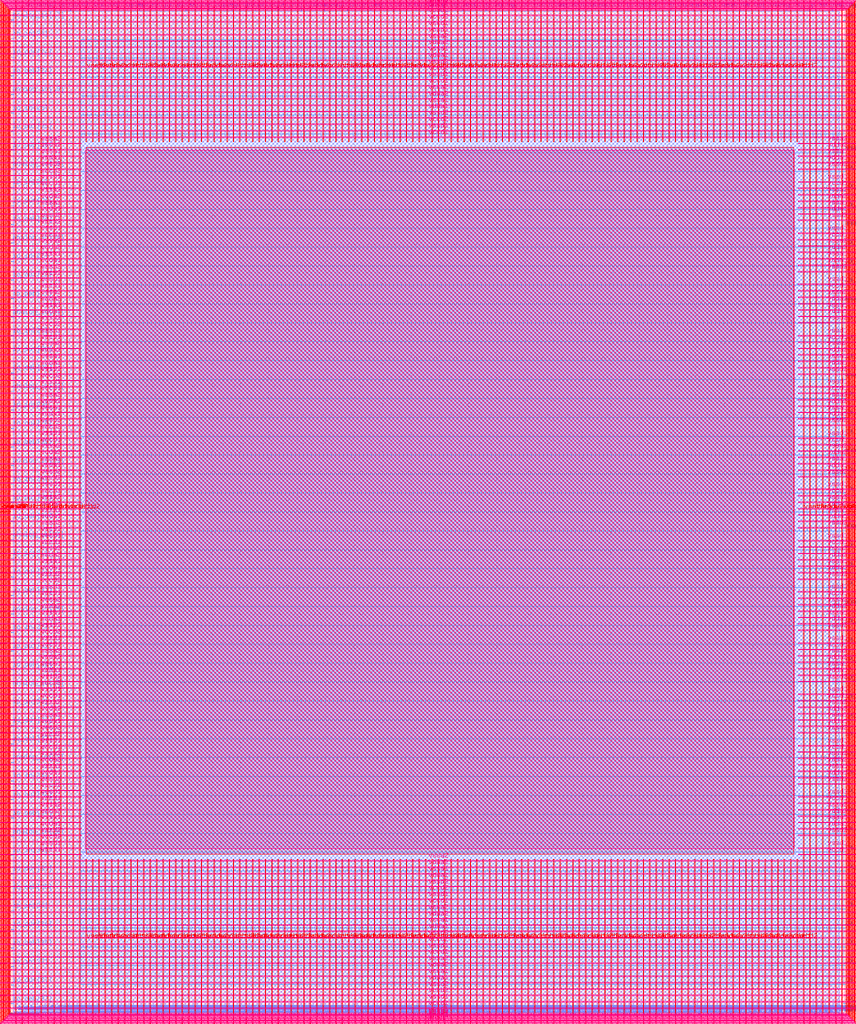
<source format=lef>
VERSION 5.7 ;
  NOWIREEXTENSIONATPIN ON ;
  DIVIDERCHAR "/" ;
  BUSBITCHARS "[]" ;
MACRO user_project_wrapper
  CLASS BLOCK ;
  FOREIGN user_project_wrapper ;
  ORIGIN 0.000 0.000 ;
  SIZE 2920.000 BY 3520.000 ;
  PIN analog_io[0]
    DIRECTION INOUT ;
    USE SIGNAL ;
    PORT
      LAYER met3 ;
        RECT 2917.600 1426.380 2924.800 1427.580 ;
    END
  END analog_io[0]
  PIN analog_io[10]
    DIRECTION INOUT ;
    USE SIGNAL ;
    PORT
      LAYER met2 ;
        RECT 2230.490 3517.600 2231.050 3524.800 ;
    END
  END analog_io[10]
  PIN analog_io[11]
    DIRECTION INOUT ;
    USE SIGNAL ;
    PORT
      LAYER met2 ;
        RECT 1905.730 3517.600 1906.290 3524.800 ;
    END
  END analog_io[11]
  PIN analog_io[12]
    DIRECTION INOUT ;
    USE SIGNAL ;
    PORT
      LAYER met2 ;
        RECT 1581.430 3517.600 1581.990 3524.800 ;
    END
  END analog_io[12]
  PIN analog_io[13]
    DIRECTION INOUT ;
    USE SIGNAL ;
    PORT
      LAYER met2 ;
        RECT 1257.130 3517.600 1257.690 3524.800 ;
    END
  END analog_io[13]
  PIN analog_io[14]
    DIRECTION INOUT ;
    USE SIGNAL ;
    PORT
      LAYER met2 ;
        RECT 932.370 3517.600 932.930 3524.800 ;
    END
  END analog_io[14]
  PIN analog_io[15]
    DIRECTION INOUT ;
    USE SIGNAL ;
    PORT
      LAYER met2 ;
        RECT 608.070 3517.600 608.630 3524.800 ;
    END
  END analog_io[15]
  PIN analog_io[16]
    DIRECTION INOUT ;
    USE SIGNAL ;
    PORT
      LAYER met2 ;
        RECT 283.770 3517.600 284.330 3524.800 ;
    END
  END analog_io[16]
  PIN analog_io[17]
    DIRECTION INOUT ;
    USE SIGNAL ;
    PORT
      LAYER met3 ;
        RECT -4.800 3486.100 2.400 3487.300 ;
    END
  END analog_io[17]
  PIN analog_io[18]
    DIRECTION INOUT ;
    USE SIGNAL ;
    PORT
      LAYER met3 ;
        RECT -4.800 3224.980 2.400 3226.180 ;
    END
  END analog_io[18]
  PIN analog_io[19]
    DIRECTION INOUT ;
    USE SIGNAL ;
    PORT
      LAYER met3 ;
        RECT -4.800 2964.540 2.400 2965.740 ;
    END
  END analog_io[19]
  PIN analog_io[1]
    DIRECTION INOUT ;
    USE SIGNAL ;
    PORT
      LAYER met3 ;
        RECT 2917.600 1692.260 2924.800 1693.460 ;
    END
  END analog_io[1]
  PIN analog_io[20]
    DIRECTION INOUT ;
    USE SIGNAL ;
    PORT
      LAYER met3 ;
        RECT -4.800 2703.420 2.400 2704.620 ;
    END
  END analog_io[20]
  PIN analog_io[21]
    DIRECTION INOUT ;
    USE SIGNAL ;
    PORT
      LAYER met3 ;
        RECT -4.800 2442.980 2.400 2444.180 ;
    END
  END analog_io[21]
  PIN analog_io[22]
    DIRECTION INOUT ;
    USE SIGNAL ;
    PORT
      LAYER met3 ;
        RECT -4.800 2182.540 2.400 2183.740 ;
    END
  END analog_io[22]
  PIN analog_io[23]
    DIRECTION INOUT ;
    USE SIGNAL ;
    PORT
      LAYER met3 ;
        RECT -4.800 1921.420 2.400 1922.620 ;
    END
  END analog_io[23]
  PIN analog_io[24]
    DIRECTION INOUT ;
    USE SIGNAL ;
    PORT
      LAYER met3 ;
        RECT -4.800 1660.980 2.400 1662.180 ;
    END
  END analog_io[24]
  PIN analog_io[25]
    DIRECTION INOUT ;
    USE SIGNAL ;
    PORT
      LAYER met3 ;
        RECT -4.800 1399.860 2.400 1401.060 ;
    END
  END analog_io[25]
  PIN analog_io[26]
    DIRECTION INOUT ;
    USE SIGNAL ;
    PORT
      LAYER met3 ;
        RECT -4.800 1139.420 2.400 1140.620 ;
    END
  END analog_io[26]
  PIN analog_io[27]
    DIRECTION INOUT ;
    USE SIGNAL ;
    PORT
      LAYER met3 ;
        RECT -4.800 878.980 2.400 880.180 ;
    END
  END analog_io[27]
  PIN analog_io[28]
    DIRECTION INOUT ;
    USE SIGNAL ;
    PORT
      LAYER met3 ;
        RECT -4.800 617.860 2.400 619.060 ;
    END
  END analog_io[28]
  PIN analog_io[2]
    DIRECTION INOUT ;
    USE SIGNAL ;
    PORT
      LAYER met3 ;
        RECT 2917.600 1958.140 2924.800 1959.340 ;
    END
  END analog_io[2]
  PIN analog_io[3]
    DIRECTION INOUT ;
    USE SIGNAL ;
    PORT
      LAYER met3 ;
        RECT 2917.600 2223.340 2924.800 2224.540 ;
    END
  END analog_io[3]
  PIN analog_io[4]
    DIRECTION INOUT ;
    USE SIGNAL ;
    PORT
      LAYER met3 ;
        RECT 2917.600 2489.220 2924.800 2490.420 ;
    END
  END analog_io[4]
  PIN analog_io[5]
    DIRECTION INOUT ;
    USE SIGNAL ;
    PORT
      LAYER met3 ;
        RECT 2917.600 2755.100 2924.800 2756.300 ;
    END
  END analog_io[5]
  PIN analog_io[6]
    DIRECTION INOUT ;
    USE SIGNAL ;
    PORT
      LAYER met3 ;
        RECT 2917.600 3020.300 2924.800 3021.500 ;
    END
  END analog_io[6]
  PIN analog_io[7]
    DIRECTION INOUT ;
    USE SIGNAL ;
    PORT
      LAYER met3 ;
        RECT 2917.600 3286.180 2924.800 3287.380 ;
    END
  END analog_io[7]
  PIN analog_io[8]
    DIRECTION INOUT ;
    USE SIGNAL ;
    PORT
      LAYER met2 ;
        RECT 2879.090 3517.600 2879.650 3524.800 ;
    END
  END analog_io[8]
  PIN analog_io[9]
    DIRECTION INOUT ;
    USE SIGNAL ;
    PORT
      LAYER met2 ;
        RECT 2554.790 3517.600 2555.350 3524.800 ;
    END
  END analog_io[9]
  PIN io_in[0]
    DIRECTION INPUT ;
    USE SIGNAL ;
    PORT
      LAYER met3 ;
        RECT 2917.600 32.380 2924.800 33.580 ;
    END
  END io_in[0]
  PIN io_in[10]
    DIRECTION INPUT ;
    USE SIGNAL ;
    PORT
      LAYER met3 ;
        RECT 2917.600 2289.980 2924.800 2291.180 ;
    END
  END io_in[10]
  PIN io_in[11]
    DIRECTION INPUT ;
    USE SIGNAL ;
    PORT
      LAYER met3 ;
        RECT 2917.600 2555.860 2924.800 2557.060 ;
    END
  END io_in[11]
  PIN io_in[12]
    DIRECTION INPUT ;
    USE SIGNAL ;
    PORT
      LAYER met3 ;
        RECT 2917.600 2821.060 2924.800 2822.260 ;
    END
  END io_in[12]
  PIN io_in[13]
    DIRECTION INPUT ;
    USE SIGNAL ;
    PORT
      LAYER met3 ;
        RECT 2917.600 3086.940 2924.800 3088.140 ;
    END
  END io_in[13]
  PIN io_in[14]
    DIRECTION INPUT ;
    USE SIGNAL ;
    PORT
      LAYER met3 ;
        RECT 2917.600 3352.820 2924.800 3354.020 ;
    END
  END io_in[14]
  PIN io_in[15]
    DIRECTION INPUT ;
    USE SIGNAL ;
    PORT
      LAYER met2 ;
        RECT 2798.130 3517.600 2798.690 3524.800 ;
    END
  END io_in[15]
  PIN io_in[16]
    DIRECTION INPUT ;
    USE SIGNAL ;
    PORT
      LAYER met2 ;
        RECT 2473.830 3517.600 2474.390 3524.800 ;
    END
  END io_in[16]
  PIN io_in[17]
    DIRECTION INPUT ;
    USE SIGNAL ;
    PORT
      LAYER met2 ;
        RECT 2149.070 3517.600 2149.630 3524.800 ;
    END
  END io_in[17]
  PIN io_in[18]
    DIRECTION INPUT ;
    USE SIGNAL ;
    PORT
      LAYER met2 ;
        RECT 1824.770 3517.600 1825.330 3524.800 ;
    END
  END io_in[18]
  PIN io_in[19]
    DIRECTION INPUT ;
    USE SIGNAL ;
    PORT
      LAYER met2 ;
        RECT 1500.470 3517.600 1501.030 3524.800 ;
    END
  END io_in[19]
  PIN io_in[1]
    DIRECTION INPUT ;
    USE SIGNAL ;
    PORT
      LAYER met3 ;
        RECT 2917.600 230.940 2924.800 232.140 ;
    END
  END io_in[1]
  PIN io_in[20]
    DIRECTION INPUT ;
    USE SIGNAL ;
    PORT
      LAYER met2 ;
        RECT 1175.710 3517.600 1176.270 3524.800 ;
    END
  END io_in[20]
  PIN io_in[21]
    DIRECTION INPUT ;
    USE SIGNAL ;
    PORT
      LAYER met2 ;
        RECT 851.410 3517.600 851.970 3524.800 ;
    END
  END io_in[21]
  PIN io_in[22]
    DIRECTION INPUT ;
    USE SIGNAL ;
    PORT
      LAYER met2 ;
        RECT 527.110 3517.600 527.670 3524.800 ;
    END
  END io_in[22]
  PIN io_in[23]
    DIRECTION INPUT ;
    USE SIGNAL ;
    PORT
      LAYER met2 ;
        RECT 202.350 3517.600 202.910 3524.800 ;
    END
  END io_in[23]
  PIN io_in[24]
    DIRECTION INPUT ;
    USE SIGNAL ;
    PORT
      LAYER met3 ;
        RECT -4.800 3420.820 2.400 3422.020 ;
    END
  END io_in[24]
  PIN io_in[25]
    DIRECTION INPUT ;
    USE SIGNAL ;
    PORT
      LAYER met3 ;
        RECT -4.800 3159.700 2.400 3160.900 ;
    END
  END io_in[25]
  PIN io_in[26]
    DIRECTION INPUT ;
    USE SIGNAL ;
    PORT
      LAYER met3 ;
        RECT -4.800 2899.260 2.400 2900.460 ;
    END
  END io_in[26]
  PIN io_in[27]
    DIRECTION INPUT ;
    USE SIGNAL ;
    PORT
      LAYER met3 ;
        RECT -4.800 2638.820 2.400 2640.020 ;
    END
  END io_in[27]
  PIN io_in[28]
    DIRECTION INPUT ;
    USE SIGNAL ;
    PORT
      LAYER met3 ;
        RECT -4.800 2377.700 2.400 2378.900 ;
    END
  END io_in[28]
  PIN io_in[29]
    DIRECTION INPUT ;
    USE SIGNAL ;
    PORT
      LAYER met3 ;
        RECT -4.800 2117.260 2.400 2118.460 ;
    END
  END io_in[29]
  PIN io_in[2]
    DIRECTION INPUT ;
    USE SIGNAL ;
    PORT
      LAYER met3 ;
        RECT 2917.600 430.180 2924.800 431.380 ;
    END
  END io_in[2]
  PIN io_in[30]
    DIRECTION INPUT ;
    USE SIGNAL ;
    PORT
      LAYER met3 ;
        RECT -4.800 1856.140 2.400 1857.340 ;
    END
  END io_in[30]
  PIN io_in[31]
    DIRECTION INPUT ;
    USE SIGNAL ;
    PORT
      LAYER met3 ;
        RECT -4.800 1595.700 2.400 1596.900 ;
    END
  END io_in[31]
  PIN io_in[32]
    DIRECTION INPUT ;
    USE SIGNAL ;
    PORT
      LAYER met3 ;
        RECT -4.800 1335.260 2.400 1336.460 ;
    END
  END io_in[32]
  PIN io_in[33]
    DIRECTION INPUT ;
    USE SIGNAL ;
    PORT
      LAYER met3 ;
        RECT -4.800 1074.140 2.400 1075.340 ;
    END
  END io_in[33]
  PIN io_in[34]
    DIRECTION INPUT ;
    USE SIGNAL ;
    PORT
      LAYER met3 ;
        RECT -4.800 813.700 2.400 814.900 ;
    END
  END io_in[34]
  PIN io_in[35]
    DIRECTION INPUT ;
    USE SIGNAL ;
    PORT
      LAYER met3 ;
        RECT -4.800 552.580 2.400 553.780 ;
    END
  END io_in[35]
  PIN io_in[36]
    DIRECTION INPUT ;
    USE SIGNAL ;
    PORT
      LAYER met3 ;
        RECT -4.800 357.420 2.400 358.620 ;
    END
  END io_in[36]
  PIN io_in[37]
    DIRECTION INPUT ;
    USE SIGNAL ;
    PORT
      LAYER met3 ;
        RECT -4.800 161.580 2.400 162.780 ;
    END
  END io_in[37]
  PIN io_in[3]
    DIRECTION INPUT ;
    USE SIGNAL ;
    PORT
      LAYER met3 ;
        RECT 2917.600 629.420 2924.800 630.620 ;
    END
  END io_in[3]
  PIN io_in[4]
    DIRECTION INPUT ;
    USE SIGNAL ;
    PORT
      LAYER met3 ;
        RECT 2917.600 828.660 2924.800 829.860 ;
    END
  END io_in[4]
  PIN io_in[5]
    DIRECTION INPUT ;
    USE SIGNAL ;
    PORT
      LAYER met3 ;
        RECT 2917.600 1027.900 2924.800 1029.100 ;
    END
  END io_in[5]
  PIN io_in[6]
    DIRECTION INPUT ;
    USE SIGNAL ;
    PORT
      LAYER met3 ;
        RECT 2917.600 1227.140 2924.800 1228.340 ;
    END
  END io_in[6]
  PIN io_in[7]
    DIRECTION INPUT ;
    USE SIGNAL ;
    PORT
      LAYER met3 ;
        RECT 2917.600 1493.020 2924.800 1494.220 ;
    END
  END io_in[7]
  PIN io_in[8]
    DIRECTION INPUT ;
    USE SIGNAL ;
    PORT
      LAYER met3 ;
        RECT 2917.600 1758.900 2924.800 1760.100 ;
    END
  END io_in[8]
  PIN io_in[9]
    DIRECTION INPUT ;
    USE SIGNAL ;
    PORT
      LAYER met3 ;
        RECT 2917.600 2024.100 2924.800 2025.300 ;
    END
  END io_in[9]
  PIN io_oeb[0]
    DIRECTION OUTPUT TRISTATE ;
    USE SIGNAL ;
    PORT
      LAYER met3 ;
        RECT 2917.600 164.980 2924.800 166.180 ;
    END
  END io_oeb[0]
  PIN io_oeb[10]
    DIRECTION OUTPUT TRISTATE ;
    USE SIGNAL ;
    PORT
      LAYER met3 ;
        RECT 2917.600 2422.580 2924.800 2423.780 ;
    END
  END io_oeb[10]
  PIN io_oeb[11]
    DIRECTION OUTPUT TRISTATE ;
    USE SIGNAL ;
    PORT
      LAYER met3 ;
        RECT 2917.600 2688.460 2924.800 2689.660 ;
    END
  END io_oeb[11]
  PIN io_oeb[12]
    DIRECTION OUTPUT TRISTATE ;
    USE SIGNAL ;
    PORT
      LAYER met3 ;
        RECT 2917.600 2954.340 2924.800 2955.540 ;
    END
  END io_oeb[12]
  PIN io_oeb[13]
    DIRECTION OUTPUT TRISTATE ;
    USE SIGNAL ;
    PORT
      LAYER met3 ;
        RECT 2917.600 3219.540 2924.800 3220.740 ;
    END
  END io_oeb[13]
  PIN io_oeb[14]
    DIRECTION OUTPUT TRISTATE ;
    USE SIGNAL ;
    PORT
      LAYER met3 ;
        RECT 2917.600 3485.420 2924.800 3486.620 ;
    END
  END io_oeb[14]
  PIN io_oeb[15]
    DIRECTION OUTPUT TRISTATE ;
    USE SIGNAL ;
    PORT
      LAYER met2 ;
        RECT 2635.750 3517.600 2636.310 3524.800 ;
    END
  END io_oeb[15]
  PIN io_oeb[16]
    DIRECTION OUTPUT TRISTATE ;
    USE SIGNAL ;
    PORT
      LAYER met2 ;
        RECT 2311.450 3517.600 2312.010 3524.800 ;
    END
  END io_oeb[16]
  PIN io_oeb[17]
    DIRECTION OUTPUT TRISTATE ;
    USE SIGNAL ;
    PORT
      LAYER met2 ;
        RECT 1987.150 3517.600 1987.710 3524.800 ;
    END
  END io_oeb[17]
  PIN io_oeb[18]
    DIRECTION OUTPUT TRISTATE ;
    USE SIGNAL ;
    PORT
      LAYER met2 ;
        RECT 1662.390 3517.600 1662.950 3524.800 ;
    END
  END io_oeb[18]
  PIN io_oeb[19]
    DIRECTION OUTPUT TRISTATE ;
    USE SIGNAL ;
    PORT
      LAYER met2 ;
        RECT 1338.090 3517.600 1338.650 3524.800 ;
    END
  END io_oeb[19]
  PIN io_oeb[1]
    DIRECTION OUTPUT TRISTATE ;
    USE SIGNAL ;
    PORT
      LAYER met3 ;
        RECT 2917.600 364.220 2924.800 365.420 ;
    END
  END io_oeb[1]
  PIN io_oeb[20]
    DIRECTION OUTPUT TRISTATE ;
    USE SIGNAL ;
    PORT
      LAYER met2 ;
        RECT 1013.790 3517.600 1014.350 3524.800 ;
    END
  END io_oeb[20]
  PIN io_oeb[21]
    DIRECTION OUTPUT TRISTATE ;
    USE SIGNAL ;
    PORT
      LAYER met2 ;
        RECT 689.030 3517.600 689.590 3524.800 ;
    END
  END io_oeb[21]
  PIN io_oeb[22]
    DIRECTION OUTPUT TRISTATE ;
    USE SIGNAL ;
    PORT
      LAYER met2 ;
        RECT 364.730 3517.600 365.290 3524.800 ;
    END
  END io_oeb[22]
  PIN io_oeb[23]
    DIRECTION OUTPUT TRISTATE ;
    USE SIGNAL ;
    PORT
      LAYER met2 ;
        RECT 40.430 3517.600 40.990 3524.800 ;
    END
  END io_oeb[23]
  PIN io_oeb[24]
    DIRECTION OUTPUT TRISTATE ;
    USE SIGNAL ;
    PORT
      LAYER met3 ;
        RECT -4.800 3290.260 2.400 3291.460 ;
    END
  END io_oeb[24]
  PIN io_oeb[25]
    DIRECTION OUTPUT TRISTATE ;
    USE SIGNAL ;
    PORT
      LAYER met3 ;
        RECT -4.800 3029.820 2.400 3031.020 ;
    END
  END io_oeb[25]
  PIN io_oeb[26]
    DIRECTION OUTPUT TRISTATE ;
    USE SIGNAL ;
    PORT
      LAYER met3 ;
        RECT -4.800 2768.700 2.400 2769.900 ;
    END
  END io_oeb[26]
  PIN io_oeb[27]
    DIRECTION OUTPUT TRISTATE ;
    USE SIGNAL ;
    PORT
      LAYER met3 ;
        RECT -4.800 2508.260 2.400 2509.460 ;
    END
  END io_oeb[27]
  PIN io_oeb[28]
    DIRECTION OUTPUT TRISTATE ;
    USE SIGNAL ;
    PORT
      LAYER met3 ;
        RECT -4.800 2247.140 2.400 2248.340 ;
    END
  END io_oeb[28]
  PIN io_oeb[29]
    DIRECTION OUTPUT TRISTATE ;
    USE SIGNAL ;
    PORT
      LAYER met3 ;
        RECT -4.800 1986.700 2.400 1987.900 ;
    END
  END io_oeb[29]
  PIN io_oeb[2]
    DIRECTION OUTPUT TRISTATE ;
    USE SIGNAL ;
    PORT
      LAYER met3 ;
        RECT 2917.600 563.460 2924.800 564.660 ;
    END
  END io_oeb[2]
  PIN io_oeb[30]
    DIRECTION OUTPUT TRISTATE ;
    USE SIGNAL ;
    PORT
      LAYER met3 ;
        RECT -4.800 1726.260 2.400 1727.460 ;
    END
  END io_oeb[30]
  PIN io_oeb[31]
    DIRECTION OUTPUT TRISTATE ;
    USE SIGNAL ;
    PORT
      LAYER met3 ;
        RECT -4.800 1465.140 2.400 1466.340 ;
    END
  END io_oeb[31]
  PIN io_oeb[32]
    DIRECTION OUTPUT TRISTATE ;
    USE SIGNAL ;
    PORT
      LAYER met3 ;
        RECT -4.800 1204.700 2.400 1205.900 ;
    END
  END io_oeb[32]
  PIN io_oeb[33]
    DIRECTION OUTPUT TRISTATE ;
    USE SIGNAL ;
    PORT
      LAYER met3 ;
        RECT -4.800 943.580 2.400 944.780 ;
    END
  END io_oeb[33]
  PIN io_oeb[34]
    DIRECTION OUTPUT TRISTATE ;
    USE SIGNAL ;
    PORT
      LAYER met3 ;
        RECT -4.800 683.140 2.400 684.340 ;
    END
  END io_oeb[34]
  PIN io_oeb[35]
    DIRECTION OUTPUT TRISTATE ;
    USE SIGNAL ;
    PORT
      LAYER met3 ;
        RECT -4.800 422.700 2.400 423.900 ;
    END
  END io_oeb[35]
  PIN io_oeb[36]
    DIRECTION OUTPUT TRISTATE ;
    USE SIGNAL ;
    PORT
      LAYER met3 ;
        RECT -4.800 226.860 2.400 228.060 ;
    END
  END io_oeb[36]
  PIN io_oeb[37]
    DIRECTION OUTPUT TRISTATE ;
    USE SIGNAL ;
    PORT
      LAYER met3 ;
        RECT -4.800 31.700 2.400 32.900 ;
    END
  END io_oeb[37]
  PIN io_oeb[3]
    DIRECTION OUTPUT TRISTATE ;
    USE SIGNAL ;
    PORT
      LAYER met3 ;
        RECT 2917.600 762.700 2924.800 763.900 ;
    END
  END io_oeb[3]
  PIN io_oeb[4]
    DIRECTION OUTPUT TRISTATE ;
    USE SIGNAL ;
    PORT
      LAYER met3 ;
        RECT 2917.600 961.940 2924.800 963.140 ;
    END
  END io_oeb[4]
  PIN io_oeb[5]
    DIRECTION OUTPUT TRISTATE ;
    USE SIGNAL ;
    PORT
      LAYER met3 ;
        RECT 2917.600 1161.180 2924.800 1162.380 ;
    END
  END io_oeb[5]
  PIN io_oeb[6]
    DIRECTION OUTPUT TRISTATE ;
    USE SIGNAL ;
    PORT
      LAYER met3 ;
        RECT 2917.600 1360.420 2924.800 1361.620 ;
    END
  END io_oeb[6]
  PIN io_oeb[7]
    DIRECTION OUTPUT TRISTATE ;
    USE SIGNAL ;
    PORT
      LAYER met3 ;
        RECT 2917.600 1625.620 2924.800 1626.820 ;
    END
  END io_oeb[7]
  PIN io_oeb[8]
    DIRECTION OUTPUT TRISTATE ;
    USE SIGNAL ;
    PORT
      LAYER met3 ;
        RECT 2917.600 1891.500 2924.800 1892.700 ;
    END
  END io_oeb[8]
  PIN io_oeb[9]
    DIRECTION OUTPUT TRISTATE ;
    USE SIGNAL ;
    PORT
      LAYER met3 ;
        RECT 2917.600 2157.380 2924.800 2158.580 ;
    END
  END io_oeb[9]
  PIN io_out[0]
    DIRECTION OUTPUT TRISTATE ;
    USE SIGNAL ;
    PORT
      LAYER met3 ;
        RECT 2917.600 98.340 2924.800 99.540 ;
    END
  END io_out[0]
  PIN io_out[10]
    DIRECTION OUTPUT TRISTATE ;
    USE SIGNAL ;
    PORT
      LAYER met3 ;
        RECT 2917.600 2356.620 2924.800 2357.820 ;
    END
  END io_out[10]
  PIN io_out[11]
    DIRECTION OUTPUT TRISTATE ;
    USE SIGNAL ;
    PORT
      LAYER met3 ;
        RECT 2917.600 2621.820 2924.800 2623.020 ;
    END
  END io_out[11]
  PIN io_out[12]
    DIRECTION OUTPUT TRISTATE ;
    USE SIGNAL ;
    PORT
      LAYER met3 ;
        RECT 2917.600 2887.700 2924.800 2888.900 ;
    END
  END io_out[12]
  PIN io_out[13]
    DIRECTION OUTPUT TRISTATE ;
    USE SIGNAL ;
    PORT
      LAYER met3 ;
        RECT 2917.600 3153.580 2924.800 3154.780 ;
    END
  END io_out[13]
  PIN io_out[14]
    DIRECTION OUTPUT TRISTATE ;
    USE SIGNAL ;
    PORT
      LAYER met3 ;
        RECT 2917.600 3418.780 2924.800 3419.980 ;
    END
  END io_out[14]
  PIN io_out[15]
    DIRECTION OUTPUT TRISTATE ;
    USE SIGNAL ;
    PORT
      LAYER met2 ;
        RECT 2717.170 3517.600 2717.730 3524.800 ;
    END
  END io_out[15]
  PIN io_out[16]
    DIRECTION OUTPUT TRISTATE ;
    USE SIGNAL ;
    PORT
      LAYER met2 ;
        RECT 2392.410 3517.600 2392.970 3524.800 ;
    END
  END io_out[16]
  PIN io_out[17]
    DIRECTION OUTPUT TRISTATE ;
    USE SIGNAL ;
    PORT
      LAYER met2 ;
        RECT 2068.110 3517.600 2068.670 3524.800 ;
    END
  END io_out[17]
  PIN io_out[18]
    DIRECTION OUTPUT TRISTATE ;
    USE SIGNAL ;
    PORT
      LAYER met2 ;
        RECT 1743.810 3517.600 1744.370 3524.800 ;
    END
  END io_out[18]
  PIN io_out[19]
    DIRECTION OUTPUT TRISTATE ;
    USE SIGNAL ;
    PORT
      LAYER met2 ;
        RECT 1419.050 3517.600 1419.610 3524.800 ;
    END
  END io_out[19]
  PIN io_out[1]
    DIRECTION OUTPUT TRISTATE ;
    USE SIGNAL ;
    PORT
      LAYER met3 ;
        RECT 2917.600 297.580 2924.800 298.780 ;
    END
  END io_out[1]
  PIN io_out[20]
    DIRECTION OUTPUT TRISTATE ;
    USE SIGNAL ;
    PORT
      LAYER met2 ;
        RECT 1094.750 3517.600 1095.310 3524.800 ;
    END
  END io_out[20]
  PIN io_out[21]
    DIRECTION OUTPUT TRISTATE ;
    USE SIGNAL ;
    PORT
      LAYER met2 ;
        RECT 770.450 3517.600 771.010 3524.800 ;
    END
  END io_out[21]
  PIN io_out[22]
    DIRECTION OUTPUT TRISTATE ;
    USE SIGNAL ;
    PORT
      LAYER met2 ;
        RECT 445.690 3517.600 446.250 3524.800 ;
    END
  END io_out[22]
  PIN io_out[23]
    DIRECTION OUTPUT TRISTATE ;
    USE SIGNAL ;
    PORT
      LAYER met2 ;
        RECT 121.390 3517.600 121.950 3524.800 ;
    END
  END io_out[23]
  PIN io_out[24]
    DIRECTION OUTPUT TRISTATE ;
    USE SIGNAL ;
    PORT
      LAYER met3 ;
        RECT -4.800 3355.540 2.400 3356.740 ;
    END
  END io_out[24]
  PIN io_out[25]
    DIRECTION OUTPUT TRISTATE ;
    USE SIGNAL ;
    PORT
      LAYER met3 ;
        RECT -4.800 3095.100 2.400 3096.300 ;
    END
  END io_out[25]
  PIN io_out[26]
    DIRECTION OUTPUT TRISTATE ;
    USE SIGNAL ;
    PORT
      LAYER met3 ;
        RECT -4.800 2833.980 2.400 2835.180 ;
    END
  END io_out[26]
  PIN io_out[27]
    DIRECTION OUTPUT TRISTATE ;
    USE SIGNAL ;
    PORT
      LAYER met3 ;
        RECT -4.800 2573.540 2.400 2574.740 ;
    END
  END io_out[27]
  PIN io_out[28]
    DIRECTION OUTPUT TRISTATE ;
    USE SIGNAL ;
    PORT
      LAYER met3 ;
        RECT -4.800 2312.420 2.400 2313.620 ;
    END
  END io_out[28]
  PIN io_out[29]
    DIRECTION OUTPUT TRISTATE ;
    USE SIGNAL ;
    PORT
      LAYER met3 ;
        RECT -4.800 2051.980 2.400 2053.180 ;
    END
  END io_out[29]
  PIN io_out[2]
    DIRECTION OUTPUT TRISTATE ;
    USE SIGNAL ;
    PORT
      LAYER met3 ;
        RECT 2917.600 496.820 2924.800 498.020 ;
    END
  END io_out[2]
  PIN io_out[30]
    DIRECTION OUTPUT TRISTATE ;
    USE SIGNAL ;
    PORT
      LAYER met3 ;
        RECT -4.800 1791.540 2.400 1792.740 ;
    END
  END io_out[30]
  PIN io_out[31]
    DIRECTION OUTPUT TRISTATE ;
    USE SIGNAL ;
    PORT
      LAYER met3 ;
        RECT -4.800 1530.420 2.400 1531.620 ;
    END
  END io_out[31]
  PIN io_out[32]
    DIRECTION OUTPUT TRISTATE ;
    USE SIGNAL ;
    PORT
      LAYER met3 ;
        RECT -4.800 1269.980 2.400 1271.180 ;
    END
  END io_out[32]
  PIN io_out[33]
    DIRECTION OUTPUT TRISTATE ;
    USE SIGNAL ;
    PORT
      LAYER met3 ;
        RECT -4.800 1008.860 2.400 1010.060 ;
    END
  END io_out[33]
  PIN io_out[34]
    DIRECTION OUTPUT TRISTATE ;
    USE SIGNAL ;
    PORT
      LAYER met3 ;
        RECT -4.800 748.420 2.400 749.620 ;
    END
  END io_out[34]
  PIN io_out[35]
    DIRECTION OUTPUT TRISTATE ;
    USE SIGNAL ;
    PORT
      LAYER met3 ;
        RECT -4.800 487.300 2.400 488.500 ;
    END
  END io_out[35]
  PIN io_out[36]
    DIRECTION OUTPUT TRISTATE ;
    USE SIGNAL ;
    PORT
      LAYER met3 ;
        RECT -4.800 292.140 2.400 293.340 ;
    END
  END io_out[36]
  PIN io_out[37]
    DIRECTION OUTPUT TRISTATE ;
    USE SIGNAL ;
    PORT
      LAYER met3 ;
        RECT -4.800 96.300 2.400 97.500 ;
    END
  END io_out[37]
  PIN io_out[3]
    DIRECTION OUTPUT TRISTATE ;
    USE SIGNAL ;
    PORT
      LAYER met3 ;
        RECT 2917.600 696.060 2924.800 697.260 ;
    END
  END io_out[3]
  PIN io_out[4]
    DIRECTION OUTPUT TRISTATE ;
    USE SIGNAL ;
    PORT
      LAYER met3 ;
        RECT 2917.600 895.300 2924.800 896.500 ;
    END
  END io_out[4]
  PIN io_out[5]
    DIRECTION OUTPUT TRISTATE ;
    USE SIGNAL ;
    PORT
      LAYER met3 ;
        RECT 2917.600 1094.540 2924.800 1095.740 ;
    END
  END io_out[5]
  PIN io_out[6]
    DIRECTION OUTPUT TRISTATE ;
    USE SIGNAL ;
    PORT
      LAYER met3 ;
        RECT 2917.600 1293.780 2924.800 1294.980 ;
    END
  END io_out[6]
  PIN io_out[7]
    DIRECTION OUTPUT TRISTATE ;
    USE SIGNAL ;
    PORT
      LAYER met3 ;
        RECT 2917.600 1559.660 2924.800 1560.860 ;
    END
  END io_out[7]
  PIN io_out[8]
    DIRECTION OUTPUT TRISTATE ;
    USE SIGNAL ;
    PORT
      LAYER met3 ;
        RECT 2917.600 1824.860 2924.800 1826.060 ;
    END
  END io_out[8]
  PIN io_out[9]
    DIRECTION OUTPUT TRISTATE ;
    USE SIGNAL ;
    PORT
      LAYER met3 ;
        RECT 2917.600 2090.740 2924.800 2091.940 ;
    END
  END io_out[9]
  PIN la_data_in[0]
    DIRECTION INPUT ;
    USE SIGNAL ;
    PORT
      LAYER met2 ;
        RECT 629.230 -4.800 629.790 2.400 ;
    END
  END la_data_in[0]
  PIN la_data_in[100]
    DIRECTION INPUT ;
    USE SIGNAL ;
    PORT
      LAYER met2 ;
        RECT 2402.530 -4.800 2403.090 2.400 ;
    END
  END la_data_in[100]
  PIN la_data_in[101]
    DIRECTION INPUT ;
    USE SIGNAL ;
    PORT
      LAYER met2 ;
        RECT 2420.010 -4.800 2420.570 2.400 ;
    END
  END la_data_in[101]
  PIN la_data_in[102]
    DIRECTION INPUT ;
    USE SIGNAL ;
    PORT
      LAYER met2 ;
        RECT 2437.950 -4.800 2438.510 2.400 ;
    END
  END la_data_in[102]
  PIN la_data_in[103]
    DIRECTION INPUT ;
    USE SIGNAL ;
    PORT
      LAYER met2 ;
        RECT 2455.430 -4.800 2455.990 2.400 ;
    END
  END la_data_in[103]
  PIN la_data_in[104]
    DIRECTION INPUT ;
    USE SIGNAL ;
    PORT
      LAYER met2 ;
        RECT 2473.370 -4.800 2473.930 2.400 ;
    END
  END la_data_in[104]
  PIN la_data_in[105]
    DIRECTION INPUT ;
    USE SIGNAL ;
    PORT
      LAYER met2 ;
        RECT 2490.850 -4.800 2491.410 2.400 ;
    END
  END la_data_in[105]
  PIN la_data_in[106]
    DIRECTION INPUT ;
    USE SIGNAL ;
    PORT
      LAYER met2 ;
        RECT 2508.790 -4.800 2509.350 2.400 ;
    END
  END la_data_in[106]
  PIN la_data_in[107]
    DIRECTION INPUT ;
    USE SIGNAL ;
    PORT
      LAYER met2 ;
        RECT 2526.730 -4.800 2527.290 2.400 ;
    END
  END la_data_in[107]
  PIN la_data_in[108]
    DIRECTION INPUT ;
    USE SIGNAL ;
    PORT
      LAYER met2 ;
        RECT 2544.210 -4.800 2544.770 2.400 ;
    END
  END la_data_in[108]
  PIN la_data_in[109]
    DIRECTION INPUT ;
    USE SIGNAL ;
    PORT
      LAYER met2 ;
        RECT 2562.150 -4.800 2562.710 2.400 ;
    END
  END la_data_in[109]
  PIN la_data_in[10]
    DIRECTION INPUT ;
    USE SIGNAL ;
    PORT
      LAYER met2 ;
        RECT 806.330 -4.800 806.890 2.400 ;
    END
  END la_data_in[10]
  PIN la_data_in[110]
    DIRECTION INPUT ;
    USE SIGNAL ;
    PORT
      LAYER met2 ;
        RECT 2579.630 -4.800 2580.190 2.400 ;
    END
  END la_data_in[110]
  PIN la_data_in[111]
    DIRECTION INPUT ;
    USE SIGNAL ;
    PORT
      LAYER met2 ;
        RECT 2597.570 -4.800 2598.130 2.400 ;
    END
  END la_data_in[111]
  PIN la_data_in[112]
    DIRECTION INPUT ;
    USE SIGNAL ;
    PORT
      LAYER met2 ;
        RECT 2615.050 -4.800 2615.610 2.400 ;
    END
  END la_data_in[112]
  PIN la_data_in[113]
    DIRECTION INPUT ;
    USE SIGNAL ;
    PORT
      LAYER met2 ;
        RECT 2632.990 -4.800 2633.550 2.400 ;
    END
  END la_data_in[113]
  PIN la_data_in[114]
    DIRECTION INPUT ;
    USE SIGNAL ;
    PORT
      LAYER met2 ;
        RECT 2650.470 -4.800 2651.030 2.400 ;
    END
  END la_data_in[114]
  PIN la_data_in[115]
    DIRECTION INPUT ;
    USE SIGNAL ;
    PORT
      LAYER met2 ;
        RECT 2668.410 -4.800 2668.970 2.400 ;
    END
  END la_data_in[115]
  PIN la_data_in[116]
    DIRECTION INPUT ;
    USE SIGNAL ;
    PORT
      LAYER met2 ;
        RECT 2685.890 -4.800 2686.450 2.400 ;
    END
  END la_data_in[116]
  PIN la_data_in[117]
    DIRECTION INPUT ;
    USE SIGNAL ;
    PORT
      LAYER met2 ;
        RECT 2703.830 -4.800 2704.390 2.400 ;
    END
  END la_data_in[117]
  PIN la_data_in[118]
    DIRECTION INPUT ;
    USE SIGNAL ;
    PORT
      LAYER met2 ;
        RECT 2721.770 -4.800 2722.330 2.400 ;
    END
  END la_data_in[118]
  PIN la_data_in[119]
    DIRECTION INPUT ;
    USE SIGNAL ;
    PORT
      LAYER met2 ;
        RECT 2739.250 -4.800 2739.810 2.400 ;
    END
  END la_data_in[119]
  PIN la_data_in[11]
    DIRECTION INPUT ;
    USE SIGNAL ;
    PORT
      LAYER met2 ;
        RECT 824.270 -4.800 824.830 2.400 ;
    END
  END la_data_in[11]
  PIN la_data_in[120]
    DIRECTION INPUT ;
    USE SIGNAL ;
    PORT
      LAYER met2 ;
        RECT 2757.190 -4.800 2757.750 2.400 ;
    END
  END la_data_in[120]
  PIN la_data_in[121]
    DIRECTION INPUT ;
    USE SIGNAL ;
    PORT
      LAYER met2 ;
        RECT 2774.670 -4.800 2775.230 2.400 ;
    END
  END la_data_in[121]
  PIN la_data_in[122]
    DIRECTION INPUT ;
    USE SIGNAL ;
    PORT
      LAYER met2 ;
        RECT 2792.610 -4.800 2793.170 2.400 ;
    END
  END la_data_in[122]
  PIN la_data_in[123]
    DIRECTION INPUT ;
    USE SIGNAL ;
    PORT
      LAYER met2 ;
        RECT 2810.090 -4.800 2810.650 2.400 ;
    END
  END la_data_in[123]
  PIN la_data_in[124]
    DIRECTION INPUT ;
    USE SIGNAL ;
    PORT
      LAYER met2 ;
        RECT 2828.030 -4.800 2828.590 2.400 ;
    END
  END la_data_in[124]
  PIN la_data_in[125]
    DIRECTION INPUT ;
    USE SIGNAL ;
    PORT
      LAYER met2 ;
        RECT 2845.510 -4.800 2846.070 2.400 ;
    END
  END la_data_in[125]
  PIN la_data_in[126]
    DIRECTION INPUT ;
    USE SIGNAL ;
    PORT
      LAYER met2 ;
        RECT 2863.450 -4.800 2864.010 2.400 ;
    END
  END la_data_in[126]
  PIN la_data_in[127]
    DIRECTION INPUT ;
    USE SIGNAL ;
    PORT
      LAYER met2 ;
        RECT 2881.390 -4.800 2881.950 2.400 ;
    END
  END la_data_in[127]
  PIN la_data_in[12]
    DIRECTION INPUT ;
    USE SIGNAL ;
    PORT
      LAYER met2 ;
        RECT 841.750 -4.800 842.310 2.400 ;
    END
  END la_data_in[12]
  PIN la_data_in[13]
    DIRECTION INPUT ;
    USE SIGNAL ;
    PORT
      LAYER met2 ;
        RECT 859.690 -4.800 860.250 2.400 ;
    END
  END la_data_in[13]
  PIN la_data_in[14]
    DIRECTION INPUT ;
    USE SIGNAL ;
    PORT
      LAYER met2 ;
        RECT 877.170 -4.800 877.730 2.400 ;
    END
  END la_data_in[14]
  PIN la_data_in[15]
    DIRECTION INPUT ;
    USE SIGNAL ;
    PORT
      LAYER met2 ;
        RECT 895.110 -4.800 895.670 2.400 ;
    END
  END la_data_in[15]
  PIN la_data_in[16]
    DIRECTION INPUT ;
    USE SIGNAL ;
    PORT
      LAYER met2 ;
        RECT 912.590 -4.800 913.150 2.400 ;
    END
  END la_data_in[16]
  PIN la_data_in[17]
    DIRECTION INPUT ;
    USE SIGNAL ;
    PORT
      LAYER met2 ;
        RECT 930.530 -4.800 931.090 2.400 ;
    END
  END la_data_in[17]
  PIN la_data_in[18]
    DIRECTION INPUT ;
    USE SIGNAL ;
    PORT
      LAYER met2 ;
        RECT 948.470 -4.800 949.030 2.400 ;
    END
  END la_data_in[18]
  PIN la_data_in[19]
    DIRECTION INPUT ;
    USE SIGNAL ;
    PORT
      LAYER met2 ;
        RECT 965.950 -4.800 966.510 2.400 ;
    END
  END la_data_in[19]
  PIN la_data_in[1]
    DIRECTION INPUT ;
    USE SIGNAL ;
    PORT
      LAYER met2 ;
        RECT 646.710 -4.800 647.270 2.400 ;
    END
  END la_data_in[1]
  PIN la_data_in[20]
    DIRECTION INPUT ;
    USE SIGNAL ;
    PORT
      LAYER met2 ;
        RECT 983.890 -4.800 984.450 2.400 ;
    END
  END la_data_in[20]
  PIN la_data_in[21]
    DIRECTION INPUT ;
    USE SIGNAL ;
    PORT
      LAYER met2 ;
        RECT 1001.370 -4.800 1001.930 2.400 ;
    END
  END la_data_in[21]
  PIN la_data_in[22]
    DIRECTION INPUT ;
    USE SIGNAL ;
    PORT
      LAYER met2 ;
        RECT 1019.310 -4.800 1019.870 2.400 ;
    END
  END la_data_in[22]
  PIN la_data_in[23]
    DIRECTION INPUT ;
    USE SIGNAL ;
    PORT
      LAYER met2 ;
        RECT 1036.790 -4.800 1037.350 2.400 ;
    END
  END la_data_in[23]
  PIN la_data_in[24]
    DIRECTION INPUT ;
    USE SIGNAL ;
    PORT
      LAYER met2 ;
        RECT 1054.730 -4.800 1055.290 2.400 ;
    END
  END la_data_in[24]
  PIN la_data_in[25]
    DIRECTION INPUT ;
    USE SIGNAL ;
    PORT
      LAYER met2 ;
        RECT 1072.210 -4.800 1072.770 2.400 ;
    END
  END la_data_in[25]
  PIN la_data_in[26]
    DIRECTION INPUT ;
    USE SIGNAL ;
    PORT
      LAYER met2 ;
        RECT 1090.150 -4.800 1090.710 2.400 ;
    END
  END la_data_in[26]
  PIN la_data_in[27]
    DIRECTION INPUT ;
    USE SIGNAL ;
    PORT
      LAYER met2 ;
        RECT 1107.630 -4.800 1108.190 2.400 ;
    END
  END la_data_in[27]
  PIN la_data_in[28]
    DIRECTION INPUT ;
    USE SIGNAL ;
    PORT
      LAYER met2 ;
        RECT 1125.570 -4.800 1126.130 2.400 ;
    END
  END la_data_in[28]
  PIN la_data_in[29]
    DIRECTION INPUT ;
    USE SIGNAL ;
    PORT
      LAYER met2 ;
        RECT 1143.510 -4.800 1144.070 2.400 ;
    END
  END la_data_in[29]
  PIN la_data_in[2]
    DIRECTION INPUT ;
    USE SIGNAL ;
    PORT
      LAYER met2 ;
        RECT 664.650 -4.800 665.210 2.400 ;
    END
  END la_data_in[2]
  PIN la_data_in[30]
    DIRECTION INPUT ;
    USE SIGNAL ;
    PORT
      LAYER met2 ;
        RECT 1160.990 -4.800 1161.550 2.400 ;
    END
  END la_data_in[30]
  PIN la_data_in[31]
    DIRECTION INPUT ;
    USE SIGNAL ;
    PORT
      LAYER met2 ;
        RECT 1178.930 -4.800 1179.490 2.400 ;
    END
  END la_data_in[31]
  PIN la_data_in[32]
    DIRECTION INPUT ;
    USE SIGNAL ;
    PORT
      LAYER met2 ;
        RECT 1196.410 -4.800 1196.970 2.400 ;
    END
  END la_data_in[32]
  PIN la_data_in[33]
    DIRECTION INPUT ;
    USE SIGNAL ;
    PORT
      LAYER met2 ;
        RECT 1214.350 -4.800 1214.910 2.400 ;
    END
  END la_data_in[33]
  PIN la_data_in[34]
    DIRECTION INPUT ;
    USE SIGNAL ;
    PORT
      LAYER met2 ;
        RECT 1231.830 -4.800 1232.390 2.400 ;
    END
  END la_data_in[34]
  PIN la_data_in[35]
    DIRECTION INPUT ;
    USE SIGNAL ;
    PORT
      LAYER met2 ;
        RECT 1249.770 -4.800 1250.330 2.400 ;
    END
  END la_data_in[35]
  PIN la_data_in[36]
    DIRECTION INPUT ;
    USE SIGNAL ;
    PORT
      LAYER met2 ;
        RECT 1267.250 -4.800 1267.810 2.400 ;
    END
  END la_data_in[36]
  PIN la_data_in[37]
    DIRECTION INPUT ;
    USE SIGNAL ;
    PORT
      LAYER met2 ;
        RECT 1285.190 -4.800 1285.750 2.400 ;
    END
  END la_data_in[37]
  PIN la_data_in[38]
    DIRECTION INPUT ;
    USE SIGNAL ;
    PORT
      LAYER met2 ;
        RECT 1303.130 -4.800 1303.690 2.400 ;
    END
  END la_data_in[38]
  PIN la_data_in[39]
    DIRECTION INPUT ;
    USE SIGNAL ;
    PORT
      LAYER met2 ;
        RECT 1320.610 -4.800 1321.170 2.400 ;
    END
  END la_data_in[39]
  PIN la_data_in[3]
    DIRECTION INPUT ;
    USE SIGNAL ;
    PORT
      LAYER met2 ;
        RECT 682.130 -4.800 682.690 2.400 ;
    END
  END la_data_in[3]
  PIN la_data_in[40]
    DIRECTION INPUT ;
    USE SIGNAL ;
    PORT
      LAYER met2 ;
        RECT 1338.550 -4.800 1339.110 2.400 ;
    END
  END la_data_in[40]
  PIN la_data_in[41]
    DIRECTION INPUT ;
    USE SIGNAL ;
    PORT
      LAYER met2 ;
        RECT 1356.030 -4.800 1356.590 2.400 ;
    END
  END la_data_in[41]
  PIN la_data_in[42]
    DIRECTION INPUT ;
    USE SIGNAL ;
    PORT
      LAYER met2 ;
        RECT 1373.970 -4.800 1374.530 2.400 ;
    END
  END la_data_in[42]
  PIN la_data_in[43]
    DIRECTION INPUT ;
    USE SIGNAL ;
    PORT
      LAYER met2 ;
        RECT 1391.450 -4.800 1392.010 2.400 ;
    END
  END la_data_in[43]
  PIN la_data_in[44]
    DIRECTION INPUT ;
    USE SIGNAL ;
    PORT
      LAYER met2 ;
        RECT 1409.390 -4.800 1409.950 2.400 ;
    END
  END la_data_in[44]
  PIN la_data_in[45]
    DIRECTION INPUT ;
    USE SIGNAL ;
    PORT
      LAYER met2 ;
        RECT 1426.870 -4.800 1427.430 2.400 ;
    END
  END la_data_in[45]
  PIN la_data_in[46]
    DIRECTION INPUT ;
    USE SIGNAL ;
    PORT
      LAYER met2 ;
        RECT 1444.810 -4.800 1445.370 2.400 ;
    END
  END la_data_in[46]
  PIN la_data_in[47]
    DIRECTION INPUT ;
    USE SIGNAL ;
    PORT
      LAYER met2 ;
        RECT 1462.750 -4.800 1463.310 2.400 ;
    END
  END la_data_in[47]
  PIN la_data_in[48]
    DIRECTION INPUT ;
    USE SIGNAL ;
    PORT
      LAYER met2 ;
        RECT 1480.230 -4.800 1480.790 2.400 ;
    END
  END la_data_in[48]
  PIN la_data_in[49]
    DIRECTION INPUT ;
    USE SIGNAL ;
    PORT
      LAYER met2 ;
        RECT 1498.170 -4.800 1498.730 2.400 ;
    END
  END la_data_in[49]
  PIN la_data_in[4]
    DIRECTION INPUT ;
    USE SIGNAL ;
    PORT
      LAYER met2 ;
        RECT 700.070 -4.800 700.630 2.400 ;
    END
  END la_data_in[4]
  PIN la_data_in[50]
    DIRECTION INPUT ;
    USE SIGNAL ;
    PORT
      LAYER met2 ;
        RECT 1515.650 -4.800 1516.210 2.400 ;
    END
  END la_data_in[50]
  PIN la_data_in[51]
    DIRECTION INPUT ;
    USE SIGNAL ;
    PORT
      LAYER met2 ;
        RECT 1533.590 -4.800 1534.150 2.400 ;
    END
  END la_data_in[51]
  PIN la_data_in[52]
    DIRECTION INPUT ;
    USE SIGNAL ;
    PORT
      LAYER met2 ;
        RECT 1551.070 -4.800 1551.630 2.400 ;
    END
  END la_data_in[52]
  PIN la_data_in[53]
    DIRECTION INPUT ;
    USE SIGNAL ;
    PORT
      LAYER met2 ;
        RECT 1569.010 -4.800 1569.570 2.400 ;
    END
  END la_data_in[53]
  PIN la_data_in[54]
    DIRECTION INPUT ;
    USE SIGNAL ;
    PORT
      LAYER met2 ;
        RECT 1586.490 -4.800 1587.050 2.400 ;
    END
  END la_data_in[54]
  PIN la_data_in[55]
    DIRECTION INPUT ;
    USE SIGNAL ;
    PORT
      LAYER met2 ;
        RECT 1604.430 -4.800 1604.990 2.400 ;
    END
  END la_data_in[55]
  PIN la_data_in[56]
    DIRECTION INPUT ;
    USE SIGNAL ;
    PORT
      LAYER met2 ;
        RECT 1621.910 -4.800 1622.470 2.400 ;
    END
  END la_data_in[56]
  PIN la_data_in[57]
    DIRECTION INPUT ;
    USE SIGNAL ;
    PORT
      LAYER met2 ;
        RECT 1639.850 -4.800 1640.410 2.400 ;
    END
  END la_data_in[57]
  PIN la_data_in[58]
    DIRECTION INPUT ;
    USE SIGNAL ;
    PORT
      LAYER met2 ;
        RECT 1657.790 -4.800 1658.350 2.400 ;
    END
  END la_data_in[58]
  PIN la_data_in[59]
    DIRECTION INPUT ;
    USE SIGNAL ;
    PORT
      LAYER met2 ;
        RECT 1675.270 -4.800 1675.830 2.400 ;
    END
  END la_data_in[59]
  PIN la_data_in[5]
    DIRECTION INPUT ;
    USE SIGNAL ;
    PORT
      LAYER met2 ;
        RECT 717.550 -4.800 718.110 2.400 ;
    END
  END la_data_in[5]
  PIN la_data_in[60]
    DIRECTION INPUT ;
    USE SIGNAL ;
    PORT
      LAYER met2 ;
        RECT 1693.210 -4.800 1693.770 2.400 ;
    END
  END la_data_in[60]
  PIN la_data_in[61]
    DIRECTION INPUT ;
    USE SIGNAL ;
    PORT
      LAYER met2 ;
        RECT 1710.690 -4.800 1711.250 2.400 ;
    END
  END la_data_in[61]
  PIN la_data_in[62]
    DIRECTION INPUT ;
    USE SIGNAL ;
    PORT
      LAYER met2 ;
        RECT 1728.630 -4.800 1729.190 2.400 ;
    END
  END la_data_in[62]
  PIN la_data_in[63]
    DIRECTION INPUT ;
    USE SIGNAL ;
    PORT
      LAYER met2 ;
        RECT 1746.110 -4.800 1746.670 2.400 ;
    END
  END la_data_in[63]
  PIN la_data_in[64]
    DIRECTION INPUT ;
    USE SIGNAL ;
    PORT
      LAYER met2 ;
        RECT 1764.050 -4.800 1764.610 2.400 ;
    END
  END la_data_in[64]
  PIN la_data_in[65]
    DIRECTION INPUT ;
    USE SIGNAL ;
    PORT
      LAYER met2 ;
        RECT 1781.530 -4.800 1782.090 2.400 ;
    END
  END la_data_in[65]
  PIN la_data_in[66]
    DIRECTION INPUT ;
    USE SIGNAL ;
    PORT
      LAYER met2 ;
        RECT 1799.470 -4.800 1800.030 2.400 ;
    END
  END la_data_in[66]
  PIN la_data_in[67]
    DIRECTION INPUT ;
    USE SIGNAL ;
    PORT
      LAYER met2 ;
        RECT 1817.410 -4.800 1817.970 2.400 ;
    END
  END la_data_in[67]
  PIN la_data_in[68]
    DIRECTION INPUT ;
    USE SIGNAL ;
    PORT
      LAYER met2 ;
        RECT 1834.890 -4.800 1835.450 2.400 ;
    END
  END la_data_in[68]
  PIN la_data_in[69]
    DIRECTION INPUT ;
    USE SIGNAL ;
    PORT
      LAYER met2 ;
        RECT 1852.830 -4.800 1853.390 2.400 ;
    END
  END la_data_in[69]
  PIN la_data_in[6]
    DIRECTION INPUT ;
    USE SIGNAL ;
    PORT
      LAYER met2 ;
        RECT 735.490 -4.800 736.050 2.400 ;
    END
  END la_data_in[6]
  PIN la_data_in[70]
    DIRECTION INPUT ;
    USE SIGNAL ;
    PORT
      LAYER met2 ;
        RECT 1870.310 -4.800 1870.870 2.400 ;
    END
  END la_data_in[70]
  PIN la_data_in[71]
    DIRECTION INPUT ;
    USE SIGNAL ;
    PORT
      LAYER met2 ;
        RECT 1888.250 -4.800 1888.810 2.400 ;
    END
  END la_data_in[71]
  PIN la_data_in[72]
    DIRECTION INPUT ;
    USE SIGNAL ;
    PORT
      LAYER met2 ;
        RECT 1905.730 -4.800 1906.290 2.400 ;
    END
  END la_data_in[72]
  PIN la_data_in[73]
    DIRECTION INPUT ;
    USE SIGNAL ;
    PORT
      LAYER met2 ;
        RECT 1923.670 -4.800 1924.230 2.400 ;
    END
  END la_data_in[73]
  PIN la_data_in[74]
    DIRECTION INPUT ;
    USE SIGNAL ;
    PORT
      LAYER met2 ;
        RECT 1941.150 -4.800 1941.710 2.400 ;
    END
  END la_data_in[74]
  PIN la_data_in[75]
    DIRECTION INPUT ;
    USE SIGNAL ;
    PORT
      LAYER met2 ;
        RECT 1959.090 -4.800 1959.650 2.400 ;
    END
  END la_data_in[75]
  PIN la_data_in[76]
    DIRECTION INPUT ;
    USE SIGNAL ;
    PORT
      LAYER met2 ;
        RECT 1976.570 -4.800 1977.130 2.400 ;
    END
  END la_data_in[76]
  PIN la_data_in[77]
    DIRECTION INPUT ;
    USE SIGNAL ;
    PORT
      LAYER met2 ;
        RECT 1994.510 -4.800 1995.070 2.400 ;
    END
  END la_data_in[77]
  PIN la_data_in[78]
    DIRECTION INPUT ;
    USE SIGNAL ;
    PORT
      LAYER met2 ;
        RECT 2012.450 -4.800 2013.010 2.400 ;
    END
  END la_data_in[78]
  PIN la_data_in[79]
    DIRECTION INPUT ;
    USE SIGNAL ;
    PORT
      LAYER met2 ;
        RECT 2029.930 -4.800 2030.490 2.400 ;
    END
  END la_data_in[79]
  PIN la_data_in[7]
    DIRECTION INPUT ;
    USE SIGNAL ;
    PORT
      LAYER met2 ;
        RECT 752.970 -4.800 753.530 2.400 ;
    END
  END la_data_in[7]
  PIN la_data_in[80]
    DIRECTION INPUT ;
    USE SIGNAL ;
    PORT
      LAYER met2 ;
        RECT 2047.870 -4.800 2048.430 2.400 ;
    END
  END la_data_in[80]
  PIN la_data_in[81]
    DIRECTION INPUT ;
    USE SIGNAL ;
    PORT
      LAYER met2 ;
        RECT 2065.350 -4.800 2065.910 2.400 ;
    END
  END la_data_in[81]
  PIN la_data_in[82]
    DIRECTION INPUT ;
    USE SIGNAL ;
    PORT
      LAYER met2 ;
        RECT 2083.290 -4.800 2083.850 2.400 ;
    END
  END la_data_in[82]
  PIN la_data_in[83]
    DIRECTION INPUT ;
    USE SIGNAL ;
    PORT
      LAYER met2 ;
        RECT 2100.770 -4.800 2101.330 2.400 ;
    END
  END la_data_in[83]
  PIN la_data_in[84]
    DIRECTION INPUT ;
    USE SIGNAL ;
    PORT
      LAYER met2 ;
        RECT 2118.710 -4.800 2119.270 2.400 ;
    END
  END la_data_in[84]
  PIN la_data_in[85]
    DIRECTION INPUT ;
    USE SIGNAL ;
    PORT
      LAYER met2 ;
        RECT 2136.190 -4.800 2136.750 2.400 ;
    END
  END la_data_in[85]
  PIN la_data_in[86]
    DIRECTION INPUT ;
    USE SIGNAL ;
    PORT
      LAYER met2 ;
        RECT 2154.130 -4.800 2154.690 2.400 ;
    END
  END la_data_in[86]
  PIN la_data_in[87]
    DIRECTION INPUT ;
    USE SIGNAL ;
    PORT
      LAYER met2 ;
        RECT 2172.070 -4.800 2172.630 2.400 ;
    END
  END la_data_in[87]
  PIN la_data_in[88]
    DIRECTION INPUT ;
    USE SIGNAL ;
    PORT
      LAYER met2 ;
        RECT 2189.550 -4.800 2190.110 2.400 ;
    END
  END la_data_in[88]
  PIN la_data_in[89]
    DIRECTION INPUT ;
    USE SIGNAL ;
    PORT
      LAYER met2 ;
        RECT 2207.490 -4.800 2208.050 2.400 ;
    END
  END la_data_in[89]
  PIN la_data_in[8]
    DIRECTION INPUT ;
    USE SIGNAL ;
    PORT
      LAYER met2 ;
        RECT 770.910 -4.800 771.470 2.400 ;
    END
  END la_data_in[8]
  PIN la_data_in[90]
    DIRECTION INPUT ;
    USE SIGNAL ;
    PORT
      LAYER met2 ;
        RECT 2224.970 -4.800 2225.530 2.400 ;
    END
  END la_data_in[90]
  PIN la_data_in[91]
    DIRECTION INPUT ;
    USE SIGNAL ;
    PORT
      LAYER met2 ;
        RECT 2242.910 -4.800 2243.470 2.400 ;
    END
  END la_data_in[91]
  PIN la_data_in[92]
    DIRECTION INPUT ;
    USE SIGNAL ;
    PORT
      LAYER met2 ;
        RECT 2260.390 -4.800 2260.950 2.400 ;
    END
  END la_data_in[92]
  PIN la_data_in[93]
    DIRECTION INPUT ;
    USE SIGNAL ;
    PORT
      LAYER met2 ;
        RECT 2278.330 -4.800 2278.890 2.400 ;
    END
  END la_data_in[93]
  PIN la_data_in[94]
    DIRECTION INPUT ;
    USE SIGNAL ;
    PORT
      LAYER met2 ;
        RECT 2295.810 -4.800 2296.370 2.400 ;
    END
  END la_data_in[94]
  PIN la_data_in[95]
    DIRECTION INPUT ;
    USE SIGNAL ;
    PORT
      LAYER met2 ;
        RECT 2313.750 -4.800 2314.310 2.400 ;
    END
  END la_data_in[95]
  PIN la_data_in[96]
    DIRECTION INPUT ;
    USE SIGNAL ;
    PORT
      LAYER met2 ;
        RECT 2331.230 -4.800 2331.790 2.400 ;
    END
  END la_data_in[96]
  PIN la_data_in[97]
    DIRECTION INPUT ;
    USE SIGNAL ;
    PORT
      LAYER met2 ;
        RECT 2349.170 -4.800 2349.730 2.400 ;
    END
  END la_data_in[97]
  PIN la_data_in[98]
    DIRECTION INPUT ;
    USE SIGNAL ;
    PORT
      LAYER met2 ;
        RECT 2367.110 -4.800 2367.670 2.400 ;
    END
  END la_data_in[98]
  PIN la_data_in[99]
    DIRECTION INPUT ;
    USE SIGNAL ;
    PORT
      LAYER met2 ;
        RECT 2384.590 -4.800 2385.150 2.400 ;
    END
  END la_data_in[99]
  PIN la_data_in[9]
    DIRECTION INPUT ;
    USE SIGNAL ;
    PORT
      LAYER met2 ;
        RECT 788.850 -4.800 789.410 2.400 ;
    END
  END la_data_in[9]
  PIN la_data_out[0]
    DIRECTION OUTPUT TRISTATE ;
    USE SIGNAL ;
    PORT
      LAYER met2 ;
        RECT 634.750 -4.800 635.310 2.400 ;
    END
  END la_data_out[0]
  PIN la_data_out[100]
    DIRECTION OUTPUT TRISTATE ;
    USE SIGNAL ;
    PORT
      LAYER met2 ;
        RECT 2408.510 -4.800 2409.070 2.400 ;
    END
  END la_data_out[100]
  PIN la_data_out[101]
    DIRECTION OUTPUT TRISTATE ;
    USE SIGNAL ;
    PORT
      LAYER met2 ;
        RECT 2425.990 -4.800 2426.550 2.400 ;
    END
  END la_data_out[101]
  PIN la_data_out[102]
    DIRECTION OUTPUT TRISTATE ;
    USE SIGNAL ;
    PORT
      LAYER met2 ;
        RECT 2443.930 -4.800 2444.490 2.400 ;
    END
  END la_data_out[102]
  PIN la_data_out[103]
    DIRECTION OUTPUT TRISTATE ;
    USE SIGNAL ;
    PORT
      LAYER met2 ;
        RECT 2461.410 -4.800 2461.970 2.400 ;
    END
  END la_data_out[103]
  PIN la_data_out[104]
    DIRECTION OUTPUT TRISTATE ;
    USE SIGNAL ;
    PORT
      LAYER met2 ;
        RECT 2479.350 -4.800 2479.910 2.400 ;
    END
  END la_data_out[104]
  PIN la_data_out[105]
    DIRECTION OUTPUT TRISTATE ;
    USE SIGNAL ;
    PORT
      LAYER met2 ;
        RECT 2496.830 -4.800 2497.390 2.400 ;
    END
  END la_data_out[105]
  PIN la_data_out[106]
    DIRECTION OUTPUT TRISTATE ;
    USE SIGNAL ;
    PORT
      LAYER met2 ;
        RECT 2514.770 -4.800 2515.330 2.400 ;
    END
  END la_data_out[106]
  PIN la_data_out[107]
    DIRECTION OUTPUT TRISTATE ;
    USE SIGNAL ;
    PORT
      LAYER met2 ;
        RECT 2532.250 -4.800 2532.810 2.400 ;
    END
  END la_data_out[107]
  PIN la_data_out[108]
    DIRECTION OUTPUT TRISTATE ;
    USE SIGNAL ;
    PORT
      LAYER met2 ;
        RECT 2550.190 -4.800 2550.750 2.400 ;
    END
  END la_data_out[108]
  PIN la_data_out[109]
    DIRECTION OUTPUT TRISTATE ;
    USE SIGNAL ;
    PORT
      LAYER met2 ;
        RECT 2567.670 -4.800 2568.230 2.400 ;
    END
  END la_data_out[109]
  PIN la_data_out[10]
    DIRECTION OUTPUT TRISTATE ;
    USE SIGNAL ;
    PORT
      LAYER met2 ;
        RECT 812.310 -4.800 812.870 2.400 ;
    END
  END la_data_out[10]
  PIN la_data_out[110]
    DIRECTION OUTPUT TRISTATE ;
    USE SIGNAL ;
    PORT
      LAYER met2 ;
        RECT 2585.610 -4.800 2586.170 2.400 ;
    END
  END la_data_out[110]
  PIN la_data_out[111]
    DIRECTION OUTPUT TRISTATE ;
    USE SIGNAL ;
    PORT
      LAYER met2 ;
        RECT 2603.550 -4.800 2604.110 2.400 ;
    END
  END la_data_out[111]
  PIN la_data_out[112]
    DIRECTION OUTPUT TRISTATE ;
    USE SIGNAL ;
    PORT
      LAYER met2 ;
        RECT 2621.030 -4.800 2621.590 2.400 ;
    END
  END la_data_out[112]
  PIN la_data_out[113]
    DIRECTION OUTPUT TRISTATE ;
    USE SIGNAL ;
    PORT
      LAYER met2 ;
        RECT 2638.970 -4.800 2639.530 2.400 ;
    END
  END la_data_out[113]
  PIN la_data_out[114]
    DIRECTION OUTPUT TRISTATE ;
    USE SIGNAL ;
    PORT
      LAYER met2 ;
        RECT 2656.450 -4.800 2657.010 2.400 ;
    END
  END la_data_out[114]
  PIN la_data_out[115]
    DIRECTION OUTPUT TRISTATE ;
    USE SIGNAL ;
    PORT
      LAYER met2 ;
        RECT 2674.390 -4.800 2674.950 2.400 ;
    END
  END la_data_out[115]
  PIN la_data_out[116]
    DIRECTION OUTPUT TRISTATE ;
    USE SIGNAL ;
    PORT
      LAYER met2 ;
        RECT 2691.870 -4.800 2692.430 2.400 ;
    END
  END la_data_out[116]
  PIN la_data_out[117]
    DIRECTION OUTPUT TRISTATE ;
    USE SIGNAL ;
    PORT
      LAYER met2 ;
        RECT 2709.810 -4.800 2710.370 2.400 ;
    END
  END la_data_out[117]
  PIN la_data_out[118]
    DIRECTION OUTPUT TRISTATE ;
    USE SIGNAL ;
    PORT
      LAYER met2 ;
        RECT 2727.290 -4.800 2727.850 2.400 ;
    END
  END la_data_out[118]
  PIN la_data_out[119]
    DIRECTION OUTPUT TRISTATE ;
    USE SIGNAL ;
    PORT
      LAYER met2 ;
        RECT 2745.230 -4.800 2745.790 2.400 ;
    END
  END la_data_out[119]
  PIN la_data_out[11]
    DIRECTION OUTPUT TRISTATE ;
    USE SIGNAL ;
    PORT
      LAYER met2 ;
        RECT 830.250 -4.800 830.810 2.400 ;
    END
  END la_data_out[11]
  PIN la_data_out[120]
    DIRECTION OUTPUT TRISTATE ;
    USE SIGNAL ;
    PORT
      LAYER met2 ;
        RECT 2763.170 -4.800 2763.730 2.400 ;
    END
  END la_data_out[120]
  PIN la_data_out[121]
    DIRECTION OUTPUT TRISTATE ;
    USE SIGNAL ;
    PORT
      LAYER met2 ;
        RECT 2780.650 -4.800 2781.210 2.400 ;
    END
  END la_data_out[121]
  PIN la_data_out[122]
    DIRECTION OUTPUT TRISTATE ;
    USE SIGNAL ;
    PORT
      LAYER met2 ;
        RECT 2798.590 -4.800 2799.150 2.400 ;
    END
  END la_data_out[122]
  PIN la_data_out[123]
    DIRECTION OUTPUT TRISTATE ;
    USE SIGNAL ;
    PORT
      LAYER met2 ;
        RECT 2816.070 -4.800 2816.630 2.400 ;
    END
  END la_data_out[123]
  PIN la_data_out[124]
    DIRECTION OUTPUT TRISTATE ;
    USE SIGNAL ;
    PORT
      LAYER met2 ;
        RECT 2834.010 -4.800 2834.570 2.400 ;
    END
  END la_data_out[124]
  PIN la_data_out[125]
    DIRECTION OUTPUT TRISTATE ;
    USE SIGNAL ;
    PORT
      LAYER met2 ;
        RECT 2851.490 -4.800 2852.050 2.400 ;
    END
  END la_data_out[125]
  PIN la_data_out[126]
    DIRECTION OUTPUT TRISTATE ;
    USE SIGNAL ;
    PORT
      LAYER met2 ;
        RECT 2869.430 -4.800 2869.990 2.400 ;
    END
  END la_data_out[126]
  PIN la_data_out[127]
    DIRECTION OUTPUT TRISTATE ;
    USE SIGNAL ;
    PORT
      LAYER met2 ;
        RECT 2886.910 -4.800 2887.470 2.400 ;
    END
  END la_data_out[127]
  PIN la_data_out[12]
    DIRECTION OUTPUT TRISTATE ;
    USE SIGNAL ;
    PORT
      LAYER met2 ;
        RECT 847.730 -4.800 848.290 2.400 ;
    END
  END la_data_out[12]
  PIN la_data_out[13]
    DIRECTION OUTPUT TRISTATE ;
    USE SIGNAL ;
    PORT
      LAYER met2 ;
        RECT 865.670 -4.800 866.230 2.400 ;
    END
  END la_data_out[13]
  PIN la_data_out[14]
    DIRECTION OUTPUT TRISTATE ;
    USE SIGNAL ;
    PORT
      LAYER met2 ;
        RECT 883.150 -4.800 883.710 2.400 ;
    END
  END la_data_out[14]
  PIN la_data_out[15]
    DIRECTION OUTPUT TRISTATE ;
    USE SIGNAL ;
    PORT
      LAYER met2 ;
        RECT 901.090 -4.800 901.650 2.400 ;
    END
  END la_data_out[15]
  PIN la_data_out[16]
    DIRECTION OUTPUT TRISTATE ;
    USE SIGNAL ;
    PORT
      LAYER met2 ;
        RECT 918.570 -4.800 919.130 2.400 ;
    END
  END la_data_out[16]
  PIN la_data_out[17]
    DIRECTION OUTPUT TRISTATE ;
    USE SIGNAL ;
    PORT
      LAYER met2 ;
        RECT 936.510 -4.800 937.070 2.400 ;
    END
  END la_data_out[17]
  PIN la_data_out[18]
    DIRECTION OUTPUT TRISTATE ;
    USE SIGNAL ;
    PORT
      LAYER met2 ;
        RECT 953.990 -4.800 954.550 2.400 ;
    END
  END la_data_out[18]
  PIN la_data_out[19]
    DIRECTION OUTPUT TRISTATE ;
    USE SIGNAL ;
    PORT
      LAYER met2 ;
        RECT 971.930 -4.800 972.490 2.400 ;
    END
  END la_data_out[19]
  PIN la_data_out[1]
    DIRECTION OUTPUT TRISTATE ;
    USE SIGNAL ;
    PORT
      LAYER met2 ;
        RECT 652.690 -4.800 653.250 2.400 ;
    END
  END la_data_out[1]
  PIN la_data_out[20]
    DIRECTION OUTPUT TRISTATE ;
    USE SIGNAL ;
    PORT
      LAYER met2 ;
        RECT 989.410 -4.800 989.970 2.400 ;
    END
  END la_data_out[20]
  PIN la_data_out[21]
    DIRECTION OUTPUT TRISTATE ;
    USE SIGNAL ;
    PORT
      LAYER met2 ;
        RECT 1007.350 -4.800 1007.910 2.400 ;
    END
  END la_data_out[21]
  PIN la_data_out[22]
    DIRECTION OUTPUT TRISTATE ;
    USE SIGNAL ;
    PORT
      LAYER met2 ;
        RECT 1025.290 -4.800 1025.850 2.400 ;
    END
  END la_data_out[22]
  PIN la_data_out[23]
    DIRECTION OUTPUT TRISTATE ;
    USE SIGNAL ;
    PORT
      LAYER met2 ;
        RECT 1042.770 -4.800 1043.330 2.400 ;
    END
  END la_data_out[23]
  PIN la_data_out[24]
    DIRECTION OUTPUT TRISTATE ;
    USE SIGNAL ;
    PORT
      LAYER met2 ;
        RECT 1060.710 -4.800 1061.270 2.400 ;
    END
  END la_data_out[24]
  PIN la_data_out[25]
    DIRECTION OUTPUT TRISTATE ;
    USE SIGNAL ;
    PORT
      LAYER met2 ;
        RECT 1078.190 -4.800 1078.750 2.400 ;
    END
  END la_data_out[25]
  PIN la_data_out[26]
    DIRECTION OUTPUT TRISTATE ;
    USE SIGNAL ;
    PORT
      LAYER met2 ;
        RECT 1096.130 -4.800 1096.690 2.400 ;
    END
  END la_data_out[26]
  PIN la_data_out[27]
    DIRECTION OUTPUT TRISTATE ;
    USE SIGNAL ;
    PORT
      LAYER met2 ;
        RECT 1113.610 -4.800 1114.170 2.400 ;
    END
  END la_data_out[27]
  PIN la_data_out[28]
    DIRECTION OUTPUT TRISTATE ;
    USE SIGNAL ;
    PORT
      LAYER met2 ;
        RECT 1131.550 -4.800 1132.110 2.400 ;
    END
  END la_data_out[28]
  PIN la_data_out[29]
    DIRECTION OUTPUT TRISTATE ;
    USE SIGNAL ;
    PORT
      LAYER met2 ;
        RECT 1149.030 -4.800 1149.590 2.400 ;
    END
  END la_data_out[29]
  PIN la_data_out[2]
    DIRECTION OUTPUT TRISTATE ;
    USE SIGNAL ;
    PORT
      LAYER met2 ;
        RECT 670.630 -4.800 671.190 2.400 ;
    END
  END la_data_out[2]
  PIN la_data_out[30]
    DIRECTION OUTPUT TRISTATE ;
    USE SIGNAL ;
    PORT
      LAYER met2 ;
        RECT 1166.970 -4.800 1167.530 2.400 ;
    END
  END la_data_out[30]
  PIN la_data_out[31]
    DIRECTION OUTPUT TRISTATE ;
    USE SIGNAL ;
    PORT
      LAYER met2 ;
        RECT 1184.910 -4.800 1185.470 2.400 ;
    END
  END la_data_out[31]
  PIN la_data_out[32]
    DIRECTION OUTPUT TRISTATE ;
    USE SIGNAL ;
    PORT
      LAYER met2 ;
        RECT 1202.390 -4.800 1202.950 2.400 ;
    END
  END la_data_out[32]
  PIN la_data_out[33]
    DIRECTION OUTPUT TRISTATE ;
    USE SIGNAL ;
    PORT
      LAYER met2 ;
        RECT 1220.330 -4.800 1220.890 2.400 ;
    END
  END la_data_out[33]
  PIN la_data_out[34]
    DIRECTION OUTPUT TRISTATE ;
    USE SIGNAL ;
    PORT
      LAYER met2 ;
        RECT 1237.810 -4.800 1238.370 2.400 ;
    END
  END la_data_out[34]
  PIN la_data_out[35]
    DIRECTION OUTPUT TRISTATE ;
    USE SIGNAL ;
    PORT
      LAYER met2 ;
        RECT 1255.750 -4.800 1256.310 2.400 ;
    END
  END la_data_out[35]
  PIN la_data_out[36]
    DIRECTION OUTPUT TRISTATE ;
    USE SIGNAL ;
    PORT
      LAYER met2 ;
        RECT 1273.230 -4.800 1273.790 2.400 ;
    END
  END la_data_out[36]
  PIN la_data_out[37]
    DIRECTION OUTPUT TRISTATE ;
    USE SIGNAL ;
    PORT
      LAYER met2 ;
        RECT 1291.170 -4.800 1291.730 2.400 ;
    END
  END la_data_out[37]
  PIN la_data_out[38]
    DIRECTION OUTPUT TRISTATE ;
    USE SIGNAL ;
    PORT
      LAYER met2 ;
        RECT 1308.650 -4.800 1309.210 2.400 ;
    END
  END la_data_out[38]
  PIN la_data_out[39]
    DIRECTION OUTPUT TRISTATE ;
    USE SIGNAL ;
    PORT
      LAYER met2 ;
        RECT 1326.590 -4.800 1327.150 2.400 ;
    END
  END la_data_out[39]
  PIN la_data_out[3]
    DIRECTION OUTPUT TRISTATE ;
    USE SIGNAL ;
    PORT
      LAYER met2 ;
        RECT 688.110 -4.800 688.670 2.400 ;
    END
  END la_data_out[3]
  PIN la_data_out[40]
    DIRECTION OUTPUT TRISTATE ;
    USE SIGNAL ;
    PORT
      LAYER met2 ;
        RECT 1344.070 -4.800 1344.630 2.400 ;
    END
  END la_data_out[40]
  PIN la_data_out[41]
    DIRECTION OUTPUT TRISTATE ;
    USE SIGNAL ;
    PORT
      LAYER met2 ;
        RECT 1362.010 -4.800 1362.570 2.400 ;
    END
  END la_data_out[41]
  PIN la_data_out[42]
    DIRECTION OUTPUT TRISTATE ;
    USE SIGNAL ;
    PORT
      LAYER met2 ;
        RECT 1379.950 -4.800 1380.510 2.400 ;
    END
  END la_data_out[42]
  PIN la_data_out[43]
    DIRECTION OUTPUT TRISTATE ;
    USE SIGNAL ;
    PORT
      LAYER met2 ;
        RECT 1397.430 -4.800 1397.990 2.400 ;
    END
  END la_data_out[43]
  PIN la_data_out[44]
    DIRECTION OUTPUT TRISTATE ;
    USE SIGNAL ;
    PORT
      LAYER met2 ;
        RECT 1415.370 -4.800 1415.930 2.400 ;
    END
  END la_data_out[44]
  PIN la_data_out[45]
    DIRECTION OUTPUT TRISTATE ;
    USE SIGNAL ;
    PORT
      LAYER met2 ;
        RECT 1432.850 -4.800 1433.410 2.400 ;
    END
  END la_data_out[45]
  PIN la_data_out[46]
    DIRECTION OUTPUT TRISTATE ;
    USE SIGNAL ;
    PORT
      LAYER met2 ;
        RECT 1450.790 -4.800 1451.350 2.400 ;
    END
  END la_data_out[46]
  PIN la_data_out[47]
    DIRECTION OUTPUT TRISTATE ;
    USE SIGNAL ;
    PORT
      LAYER met2 ;
        RECT 1468.270 -4.800 1468.830 2.400 ;
    END
  END la_data_out[47]
  PIN la_data_out[48]
    DIRECTION OUTPUT TRISTATE ;
    USE SIGNAL ;
    PORT
      LAYER met2 ;
        RECT 1486.210 -4.800 1486.770 2.400 ;
    END
  END la_data_out[48]
  PIN la_data_out[49]
    DIRECTION OUTPUT TRISTATE ;
    USE SIGNAL ;
    PORT
      LAYER met2 ;
        RECT 1503.690 -4.800 1504.250 2.400 ;
    END
  END la_data_out[49]
  PIN la_data_out[4]
    DIRECTION OUTPUT TRISTATE ;
    USE SIGNAL ;
    PORT
      LAYER met2 ;
        RECT 706.050 -4.800 706.610 2.400 ;
    END
  END la_data_out[4]
  PIN la_data_out[50]
    DIRECTION OUTPUT TRISTATE ;
    USE SIGNAL ;
    PORT
      LAYER met2 ;
        RECT 1521.630 -4.800 1522.190 2.400 ;
    END
  END la_data_out[50]
  PIN la_data_out[51]
    DIRECTION OUTPUT TRISTATE ;
    USE SIGNAL ;
    PORT
      LAYER met2 ;
        RECT 1539.570 -4.800 1540.130 2.400 ;
    END
  END la_data_out[51]
  PIN la_data_out[52]
    DIRECTION OUTPUT TRISTATE ;
    USE SIGNAL ;
    PORT
      LAYER met2 ;
        RECT 1557.050 -4.800 1557.610 2.400 ;
    END
  END la_data_out[52]
  PIN la_data_out[53]
    DIRECTION OUTPUT TRISTATE ;
    USE SIGNAL ;
    PORT
      LAYER met2 ;
        RECT 1574.990 -4.800 1575.550 2.400 ;
    END
  END la_data_out[53]
  PIN la_data_out[54]
    DIRECTION OUTPUT TRISTATE ;
    USE SIGNAL ;
    PORT
      LAYER met2 ;
        RECT 1592.470 -4.800 1593.030 2.400 ;
    END
  END la_data_out[54]
  PIN la_data_out[55]
    DIRECTION OUTPUT TRISTATE ;
    USE SIGNAL ;
    PORT
      LAYER met2 ;
        RECT 1610.410 -4.800 1610.970 2.400 ;
    END
  END la_data_out[55]
  PIN la_data_out[56]
    DIRECTION OUTPUT TRISTATE ;
    USE SIGNAL ;
    PORT
      LAYER met2 ;
        RECT 1627.890 -4.800 1628.450 2.400 ;
    END
  END la_data_out[56]
  PIN la_data_out[57]
    DIRECTION OUTPUT TRISTATE ;
    USE SIGNAL ;
    PORT
      LAYER met2 ;
        RECT 1645.830 -4.800 1646.390 2.400 ;
    END
  END la_data_out[57]
  PIN la_data_out[58]
    DIRECTION OUTPUT TRISTATE ;
    USE SIGNAL ;
    PORT
      LAYER met2 ;
        RECT 1663.310 -4.800 1663.870 2.400 ;
    END
  END la_data_out[58]
  PIN la_data_out[59]
    DIRECTION OUTPUT TRISTATE ;
    USE SIGNAL ;
    PORT
      LAYER met2 ;
        RECT 1681.250 -4.800 1681.810 2.400 ;
    END
  END la_data_out[59]
  PIN la_data_out[5]
    DIRECTION OUTPUT TRISTATE ;
    USE SIGNAL ;
    PORT
      LAYER met2 ;
        RECT 723.530 -4.800 724.090 2.400 ;
    END
  END la_data_out[5]
  PIN la_data_out[60]
    DIRECTION OUTPUT TRISTATE ;
    USE SIGNAL ;
    PORT
      LAYER met2 ;
        RECT 1699.190 -4.800 1699.750 2.400 ;
    END
  END la_data_out[60]
  PIN la_data_out[61]
    DIRECTION OUTPUT TRISTATE ;
    USE SIGNAL ;
    PORT
      LAYER met2 ;
        RECT 1716.670 -4.800 1717.230 2.400 ;
    END
  END la_data_out[61]
  PIN la_data_out[62]
    DIRECTION OUTPUT TRISTATE ;
    USE SIGNAL ;
    PORT
      LAYER met2 ;
        RECT 1734.610 -4.800 1735.170 2.400 ;
    END
  END la_data_out[62]
  PIN la_data_out[63]
    DIRECTION OUTPUT TRISTATE ;
    USE SIGNAL ;
    PORT
      LAYER met2 ;
        RECT 1752.090 -4.800 1752.650 2.400 ;
    END
  END la_data_out[63]
  PIN la_data_out[64]
    DIRECTION OUTPUT TRISTATE ;
    USE SIGNAL ;
    PORT
      LAYER met2 ;
        RECT 1770.030 -4.800 1770.590 2.400 ;
    END
  END la_data_out[64]
  PIN la_data_out[65]
    DIRECTION OUTPUT TRISTATE ;
    USE SIGNAL ;
    PORT
      LAYER met2 ;
        RECT 1787.510 -4.800 1788.070 2.400 ;
    END
  END la_data_out[65]
  PIN la_data_out[66]
    DIRECTION OUTPUT TRISTATE ;
    USE SIGNAL ;
    PORT
      LAYER met2 ;
        RECT 1805.450 -4.800 1806.010 2.400 ;
    END
  END la_data_out[66]
  PIN la_data_out[67]
    DIRECTION OUTPUT TRISTATE ;
    USE SIGNAL ;
    PORT
      LAYER met2 ;
        RECT 1822.930 -4.800 1823.490 2.400 ;
    END
  END la_data_out[67]
  PIN la_data_out[68]
    DIRECTION OUTPUT TRISTATE ;
    USE SIGNAL ;
    PORT
      LAYER met2 ;
        RECT 1840.870 -4.800 1841.430 2.400 ;
    END
  END la_data_out[68]
  PIN la_data_out[69]
    DIRECTION OUTPUT TRISTATE ;
    USE SIGNAL ;
    PORT
      LAYER met2 ;
        RECT 1858.350 -4.800 1858.910 2.400 ;
    END
  END la_data_out[69]
  PIN la_data_out[6]
    DIRECTION OUTPUT TRISTATE ;
    USE SIGNAL ;
    PORT
      LAYER met2 ;
        RECT 741.470 -4.800 742.030 2.400 ;
    END
  END la_data_out[6]
  PIN la_data_out[70]
    DIRECTION OUTPUT TRISTATE ;
    USE SIGNAL ;
    PORT
      LAYER met2 ;
        RECT 1876.290 -4.800 1876.850 2.400 ;
    END
  END la_data_out[70]
  PIN la_data_out[71]
    DIRECTION OUTPUT TRISTATE ;
    USE SIGNAL ;
    PORT
      LAYER met2 ;
        RECT 1894.230 -4.800 1894.790 2.400 ;
    END
  END la_data_out[71]
  PIN la_data_out[72]
    DIRECTION OUTPUT TRISTATE ;
    USE SIGNAL ;
    PORT
      LAYER met2 ;
        RECT 1911.710 -4.800 1912.270 2.400 ;
    END
  END la_data_out[72]
  PIN la_data_out[73]
    DIRECTION OUTPUT TRISTATE ;
    USE SIGNAL ;
    PORT
      LAYER met2 ;
        RECT 1929.650 -4.800 1930.210 2.400 ;
    END
  END la_data_out[73]
  PIN la_data_out[74]
    DIRECTION OUTPUT TRISTATE ;
    USE SIGNAL ;
    PORT
      LAYER met2 ;
        RECT 1947.130 -4.800 1947.690 2.400 ;
    END
  END la_data_out[74]
  PIN la_data_out[75]
    DIRECTION OUTPUT TRISTATE ;
    USE SIGNAL ;
    PORT
      LAYER met2 ;
        RECT 1965.070 -4.800 1965.630 2.400 ;
    END
  END la_data_out[75]
  PIN la_data_out[76]
    DIRECTION OUTPUT TRISTATE ;
    USE SIGNAL ;
    PORT
      LAYER met2 ;
        RECT 1982.550 -4.800 1983.110 2.400 ;
    END
  END la_data_out[76]
  PIN la_data_out[77]
    DIRECTION OUTPUT TRISTATE ;
    USE SIGNAL ;
    PORT
      LAYER met2 ;
        RECT 2000.490 -4.800 2001.050 2.400 ;
    END
  END la_data_out[77]
  PIN la_data_out[78]
    DIRECTION OUTPUT TRISTATE ;
    USE SIGNAL ;
    PORT
      LAYER met2 ;
        RECT 2017.970 -4.800 2018.530 2.400 ;
    END
  END la_data_out[78]
  PIN la_data_out[79]
    DIRECTION OUTPUT TRISTATE ;
    USE SIGNAL ;
    PORT
      LAYER met2 ;
        RECT 2035.910 -4.800 2036.470 2.400 ;
    END
  END la_data_out[79]
  PIN la_data_out[7]
    DIRECTION OUTPUT TRISTATE ;
    USE SIGNAL ;
    PORT
      LAYER met2 ;
        RECT 758.950 -4.800 759.510 2.400 ;
    END
  END la_data_out[7]
  PIN la_data_out[80]
    DIRECTION OUTPUT TRISTATE ;
    USE SIGNAL ;
    PORT
      LAYER met2 ;
        RECT 2053.850 -4.800 2054.410 2.400 ;
    END
  END la_data_out[80]
  PIN la_data_out[81]
    DIRECTION OUTPUT TRISTATE ;
    USE SIGNAL ;
    PORT
      LAYER met2 ;
        RECT 2071.330 -4.800 2071.890 2.400 ;
    END
  END la_data_out[81]
  PIN la_data_out[82]
    DIRECTION OUTPUT TRISTATE ;
    USE SIGNAL ;
    PORT
      LAYER met2 ;
        RECT 2089.270 -4.800 2089.830 2.400 ;
    END
  END la_data_out[82]
  PIN la_data_out[83]
    DIRECTION OUTPUT TRISTATE ;
    USE SIGNAL ;
    PORT
      LAYER met2 ;
        RECT 2106.750 -4.800 2107.310 2.400 ;
    END
  END la_data_out[83]
  PIN la_data_out[84]
    DIRECTION OUTPUT TRISTATE ;
    USE SIGNAL ;
    PORT
      LAYER met2 ;
        RECT 2124.690 -4.800 2125.250 2.400 ;
    END
  END la_data_out[84]
  PIN la_data_out[85]
    DIRECTION OUTPUT TRISTATE ;
    USE SIGNAL ;
    PORT
      LAYER met2 ;
        RECT 2142.170 -4.800 2142.730 2.400 ;
    END
  END la_data_out[85]
  PIN la_data_out[86]
    DIRECTION OUTPUT TRISTATE ;
    USE SIGNAL ;
    PORT
      LAYER met2 ;
        RECT 2160.110 -4.800 2160.670 2.400 ;
    END
  END la_data_out[86]
  PIN la_data_out[87]
    DIRECTION OUTPUT TRISTATE ;
    USE SIGNAL ;
    PORT
      LAYER met2 ;
        RECT 2177.590 -4.800 2178.150 2.400 ;
    END
  END la_data_out[87]
  PIN la_data_out[88]
    DIRECTION OUTPUT TRISTATE ;
    USE SIGNAL ;
    PORT
      LAYER met2 ;
        RECT 2195.530 -4.800 2196.090 2.400 ;
    END
  END la_data_out[88]
  PIN la_data_out[89]
    DIRECTION OUTPUT TRISTATE ;
    USE SIGNAL ;
    PORT
      LAYER met2 ;
        RECT 2213.010 -4.800 2213.570 2.400 ;
    END
  END la_data_out[89]
  PIN la_data_out[8]
    DIRECTION OUTPUT TRISTATE ;
    USE SIGNAL ;
    PORT
      LAYER met2 ;
        RECT 776.890 -4.800 777.450 2.400 ;
    END
  END la_data_out[8]
  PIN la_data_out[90]
    DIRECTION OUTPUT TRISTATE ;
    USE SIGNAL ;
    PORT
      LAYER met2 ;
        RECT 2230.950 -4.800 2231.510 2.400 ;
    END
  END la_data_out[90]
  PIN la_data_out[91]
    DIRECTION OUTPUT TRISTATE ;
    USE SIGNAL ;
    PORT
      LAYER met2 ;
        RECT 2248.890 -4.800 2249.450 2.400 ;
    END
  END la_data_out[91]
  PIN la_data_out[92]
    DIRECTION OUTPUT TRISTATE ;
    USE SIGNAL ;
    PORT
      LAYER met2 ;
        RECT 2266.370 -4.800 2266.930 2.400 ;
    END
  END la_data_out[92]
  PIN la_data_out[93]
    DIRECTION OUTPUT TRISTATE ;
    USE SIGNAL ;
    PORT
      LAYER met2 ;
        RECT 2284.310 -4.800 2284.870 2.400 ;
    END
  END la_data_out[93]
  PIN la_data_out[94]
    DIRECTION OUTPUT TRISTATE ;
    USE SIGNAL ;
    PORT
      LAYER met2 ;
        RECT 2301.790 -4.800 2302.350 2.400 ;
    END
  END la_data_out[94]
  PIN la_data_out[95]
    DIRECTION OUTPUT TRISTATE ;
    USE SIGNAL ;
    PORT
      LAYER met2 ;
        RECT 2319.730 -4.800 2320.290 2.400 ;
    END
  END la_data_out[95]
  PIN la_data_out[96]
    DIRECTION OUTPUT TRISTATE ;
    USE SIGNAL ;
    PORT
      LAYER met2 ;
        RECT 2337.210 -4.800 2337.770 2.400 ;
    END
  END la_data_out[96]
  PIN la_data_out[97]
    DIRECTION OUTPUT TRISTATE ;
    USE SIGNAL ;
    PORT
      LAYER met2 ;
        RECT 2355.150 -4.800 2355.710 2.400 ;
    END
  END la_data_out[97]
  PIN la_data_out[98]
    DIRECTION OUTPUT TRISTATE ;
    USE SIGNAL ;
    PORT
      LAYER met2 ;
        RECT 2372.630 -4.800 2373.190 2.400 ;
    END
  END la_data_out[98]
  PIN la_data_out[99]
    DIRECTION OUTPUT TRISTATE ;
    USE SIGNAL ;
    PORT
      LAYER met2 ;
        RECT 2390.570 -4.800 2391.130 2.400 ;
    END
  END la_data_out[99]
  PIN la_data_out[9]
    DIRECTION OUTPUT TRISTATE ;
    USE SIGNAL ;
    PORT
      LAYER met2 ;
        RECT 794.370 -4.800 794.930 2.400 ;
    END
  END la_data_out[9]
  PIN la_oenb[0]
    DIRECTION INPUT ;
    USE SIGNAL ;
    PORT
      LAYER met2 ;
        RECT 640.730 -4.800 641.290 2.400 ;
    END
  END la_oenb[0]
  PIN la_oenb[100]
    DIRECTION INPUT ;
    USE SIGNAL ;
    PORT
      LAYER met2 ;
        RECT 2414.030 -4.800 2414.590 2.400 ;
    END
  END la_oenb[100]
  PIN la_oenb[101]
    DIRECTION INPUT ;
    USE SIGNAL ;
    PORT
      LAYER met2 ;
        RECT 2431.970 -4.800 2432.530 2.400 ;
    END
  END la_oenb[101]
  PIN la_oenb[102]
    DIRECTION INPUT ;
    USE SIGNAL ;
    PORT
      LAYER met2 ;
        RECT 2449.450 -4.800 2450.010 2.400 ;
    END
  END la_oenb[102]
  PIN la_oenb[103]
    DIRECTION INPUT ;
    USE SIGNAL ;
    PORT
      LAYER met2 ;
        RECT 2467.390 -4.800 2467.950 2.400 ;
    END
  END la_oenb[103]
  PIN la_oenb[104]
    DIRECTION INPUT ;
    USE SIGNAL ;
    PORT
      LAYER met2 ;
        RECT 2485.330 -4.800 2485.890 2.400 ;
    END
  END la_oenb[104]
  PIN la_oenb[105]
    DIRECTION INPUT ;
    USE SIGNAL ;
    PORT
      LAYER met2 ;
        RECT 2502.810 -4.800 2503.370 2.400 ;
    END
  END la_oenb[105]
  PIN la_oenb[106]
    DIRECTION INPUT ;
    USE SIGNAL ;
    PORT
      LAYER met2 ;
        RECT 2520.750 -4.800 2521.310 2.400 ;
    END
  END la_oenb[106]
  PIN la_oenb[107]
    DIRECTION INPUT ;
    USE SIGNAL ;
    PORT
      LAYER met2 ;
        RECT 2538.230 -4.800 2538.790 2.400 ;
    END
  END la_oenb[107]
  PIN la_oenb[108]
    DIRECTION INPUT ;
    USE SIGNAL ;
    PORT
      LAYER met2 ;
        RECT 2556.170 -4.800 2556.730 2.400 ;
    END
  END la_oenb[108]
  PIN la_oenb[109]
    DIRECTION INPUT ;
    USE SIGNAL ;
    PORT
      LAYER met2 ;
        RECT 2573.650 -4.800 2574.210 2.400 ;
    END
  END la_oenb[109]
  PIN la_oenb[10]
    DIRECTION INPUT ;
    USE SIGNAL ;
    PORT
      LAYER met2 ;
        RECT 818.290 -4.800 818.850 2.400 ;
    END
  END la_oenb[10]
  PIN la_oenb[110]
    DIRECTION INPUT ;
    USE SIGNAL ;
    PORT
      LAYER met2 ;
        RECT 2591.590 -4.800 2592.150 2.400 ;
    END
  END la_oenb[110]
  PIN la_oenb[111]
    DIRECTION INPUT ;
    USE SIGNAL ;
    PORT
      LAYER met2 ;
        RECT 2609.070 -4.800 2609.630 2.400 ;
    END
  END la_oenb[111]
  PIN la_oenb[112]
    DIRECTION INPUT ;
    USE SIGNAL ;
    PORT
      LAYER met2 ;
        RECT 2627.010 -4.800 2627.570 2.400 ;
    END
  END la_oenb[112]
  PIN la_oenb[113]
    DIRECTION INPUT ;
    USE SIGNAL ;
    PORT
      LAYER met2 ;
        RECT 2644.950 -4.800 2645.510 2.400 ;
    END
  END la_oenb[113]
  PIN la_oenb[114]
    DIRECTION INPUT ;
    USE SIGNAL ;
    PORT
      LAYER met2 ;
        RECT 2662.430 -4.800 2662.990 2.400 ;
    END
  END la_oenb[114]
  PIN la_oenb[115]
    DIRECTION INPUT ;
    USE SIGNAL ;
    PORT
      LAYER met2 ;
        RECT 2680.370 -4.800 2680.930 2.400 ;
    END
  END la_oenb[115]
  PIN la_oenb[116]
    DIRECTION INPUT ;
    USE SIGNAL ;
    PORT
      LAYER met2 ;
        RECT 2697.850 -4.800 2698.410 2.400 ;
    END
  END la_oenb[116]
  PIN la_oenb[117]
    DIRECTION INPUT ;
    USE SIGNAL ;
    PORT
      LAYER met2 ;
        RECT 2715.790 -4.800 2716.350 2.400 ;
    END
  END la_oenb[117]
  PIN la_oenb[118]
    DIRECTION INPUT ;
    USE SIGNAL ;
    PORT
      LAYER met2 ;
        RECT 2733.270 -4.800 2733.830 2.400 ;
    END
  END la_oenb[118]
  PIN la_oenb[119]
    DIRECTION INPUT ;
    USE SIGNAL ;
    PORT
      LAYER met2 ;
        RECT 2751.210 -4.800 2751.770 2.400 ;
    END
  END la_oenb[119]
  PIN la_oenb[11]
    DIRECTION INPUT ;
    USE SIGNAL ;
    PORT
      LAYER met2 ;
        RECT 835.770 -4.800 836.330 2.400 ;
    END
  END la_oenb[11]
  PIN la_oenb[120]
    DIRECTION INPUT ;
    USE SIGNAL ;
    PORT
      LAYER met2 ;
        RECT 2768.690 -4.800 2769.250 2.400 ;
    END
  END la_oenb[120]
  PIN la_oenb[121]
    DIRECTION INPUT ;
    USE SIGNAL ;
    PORT
      LAYER met2 ;
        RECT 2786.630 -4.800 2787.190 2.400 ;
    END
  END la_oenb[121]
  PIN la_oenb[122]
    DIRECTION INPUT ;
    USE SIGNAL ;
    PORT
      LAYER met2 ;
        RECT 2804.110 -4.800 2804.670 2.400 ;
    END
  END la_oenb[122]
  PIN la_oenb[123]
    DIRECTION INPUT ;
    USE SIGNAL ;
    PORT
      LAYER met2 ;
        RECT 2822.050 -4.800 2822.610 2.400 ;
    END
  END la_oenb[123]
  PIN la_oenb[124]
    DIRECTION INPUT ;
    USE SIGNAL ;
    PORT
      LAYER met2 ;
        RECT 2839.990 -4.800 2840.550 2.400 ;
    END
  END la_oenb[124]
  PIN la_oenb[125]
    DIRECTION INPUT ;
    USE SIGNAL ;
    PORT
      LAYER met2 ;
        RECT 2857.470 -4.800 2858.030 2.400 ;
    END
  END la_oenb[125]
  PIN la_oenb[126]
    DIRECTION INPUT ;
    USE SIGNAL ;
    PORT
      LAYER met2 ;
        RECT 2875.410 -4.800 2875.970 2.400 ;
    END
  END la_oenb[126]
  PIN la_oenb[127]
    DIRECTION INPUT ;
    USE SIGNAL ;
    PORT
      LAYER met2 ;
        RECT 2892.890 -4.800 2893.450 2.400 ;
    END
  END la_oenb[127]
  PIN la_oenb[12]
    DIRECTION INPUT ;
    USE SIGNAL ;
    PORT
      LAYER met2 ;
        RECT 853.710 -4.800 854.270 2.400 ;
    END
  END la_oenb[12]
  PIN la_oenb[13]
    DIRECTION INPUT ;
    USE SIGNAL ;
    PORT
      LAYER met2 ;
        RECT 871.190 -4.800 871.750 2.400 ;
    END
  END la_oenb[13]
  PIN la_oenb[14]
    DIRECTION INPUT ;
    USE SIGNAL ;
    PORT
      LAYER met2 ;
        RECT 889.130 -4.800 889.690 2.400 ;
    END
  END la_oenb[14]
  PIN la_oenb[15]
    DIRECTION INPUT ;
    USE SIGNAL ;
    PORT
      LAYER met2 ;
        RECT 907.070 -4.800 907.630 2.400 ;
    END
  END la_oenb[15]
  PIN la_oenb[16]
    DIRECTION INPUT ;
    USE SIGNAL ;
    PORT
      LAYER met2 ;
        RECT 924.550 -4.800 925.110 2.400 ;
    END
  END la_oenb[16]
  PIN la_oenb[17]
    DIRECTION INPUT ;
    USE SIGNAL ;
    PORT
      LAYER met2 ;
        RECT 942.490 -4.800 943.050 2.400 ;
    END
  END la_oenb[17]
  PIN la_oenb[18]
    DIRECTION INPUT ;
    USE SIGNAL ;
    PORT
      LAYER met2 ;
        RECT 959.970 -4.800 960.530 2.400 ;
    END
  END la_oenb[18]
  PIN la_oenb[19]
    DIRECTION INPUT ;
    USE SIGNAL ;
    PORT
      LAYER met2 ;
        RECT 977.910 -4.800 978.470 2.400 ;
    END
  END la_oenb[19]
  PIN la_oenb[1]
    DIRECTION INPUT ;
    USE SIGNAL ;
    PORT
      LAYER met2 ;
        RECT 658.670 -4.800 659.230 2.400 ;
    END
  END la_oenb[1]
  PIN la_oenb[20]
    DIRECTION INPUT ;
    USE SIGNAL ;
    PORT
      LAYER met2 ;
        RECT 995.390 -4.800 995.950 2.400 ;
    END
  END la_oenb[20]
  PIN la_oenb[21]
    DIRECTION INPUT ;
    USE SIGNAL ;
    PORT
      LAYER met2 ;
        RECT 1013.330 -4.800 1013.890 2.400 ;
    END
  END la_oenb[21]
  PIN la_oenb[22]
    DIRECTION INPUT ;
    USE SIGNAL ;
    PORT
      LAYER met2 ;
        RECT 1030.810 -4.800 1031.370 2.400 ;
    END
  END la_oenb[22]
  PIN la_oenb[23]
    DIRECTION INPUT ;
    USE SIGNAL ;
    PORT
      LAYER met2 ;
        RECT 1048.750 -4.800 1049.310 2.400 ;
    END
  END la_oenb[23]
  PIN la_oenb[24]
    DIRECTION INPUT ;
    USE SIGNAL ;
    PORT
      LAYER met2 ;
        RECT 1066.690 -4.800 1067.250 2.400 ;
    END
  END la_oenb[24]
  PIN la_oenb[25]
    DIRECTION INPUT ;
    USE SIGNAL ;
    PORT
      LAYER met2 ;
        RECT 1084.170 -4.800 1084.730 2.400 ;
    END
  END la_oenb[25]
  PIN la_oenb[26]
    DIRECTION INPUT ;
    USE SIGNAL ;
    PORT
      LAYER met2 ;
        RECT 1102.110 -4.800 1102.670 2.400 ;
    END
  END la_oenb[26]
  PIN la_oenb[27]
    DIRECTION INPUT ;
    USE SIGNAL ;
    PORT
      LAYER met2 ;
        RECT 1119.590 -4.800 1120.150 2.400 ;
    END
  END la_oenb[27]
  PIN la_oenb[28]
    DIRECTION INPUT ;
    USE SIGNAL ;
    PORT
      LAYER met2 ;
        RECT 1137.530 -4.800 1138.090 2.400 ;
    END
  END la_oenb[28]
  PIN la_oenb[29]
    DIRECTION INPUT ;
    USE SIGNAL ;
    PORT
      LAYER met2 ;
        RECT 1155.010 -4.800 1155.570 2.400 ;
    END
  END la_oenb[29]
  PIN la_oenb[2]
    DIRECTION INPUT ;
    USE SIGNAL ;
    PORT
      LAYER met2 ;
        RECT 676.150 -4.800 676.710 2.400 ;
    END
  END la_oenb[2]
  PIN la_oenb[30]
    DIRECTION INPUT ;
    USE SIGNAL ;
    PORT
      LAYER met2 ;
        RECT 1172.950 -4.800 1173.510 2.400 ;
    END
  END la_oenb[30]
  PIN la_oenb[31]
    DIRECTION INPUT ;
    USE SIGNAL ;
    PORT
      LAYER met2 ;
        RECT 1190.430 -4.800 1190.990 2.400 ;
    END
  END la_oenb[31]
  PIN la_oenb[32]
    DIRECTION INPUT ;
    USE SIGNAL ;
    PORT
      LAYER met2 ;
        RECT 1208.370 -4.800 1208.930 2.400 ;
    END
  END la_oenb[32]
  PIN la_oenb[33]
    DIRECTION INPUT ;
    USE SIGNAL ;
    PORT
      LAYER met2 ;
        RECT 1225.850 -4.800 1226.410 2.400 ;
    END
  END la_oenb[33]
  PIN la_oenb[34]
    DIRECTION INPUT ;
    USE SIGNAL ;
    PORT
      LAYER met2 ;
        RECT 1243.790 -4.800 1244.350 2.400 ;
    END
  END la_oenb[34]
  PIN la_oenb[35]
    DIRECTION INPUT ;
    USE SIGNAL ;
    PORT
      LAYER met2 ;
        RECT 1261.730 -4.800 1262.290 2.400 ;
    END
  END la_oenb[35]
  PIN la_oenb[36]
    DIRECTION INPUT ;
    USE SIGNAL ;
    PORT
      LAYER met2 ;
        RECT 1279.210 -4.800 1279.770 2.400 ;
    END
  END la_oenb[36]
  PIN la_oenb[37]
    DIRECTION INPUT ;
    USE SIGNAL ;
    PORT
      LAYER met2 ;
        RECT 1297.150 -4.800 1297.710 2.400 ;
    END
  END la_oenb[37]
  PIN la_oenb[38]
    DIRECTION INPUT ;
    USE SIGNAL ;
    PORT
      LAYER met2 ;
        RECT 1314.630 -4.800 1315.190 2.400 ;
    END
  END la_oenb[38]
  PIN la_oenb[39]
    DIRECTION INPUT ;
    USE SIGNAL ;
    PORT
      LAYER met2 ;
        RECT 1332.570 -4.800 1333.130 2.400 ;
    END
  END la_oenb[39]
  PIN la_oenb[3]
    DIRECTION INPUT ;
    USE SIGNAL ;
    PORT
      LAYER met2 ;
        RECT 694.090 -4.800 694.650 2.400 ;
    END
  END la_oenb[3]
  PIN la_oenb[40]
    DIRECTION INPUT ;
    USE SIGNAL ;
    PORT
      LAYER met2 ;
        RECT 1350.050 -4.800 1350.610 2.400 ;
    END
  END la_oenb[40]
  PIN la_oenb[41]
    DIRECTION INPUT ;
    USE SIGNAL ;
    PORT
      LAYER met2 ;
        RECT 1367.990 -4.800 1368.550 2.400 ;
    END
  END la_oenb[41]
  PIN la_oenb[42]
    DIRECTION INPUT ;
    USE SIGNAL ;
    PORT
      LAYER met2 ;
        RECT 1385.470 -4.800 1386.030 2.400 ;
    END
  END la_oenb[42]
  PIN la_oenb[43]
    DIRECTION INPUT ;
    USE SIGNAL ;
    PORT
      LAYER met2 ;
        RECT 1403.410 -4.800 1403.970 2.400 ;
    END
  END la_oenb[43]
  PIN la_oenb[44]
    DIRECTION INPUT ;
    USE SIGNAL ;
    PORT
      LAYER met2 ;
        RECT 1421.350 -4.800 1421.910 2.400 ;
    END
  END la_oenb[44]
  PIN la_oenb[45]
    DIRECTION INPUT ;
    USE SIGNAL ;
    PORT
      LAYER met2 ;
        RECT 1438.830 -4.800 1439.390 2.400 ;
    END
  END la_oenb[45]
  PIN la_oenb[46]
    DIRECTION INPUT ;
    USE SIGNAL ;
    PORT
      LAYER met2 ;
        RECT 1456.770 -4.800 1457.330 2.400 ;
    END
  END la_oenb[46]
  PIN la_oenb[47]
    DIRECTION INPUT ;
    USE SIGNAL ;
    PORT
      LAYER met2 ;
        RECT 1474.250 -4.800 1474.810 2.400 ;
    END
  END la_oenb[47]
  PIN la_oenb[48]
    DIRECTION INPUT ;
    USE SIGNAL ;
    PORT
      LAYER met2 ;
        RECT 1492.190 -4.800 1492.750 2.400 ;
    END
  END la_oenb[48]
  PIN la_oenb[49]
    DIRECTION INPUT ;
    USE SIGNAL ;
    PORT
      LAYER met2 ;
        RECT 1509.670 -4.800 1510.230 2.400 ;
    END
  END la_oenb[49]
  PIN la_oenb[4]
    DIRECTION INPUT ;
    USE SIGNAL ;
    PORT
      LAYER met2 ;
        RECT 712.030 -4.800 712.590 2.400 ;
    END
  END la_oenb[4]
  PIN la_oenb[50]
    DIRECTION INPUT ;
    USE SIGNAL ;
    PORT
      LAYER met2 ;
        RECT 1527.610 -4.800 1528.170 2.400 ;
    END
  END la_oenb[50]
  PIN la_oenb[51]
    DIRECTION INPUT ;
    USE SIGNAL ;
    PORT
      LAYER met2 ;
        RECT 1545.090 -4.800 1545.650 2.400 ;
    END
  END la_oenb[51]
  PIN la_oenb[52]
    DIRECTION INPUT ;
    USE SIGNAL ;
    PORT
      LAYER met2 ;
        RECT 1563.030 -4.800 1563.590 2.400 ;
    END
  END la_oenb[52]
  PIN la_oenb[53]
    DIRECTION INPUT ;
    USE SIGNAL ;
    PORT
      LAYER met2 ;
        RECT 1580.970 -4.800 1581.530 2.400 ;
    END
  END la_oenb[53]
  PIN la_oenb[54]
    DIRECTION INPUT ;
    USE SIGNAL ;
    PORT
      LAYER met2 ;
        RECT 1598.450 -4.800 1599.010 2.400 ;
    END
  END la_oenb[54]
  PIN la_oenb[55]
    DIRECTION INPUT ;
    USE SIGNAL ;
    PORT
      LAYER met2 ;
        RECT 1616.390 -4.800 1616.950 2.400 ;
    END
  END la_oenb[55]
  PIN la_oenb[56]
    DIRECTION INPUT ;
    USE SIGNAL ;
    PORT
      LAYER met2 ;
        RECT 1633.870 -4.800 1634.430 2.400 ;
    END
  END la_oenb[56]
  PIN la_oenb[57]
    DIRECTION INPUT ;
    USE SIGNAL ;
    PORT
      LAYER met2 ;
        RECT 1651.810 -4.800 1652.370 2.400 ;
    END
  END la_oenb[57]
  PIN la_oenb[58]
    DIRECTION INPUT ;
    USE SIGNAL ;
    PORT
      LAYER met2 ;
        RECT 1669.290 -4.800 1669.850 2.400 ;
    END
  END la_oenb[58]
  PIN la_oenb[59]
    DIRECTION INPUT ;
    USE SIGNAL ;
    PORT
      LAYER met2 ;
        RECT 1687.230 -4.800 1687.790 2.400 ;
    END
  END la_oenb[59]
  PIN la_oenb[5]
    DIRECTION INPUT ;
    USE SIGNAL ;
    PORT
      LAYER met2 ;
        RECT 729.510 -4.800 730.070 2.400 ;
    END
  END la_oenb[5]
  PIN la_oenb[60]
    DIRECTION INPUT ;
    USE SIGNAL ;
    PORT
      LAYER met2 ;
        RECT 1704.710 -4.800 1705.270 2.400 ;
    END
  END la_oenb[60]
  PIN la_oenb[61]
    DIRECTION INPUT ;
    USE SIGNAL ;
    PORT
      LAYER met2 ;
        RECT 1722.650 -4.800 1723.210 2.400 ;
    END
  END la_oenb[61]
  PIN la_oenb[62]
    DIRECTION INPUT ;
    USE SIGNAL ;
    PORT
      LAYER met2 ;
        RECT 1740.130 -4.800 1740.690 2.400 ;
    END
  END la_oenb[62]
  PIN la_oenb[63]
    DIRECTION INPUT ;
    USE SIGNAL ;
    PORT
      LAYER met2 ;
        RECT 1758.070 -4.800 1758.630 2.400 ;
    END
  END la_oenb[63]
  PIN la_oenb[64]
    DIRECTION INPUT ;
    USE SIGNAL ;
    PORT
      LAYER met2 ;
        RECT 1776.010 -4.800 1776.570 2.400 ;
    END
  END la_oenb[64]
  PIN la_oenb[65]
    DIRECTION INPUT ;
    USE SIGNAL ;
    PORT
      LAYER met2 ;
        RECT 1793.490 -4.800 1794.050 2.400 ;
    END
  END la_oenb[65]
  PIN la_oenb[66]
    DIRECTION INPUT ;
    USE SIGNAL ;
    PORT
      LAYER met2 ;
        RECT 1811.430 -4.800 1811.990 2.400 ;
    END
  END la_oenb[66]
  PIN la_oenb[67]
    DIRECTION INPUT ;
    USE SIGNAL ;
    PORT
      LAYER met2 ;
        RECT 1828.910 -4.800 1829.470 2.400 ;
    END
  END la_oenb[67]
  PIN la_oenb[68]
    DIRECTION INPUT ;
    USE SIGNAL ;
    PORT
      LAYER met2 ;
        RECT 1846.850 -4.800 1847.410 2.400 ;
    END
  END la_oenb[68]
  PIN la_oenb[69]
    DIRECTION INPUT ;
    USE SIGNAL ;
    PORT
      LAYER met2 ;
        RECT 1864.330 -4.800 1864.890 2.400 ;
    END
  END la_oenb[69]
  PIN la_oenb[6]
    DIRECTION INPUT ;
    USE SIGNAL ;
    PORT
      LAYER met2 ;
        RECT 747.450 -4.800 748.010 2.400 ;
    END
  END la_oenb[6]
  PIN la_oenb[70]
    DIRECTION INPUT ;
    USE SIGNAL ;
    PORT
      LAYER met2 ;
        RECT 1882.270 -4.800 1882.830 2.400 ;
    END
  END la_oenb[70]
  PIN la_oenb[71]
    DIRECTION INPUT ;
    USE SIGNAL ;
    PORT
      LAYER met2 ;
        RECT 1899.750 -4.800 1900.310 2.400 ;
    END
  END la_oenb[71]
  PIN la_oenb[72]
    DIRECTION INPUT ;
    USE SIGNAL ;
    PORT
      LAYER met2 ;
        RECT 1917.690 -4.800 1918.250 2.400 ;
    END
  END la_oenb[72]
  PIN la_oenb[73]
    DIRECTION INPUT ;
    USE SIGNAL ;
    PORT
      LAYER met2 ;
        RECT 1935.630 -4.800 1936.190 2.400 ;
    END
  END la_oenb[73]
  PIN la_oenb[74]
    DIRECTION INPUT ;
    USE SIGNAL ;
    PORT
      LAYER met2 ;
        RECT 1953.110 -4.800 1953.670 2.400 ;
    END
  END la_oenb[74]
  PIN la_oenb[75]
    DIRECTION INPUT ;
    USE SIGNAL ;
    PORT
      LAYER met2 ;
        RECT 1971.050 -4.800 1971.610 2.400 ;
    END
  END la_oenb[75]
  PIN la_oenb[76]
    DIRECTION INPUT ;
    USE SIGNAL ;
    PORT
      LAYER met2 ;
        RECT 1988.530 -4.800 1989.090 2.400 ;
    END
  END la_oenb[76]
  PIN la_oenb[77]
    DIRECTION INPUT ;
    USE SIGNAL ;
    PORT
      LAYER met2 ;
        RECT 2006.470 -4.800 2007.030 2.400 ;
    END
  END la_oenb[77]
  PIN la_oenb[78]
    DIRECTION INPUT ;
    USE SIGNAL ;
    PORT
      LAYER met2 ;
        RECT 2023.950 -4.800 2024.510 2.400 ;
    END
  END la_oenb[78]
  PIN la_oenb[79]
    DIRECTION INPUT ;
    USE SIGNAL ;
    PORT
      LAYER met2 ;
        RECT 2041.890 -4.800 2042.450 2.400 ;
    END
  END la_oenb[79]
  PIN la_oenb[7]
    DIRECTION INPUT ;
    USE SIGNAL ;
    PORT
      LAYER met2 ;
        RECT 764.930 -4.800 765.490 2.400 ;
    END
  END la_oenb[7]
  PIN la_oenb[80]
    DIRECTION INPUT ;
    USE SIGNAL ;
    PORT
      LAYER met2 ;
        RECT 2059.370 -4.800 2059.930 2.400 ;
    END
  END la_oenb[80]
  PIN la_oenb[81]
    DIRECTION INPUT ;
    USE SIGNAL ;
    PORT
      LAYER met2 ;
        RECT 2077.310 -4.800 2077.870 2.400 ;
    END
  END la_oenb[81]
  PIN la_oenb[82]
    DIRECTION INPUT ;
    USE SIGNAL ;
    PORT
      LAYER met2 ;
        RECT 2094.790 -4.800 2095.350 2.400 ;
    END
  END la_oenb[82]
  PIN la_oenb[83]
    DIRECTION INPUT ;
    USE SIGNAL ;
    PORT
      LAYER met2 ;
        RECT 2112.730 -4.800 2113.290 2.400 ;
    END
  END la_oenb[83]
  PIN la_oenb[84]
    DIRECTION INPUT ;
    USE SIGNAL ;
    PORT
      LAYER met2 ;
        RECT 2130.670 -4.800 2131.230 2.400 ;
    END
  END la_oenb[84]
  PIN la_oenb[85]
    DIRECTION INPUT ;
    USE SIGNAL ;
    PORT
      LAYER met2 ;
        RECT 2148.150 -4.800 2148.710 2.400 ;
    END
  END la_oenb[85]
  PIN la_oenb[86]
    DIRECTION INPUT ;
    USE SIGNAL ;
    PORT
      LAYER met2 ;
        RECT 2166.090 -4.800 2166.650 2.400 ;
    END
  END la_oenb[86]
  PIN la_oenb[87]
    DIRECTION INPUT ;
    USE SIGNAL ;
    PORT
      LAYER met2 ;
        RECT 2183.570 -4.800 2184.130 2.400 ;
    END
  END la_oenb[87]
  PIN la_oenb[88]
    DIRECTION INPUT ;
    USE SIGNAL ;
    PORT
      LAYER met2 ;
        RECT 2201.510 -4.800 2202.070 2.400 ;
    END
  END la_oenb[88]
  PIN la_oenb[89]
    DIRECTION INPUT ;
    USE SIGNAL ;
    PORT
      LAYER met2 ;
        RECT 2218.990 -4.800 2219.550 2.400 ;
    END
  END la_oenb[89]
  PIN la_oenb[8]
    DIRECTION INPUT ;
    USE SIGNAL ;
    PORT
      LAYER met2 ;
        RECT 782.870 -4.800 783.430 2.400 ;
    END
  END la_oenb[8]
  PIN la_oenb[90]
    DIRECTION INPUT ;
    USE SIGNAL ;
    PORT
      LAYER met2 ;
        RECT 2236.930 -4.800 2237.490 2.400 ;
    END
  END la_oenb[90]
  PIN la_oenb[91]
    DIRECTION INPUT ;
    USE SIGNAL ;
    PORT
      LAYER met2 ;
        RECT 2254.410 -4.800 2254.970 2.400 ;
    END
  END la_oenb[91]
  PIN la_oenb[92]
    DIRECTION INPUT ;
    USE SIGNAL ;
    PORT
      LAYER met2 ;
        RECT 2272.350 -4.800 2272.910 2.400 ;
    END
  END la_oenb[92]
  PIN la_oenb[93]
    DIRECTION INPUT ;
    USE SIGNAL ;
    PORT
      LAYER met2 ;
        RECT 2290.290 -4.800 2290.850 2.400 ;
    END
  END la_oenb[93]
  PIN la_oenb[94]
    DIRECTION INPUT ;
    USE SIGNAL ;
    PORT
      LAYER met2 ;
        RECT 2307.770 -4.800 2308.330 2.400 ;
    END
  END la_oenb[94]
  PIN la_oenb[95]
    DIRECTION INPUT ;
    USE SIGNAL ;
    PORT
      LAYER met2 ;
        RECT 2325.710 -4.800 2326.270 2.400 ;
    END
  END la_oenb[95]
  PIN la_oenb[96]
    DIRECTION INPUT ;
    USE SIGNAL ;
    PORT
      LAYER met2 ;
        RECT 2343.190 -4.800 2343.750 2.400 ;
    END
  END la_oenb[96]
  PIN la_oenb[97]
    DIRECTION INPUT ;
    USE SIGNAL ;
    PORT
      LAYER met2 ;
        RECT 2361.130 -4.800 2361.690 2.400 ;
    END
  END la_oenb[97]
  PIN la_oenb[98]
    DIRECTION INPUT ;
    USE SIGNAL ;
    PORT
      LAYER met2 ;
        RECT 2378.610 -4.800 2379.170 2.400 ;
    END
  END la_oenb[98]
  PIN la_oenb[99]
    DIRECTION INPUT ;
    USE SIGNAL ;
    PORT
      LAYER met2 ;
        RECT 2396.550 -4.800 2397.110 2.400 ;
    END
  END la_oenb[99]
  PIN la_oenb[9]
    DIRECTION INPUT ;
    USE SIGNAL ;
    PORT
      LAYER met2 ;
        RECT 800.350 -4.800 800.910 2.400 ;
    END
  END la_oenb[9]
  PIN user_clock2
    DIRECTION INPUT ;
    USE SIGNAL ;
    PORT
      LAYER met2 ;
        RECT 2898.870 -4.800 2899.430 2.400 ;
    END
  END user_clock2
  PIN user_irq[0]
    DIRECTION OUTPUT TRISTATE ;
    USE SIGNAL ;
    PORT
      LAYER met2 ;
        RECT 2904.850 -4.800 2905.410 2.400 ;
    END
  END user_irq[0]
  PIN user_irq[1]
    DIRECTION OUTPUT TRISTATE ;
    USE SIGNAL ;
    PORT
      LAYER met2 ;
        RECT 2910.830 -4.800 2911.390 2.400 ;
    END
  END user_irq[1]
  PIN user_irq[2]
    DIRECTION OUTPUT TRISTATE ;
    USE SIGNAL ;
    PORT
      LAYER met2 ;
        RECT 2916.810 -4.800 2917.370 2.400 ;
    END
  END user_irq[2]
  PIN vccd1
    DIRECTION INOUT ;
    USE POWER ;
    PORT
      LAYER met4 ;
        RECT -10.030 -4.670 -6.930 3524.350 ;
    END
    PORT
      LAYER met5 ;
        RECT -10.030 -4.670 2929.650 -1.570 ;
    END
    PORT
      LAYER met5 ;
        RECT -10.030 3521.250 2929.650 3524.350 ;
    END
    PORT
      LAYER met4 ;
        RECT 2926.550 -4.670 2929.650 3524.350 ;
    END
    PORT
      LAYER met4 ;
        RECT 8.970 -38.270 12.070 3557.950 ;
    END
    PORT
      LAYER met4 ;
        RECT 188.970 -38.270 192.070 3557.950 ;
    END
    PORT
      LAYER met4 ;
        RECT 368.970 -38.270 372.070 540.000 ;
    END
    PORT
      LAYER met4 ;
        RECT 368.970 3060.000 372.070 3557.950 ;
    END
    PORT
      LAYER met4 ;
        RECT 548.970 -38.270 552.070 540.000 ;
    END
    PORT
      LAYER met4 ;
        RECT 548.970 3060.000 552.070 3557.950 ;
    END
    PORT
      LAYER met4 ;
        RECT 728.970 -38.270 732.070 540.000 ;
    END
    PORT
      LAYER met4 ;
        RECT 728.970 3060.000 732.070 3557.950 ;
    END
    PORT
      LAYER met4 ;
        RECT 908.970 -38.270 912.070 540.000 ;
    END
    PORT
      LAYER met4 ;
        RECT 908.970 3060.000 912.070 3557.950 ;
    END
    PORT
      LAYER met4 ;
        RECT 1088.970 -38.270 1092.070 540.000 ;
    END
    PORT
      LAYER met4 ;
        RECT 1088.970 3060.000 1092.070 3557.950 ;
    END
    PORT
      LAYER met4 ;
        RECT 1268.970 -38.270 1272.070 540.000 ;
    END
    PORT
      LAYER met4 ;
        RECT 1268.970 3060.000 1272.070 3557.950 ;
    END
    PORT
      LAYER met4 ;
        RECT 1448.970 -38.270 1452.070 540.000 ;
    END
    PORT
      LAYER met4 ;
        RECT 1448.970 3060.000 1452.070 3557.950 ;
    END
    PORT
      LAYER met4 ;
        RECT 1628.970 -38.270 1632.070 540.000 ;
    END
    PORT
      LAYER met4 ;
        RECT 1628.970 3060.000 1632.070 3557.950 ;
    END
    PORT
      LAYER met4 ;
        RECT 1808.970 -38.270 1812.070 540.000 ;
    END
    PORT
      LAYER met4 ;
        RECT 1808.970 3060.000 1812.070 3557.950 ;
    END
    PORT
      LAYER met4 ;
        RECT 1988.970 -38.270 1992.070 540.000 ;
    END
    PORT
      LAYER met4 ;
        RECT 1988.970 3060.000 1992.070 3557.950 ;
    END
    PORT
      LAYER met4 ;
        RECT 2168.970 -38.270 2172.070 540.000 ;
    END
    PORT
      LAYER met4 ;
        RECT 2168.970 3060.000 2172.070 3557.950 ;
    END
    PORT
      LAYER met4 ;
        RECT 2348.970 -38.270 2352.070 540.000 ;
    END
    PORT
      LAYER met4 ;
        RECT 2348.970 3060.000 2352.070 3557.950 ;
    END
    PORT
      LAYER met4 ;
        RECT 2528.970 -38.270 2532.070 540.000 ;
    END
    PORT
      LAYER met4 ;
        RECT 2528.970 3060.000 2532.070 3557.950 ;
    END
    PORT
      LAYER met4 ;
        RECT 2708.970 -38.270 2712.070 540.000 ;
    END
    PORT
      LAYER met4 ;
        RECT 2708.970 3060.000 2712.070 3557.950 ;
    END
    PORT
      LAYER met4 ;
        RECT 2888.970 -38.270 2892.070 3557.950 ;
    END
    PORT
      LAYER met5 ;
        RECT -43.630 14.330 2963.250 17.430 ;
    END
    PORT
      LAYER met5 ;
        RECT -43.630 194.330 2963.250 197.430 ;
    END
    PORT
      LAYER met5 ;
        RECT -43.630 374.330 2963.250 377.430 ;
    END
    PORT
      LAYER met5 ;
        RECT -43.630 554.330 240.000 557.430 ;
    END
    PORT
      LAYER met5 ;
        RECT -43.630 734.330 240.000 737.430 ;
    END
    PORT
      LAYER met5 ;
        RECT -43.630 914.330 240.000 917.430 ;
    END
    PORT
      LAYER met5 ;
        RECT -43.630 1094.330 240.000 1097.430 ;
    END
    PORT
      LAYER met5 ;
        RECT -43.630 1274.330 240.000 1277.430 ;
    END
    PORT
      LAYER met5 ;
        RECT -43.630 1454.330 240.000 1457.430 ;
    END
    PORT
      LAYER met5 ;
        RECT -43.630 1634.330 240.000 1637.430 ;
    END
    PORT
      LAYER met5 ;
        RECT -43.630 1814.330 240.000 1817.430 ;
    END
    PORT
      LAYER met5 ;
        RECT -43.630 1994.330 240.000 1997.430 ;
    END
    PORT
      LAYER met5 ;
        RECT -43.630 2174.330 240.000 2177.430 ;
    END
    PORT
      LAYER met5 ;
        RECT -43.630 2354.330 240.000 2357.430 ;
    END
    PORT
      LAYER met5 ;
        RECT -43.630 2534.330 240.000 2537.430 ;
    END
    PORT
      LAYER met5 ;
        RECT -43.630 2714.330 240.000 2717.430 ;
    END
    PORT
      LAYER met5 ;
        RECT -43.630 2894.330 240.000 2897.430 ;
    END
    PORT
      LAYER met5 ;
        RECT -43.630 3074.330 2963.250 3077.430 ;
    END
    PORT
      LAYER met5 ;
        RECT -43.630 3254.330 2963.250 3257.430 ;
    END
    PORT
      LAYER met5 ;
        RECT -43.630 3434.330 2963.250 3437.430 ;
    END
    PORT
      LAYER met5 ;
        RECT 2760.000 554.330 2963.250 557.430 ;
    END
    PORT
      LAYER met5 ;
        RECT 2760.000 734.330 2963.250 737.430 ;
    END
    PORT
      LAYER met5 ;
        RECT 2760.000 914.330 2963.250 917.430 ;
    END
    PORT
      LAYER met5 ;
        RECT 2760.000 1094.330 2963.250 1097.430 ;
    END
    PORT
      LAYER met5 ;
        RECT 2760.000 1274.330 2963.250 1277.430 ;
    END
    PORT
      LAYER met5 ;
        RECT 2760.000 1454.330 2963.250 1457.430 ;
    END
    PORT
      LAYER met5 ;
        RECT 2760.000 1634.330 2963.250 1637.430 ;
    END
    PORT
      LAYER met5 ;
        RECT 2760.000 1814.330 2963.250 1817.430 ;
    END
    PORT
      LAYER met5 ;
        RECT 2760.000 1994.330 2963.250 1997.430 ;
    END
    PORT
      LAYER met5 ;
        RECT 2760.000 2174.330 2963.250 2177.430 ;
    END
    PORT
      LAYER met5 ;
        RECT 2760.000 2354.330 2963.250 2357.430 ;
    END
    PORT
      LAYER met5 ;
        RECT 2760.000 2534.330 2963.250 2537.430 ;
    END
    PORT
      LAYER met5 ;
        RECT 2760.000 2714.330 2963.250 2717.430 ;
    END
    PORT
      LAYER met5 ;
        RECT 2760.000 2894.330 2963.250 2897.430 ;
    END
  END vccd1
  PIN vccd2
    DIRECTION INOUT ;
    USE POWER ;
    PORT
      LAYER met4 ;
        RECT -19.630 -14.270 -16.530 3533.950 ;
    END
    PORT
      LAYER met5 ;
        RECT -19.630 -14.270 2939.250 -11.170 ;
    END
    PORT
      LAYER met5 ;
        RECT -19.630 3530.850 2939.250 3533.950 ;
    END
    PORT
      LAYER met4 ;
        RECT 2936.150 -14.270 2939.250 3533.950 ;
    END
    PORT
      LAYER met4 ;
        RECT 53.970 -38.270 57.070 3557.950 ;
    END
    PORT
      LAYER met4 ;
        RECT 233.970 -38.270 237.070 3557.950 ;
    END
    PORT
      LAYER met4 ;
        RECT 413.970 -38.270 417.070 540.000 ;
    END
    PORT
      LAYER met4 ;
        RECT 413.970 3060.000 417.070 3557.950 ;
    END
    PORT
      LAYER met4 ;
        RECT 593.970 -38.270 597.070 540.000 ;
    END
    PORT
      LAYER met4 ;
        RECT 593.970 3060.000 597.070 3557.950 ;
    END
    PORT
      LAYER met4 ;
        RECT 773.970 -38.270 777.070 540.000 ;
    END
    PORT
      LAYER met4 ;
        RECT 773.970 3060.000 777.070 3557.950 ;
    END
    PORT
      LAYER met4 ;
        RECT 953.970 -38.270 957.070 540.000 ;
    END
    PORT
      LAYER met4 ;
        RECT 953.970 3060.000 957.070 3557.950 ;
    END
    PORT
      LAYER met4 ;
        RECT 1133.970 -38.270 1137.070 540.000 ;
    END
    PORT
      LAYER met4 ;
        RECT 1133.970 3060.000 1137.070 3557.950 ;
    END
    PORT
      LAYER met4 ;
        RECT 1313.970 -38.270 1317.070 540.000 ;
    END
    PORT
      LAYER met4 ;
        RECT 1313.970 3060.000 1317.070 3557.950 ;
    END
    PORT
      LAYER met4 ;
        RECT 1493.970 -38.270 1497.070 540.000 ;
    END
    PORT
      LAYER met4 ;
        RECT 1493.970 3060.000 1497.070 3557.950 ;
    END
    PORT
      LAYER met4 ;
        RECT 1673.970 -38.270 1677.070 540.000 ;
    END
    PORT
      LAYER met4 ;
        RECT 1673.970 3060.000 1677.070 3557.950 ;
    END
    PORT
      LAYER met4 ;
        RECT 1853.970 -38.270 1857.070 540.000 ;
    END
    PORT
      LAYER met4 ;
        RECT 1853.970 3060.000 1857.070 3557.950 ;
    END
    PORT
      LAYER met4 ;
        RECT 2033.970 -38.270 2037.070 540.000 ;
    END
    PORT
      LAYER met4 ;
        RECT 2033.970 3060.000 2037.070 3557.950 ;
    END
    PORT
      LAYER met4 ;
        RECT 2213.970 -38.270 2217.070 540.000 ;
    END
    PORT
      LAYER met4 ;
        RECT 2213.970 3060.000 2217.070 3557.950 ;
    END
    PORT
      LAYER met4 ;
        RECT 2393.970 -38.270 2397.070 540.000 ;
    END
    PORT
      LAYER met4 ;
        RECT 2393.970 3060.000 2397.070 3557.950 ;
    END
    PORT
      LAYER met4 ;
        RECT 2573.970 -38.270 2577.070 540.000 ;
    END
    PORT
      LAYER met4 ;
        RECT 2573.970 3060.000 2577.070 3557.950 ;
    END
    PORT
      LAYER met4 ;
        RECT 2753.970 -38.270 2757.070 540.000 ;
    END
    PORT
      LAYER met4 ;
        RECT 2753.970 3060.000 2757.070 3557.950 ;
    END
    PORT
      LAYER met5 ;
        RECT -43.630 59.330 2963.250 62.430 ;
    END
    PORT
      LAYER met5 ;
        RECT -43.630 239.330 2963.250 242.430 ;
    END
    PORT
      LAYER met5 ;
        RECT -43.630 419.330 2963.250 422.430 ;
    END
    PORT
      LAYER met5 ;
        RECT -43.630 599.330 240.000 602.430 ;
    END
    PORT
      LAYER met5 ;
        RECT -43.630 779.330 240.000 782.430 ;
    END
    PORT
      LAYER met5 ;
        RECT -43.630 959.330 240.000 962.430 ;
    END
    PORT
      LAYER met5 ;
        RECT -43.630 1139.330 240.000 1142.430 ;
    END
    PORT
      LAYER met5 ;
        RECT -43.630 1319.330 240.000 1322.430 ;
    END
    PORT
      LAYER met5 ;
        RECT -43.630 1499.330 240.000 1502.430 ;
    END
    PORT
      LAYER met5 ;
        RECT -43.630 1679.330 240.000 1682.430 ;
    END
    PORT
      LAYER met5 ;
        RECT -43.630 1859.330 240.000 1862.430 ;
    END
    PORT
      LAYER met5 ;
        RECT -43.630 2039.330 240.000 2042.430 ;
    END
    PORT
      LAYER met5 ;
        RECT -43.630 2219.330 240.000 2222.430 ;
    END
    PORT
      LAYER met5 ;
        RECT -43.630 2399.330 240.000 2402.430 ;
    END
    PORT
      LAYER met5 ;
        RECT -43.630 2579.330 240.000 2582.430 ;
    END
    PORT
      LAYER met5 ;
        RECT -43.630 2759.330 240.000 2762.430 ;
    END
    PORT
      LAYER met5 ;
        RECT -43.630 2939.330 240.000 2942.430 ;
    END
    PORT
      LAYER met5 ;
        RECT -43.630 3119.330 2963.250 3122.430 ;
    END
    PORT
      LAYER met5 ;
        RECT -43.630 3299.330 2963.250 3302.430 ;
    END
    PORT
      LAYER met5 ;
        RECT -43.630 3479.330 2963.250 3482.430 ;
    END
  END vccd2
  PIN vdda1
    DIRECTION INOUT ;
    USE POWER ;
    PORT
      LAYER met4 ;
        RECT -29.230 -23.870 -26.130 3543.550 ;
    END
    PORT
      LAYER met5 ;
        RECT -29.230 -23.870 2948.850 -20.770 ;
    END
    PORT
      LAYER met5 ;
        RECT -29.230 3540.450 2948.850 3543.550 ;
    END
    PORT
      LAYER met4 ;
        RECT 2945.750 -23.870 2948.850 3543.550 ;
    END
    PORT
      LAYER met4 ;
        RECT 98.970 -38.270 102.070 3557.950 ;
    END
    PORT
      LAYER met4 ;
        RECT 278.970 -38.270 282.070 540.000 ;
    END
    PORT
      LAYER met4 ;
        RECT 278.970 3060.000 282.070 3557.950 ;
    END
    PORT
      LAYER met4 ;
        RECT 458.970 -38.270 462.070 540.000 ;
    END
    PORT
      LAYER met4 ;
        RECT 458.970 3060.000 462.070 3557.950 ;
    END
    PORT
      LAYER met4 ;
        RECT 638.970 -38.270 642.070 540.000 ;
    END
    PORT
      LAYER met4 ;
        RECT 638.970 3060.000 642.070 3557.950 ;
    END
    PORT
      LAYER met4 ;
        RECT 818.970 -38.270 822.070 540.000 ;
    END
    PORT
      LAYER met4 ;
        RECT 818.970 3060.000 822.070 3557.950 ;
    END
    PORT
      LAYER met4 ;
        RECT 998.970 -38.270 1002.070 540.000 ;
    END
    PORT
      LAYER met4 ;
        RECT 998.970 3060.000 1002.070 3557.950 ;
    END
    PORT
      LAYER met4 ;
        RECT 1178.970 -38.270 1182.070 540.000 ;
    END
    PORT
      LAYER met4 ;
        RECT 1178.970 3060.000 1182.070 3557.950 ;
    END
    PORT
      LAYER met4 ;
        RECT 1358.970 -38.270 1362.070 540.000 ;
    END
    PORT
      LAYER met4 ;
        RECT 1358.970 3060.000 1362.070 3557.950 ;
    END
    PORT
      LAYER met4 ;
        RECT 1538.970 -38.270 1542.070 540.000 ;
    END
    PORT
      LAYER met4 ;
        RECT 1538.970 3060.000 1542.070 3557.950 ;
    END
    PORT
      LAYER met4 ;
        RECT 1718.970 -38.270 1722.070 540.000 ;
    END
    PORT
      LAYER met4 ;
        RECT 1718.970 3060.000 1722.070 3557.950 ;
    END
    PORT
      LAYER met4 ;
        RECT 1898.970 -38.270 1902.070 540.000 ;
    END
    PORT
      LAYER met4 ;
        RECT 1898.970 3060.000 1902.070 3557.950 ;
    END
    PORT
      LAYER met4 ;
        RECT 2078.970 -38.270 2082.070 540.000 ;
    END
    PORT
      LAYER met4 ;
        RECT 2078.970 3060.000 2082.070 3557.950 ;
    END
    PORT
      LAYER met4 ;
        RECT 2258.970 -38.270 2262.070 540.000 ;
    END
    PORT
      LAYER met4 ;
        RECT 2258.970 3060.000 2262.070 3557.950 ;
    END
    PORT
      LAYER met4 ;
        RECT 2438.970 -38.270 2442.070 540.000 ;
    END
    PORT
      LAYER met4 ;
        RECT 2438.970 3060.000 2442.070 3557.950 ;
    END
    PORT
      LAYER met4 ;
        RECT 2618.970 -38.270 2622.070 540.000 ;
    END
    PORT
      LAYER met4 ;
        RECT 2618.970 3060.000 2622.070 3557.950 ;
    END
    PORT
      LAYER met4 ;
        RECT 2798.970 -38.270 2802.070 3557.950 ;
    END
    PORT
      LAYER met5 ;
        RECT -43.630 104.330 2963.250 107.430 ;
    END
    PORT
      LAYER met5 ;
        RECT -43.630 284.330 2963.250 287.430 ;
    END
    PORT
      LAYER met5 ;
        RECT -43.630 464.330 2963.250 467.430 ;
    END
    PORT
      LAYER met5 ;
        RECT -43.630 644.330 240.000 647.430 ;
    END
    PORT
      LAYER met5 ;
        RECT -43.630 824.330 240.000 827.430 ;
    END
    PORT
      LAYER met5 ;
        RECT -43.630 1004.330 240.000 1007.430 ;
    END
    PORT
      LAYER met5 ;
        RECT -43.630 1184.330 240.000 1187.430 ;
    END
    PORT
      LAYER met5 ;
        RECT -43.630 1364.330 240.000 1367.430 ;
    END
    PORT
      LAYER met5 ;
        RECT -43.630 1544.330 240.000 1547.430 ;
    END
    PORT
      LAYER met5 ;
        RECT -43.630 1724.330 240.000 1727.430 ;
    END
    PORT
      LAYER met5 ;
        RECT -43.630 1904.330 240.000 1907.430 ;
    END
    PORT
      LAYER met5 ;
        RECT -43.630 2084.330 240.000 2087.430 ;
    END
    PORT
      LAYER met5 ;
        RECT -43.630 2264.330 240.000 2267.430 ;
    END
    PORT
      LAYER met5 ;
        RECT -43.630 2444.330 240.000 2447.430 ;
    END
    PORT
      LAYER met5 ;
        RECT -43.630 2624.330 240.000 2627.430 ;
    END
    PORT
      LAYER met5 ;
        RECT -43.630 2804.330 240.000 2807.430 ;
    END
    PORT
      LAYER met5 ;
        RECT -43.630 2984.330 240.000 2987.430 ;
    END
    PORT
      LAYER met5 ;
        RECT -43.630 3164.330 2963.250 3167.430 ;
    END
    PORT
      LAYER met5 ;
        RECT -43.630 3344.330 2963.250 3347.430 ;
    END
    PORT
      LAYER met5 ;
        RECT 2760.000 644.330 2963.250 647.430 ;
    END
    PORT
      LAYER met5 ;
        RECT 2760.000 824.330 2963.250 827.430 ;
    END
    PORT
      LAYER met5 ;
        RECT 2760.000 1004.330 2963.250 1007.430 ;
    END
    PORT
      LAYER met5 ;
        RECT 2760.000 1184.330 2963.250 1187.430 ;
    END
    PORT
      LAYER met5 ;
        RECT 2760.000 1364.330 2963.250 1367.430 ;
    END
    PORT
      LAYER met5 ;
        RECT 2760.000 1544.330 2963.250 1547.430 ;
    END
    PORT
      LAYER met5 ;
        RECT 2760.000 1724.330 2963.250 1727.430 ;
    END
    PORT
      LAYER met5 ;
        RECT 2760.000 1904.330 2963.250 1907.430 ;
    END
    PORT
      LAYER met5 ;
        RECT 2760.000 2084.330 2963.250 2087.430 ;
    END
    PORT
      LAYER met5 ;
        RECT 2760.000 2264.330 2963.250 2267.430 ;
    END
    PORT
      LAYER met5 ;
        RECT 2760.000 2444.330 2963.250 2447.430 ;
    END
    PORT
      LAYER met5 ;
        RECT 2760.000 2624.330 2963.250 2627.430 ;
    END
    PORT
      LAYER met5 ;
        RECT 2760.000 2804.330 2963.250 2807.430 ;
    END
    PORT
      LAYER met5 ;
        RECT 2760.000 2984.330 2963.250 2987.430 ;
    END
  END vdda1
  PIN vdda2
    DIRECTION INOUT ;
    USE POWER ;
    PORT
      LAYER met4 ;
        RECT -38.830 -33.470 -35.730 3553.150 ;
    END
    PORT
      LAYER met5 ;
        RECT -38.830 -33.470 2958.450 -30.370 ;
    END
    PORT
      LAYER met5 ;
        RECT -38.830 3550.050 2958.450 3553.150 ;
    END
    PORT
      LAYER met4 ;
        RECT 2955.350 -33.470 2958.450 3553.150 ;
    END
    PORT
      LAYER met4 ;
        RECT 143.970 -38.270 147.070 3557.950 ;
    END
    PORT
      LAYER met4 ;
        RECT 323.970 -38.270 327.070 540.000 ;
    END
    PORT
      LAYER met4 ;
        RECT 323.970 3060.000 327.070 3557.950 ;
    END
    PORT
      LAYER met4 ;
        RECT 503.970 -38.270 507.070 540.000 ;
    END
    PORT
      LAYER met4 ;
        RECT 503.970 3060.000 507.070 3557.950 ;
    END
    PORT
      LAYER met4 ;
        RECT 683.970 -38.270 687.070 540.000 ;
    END
    PORT
      LAYER met4 ;
        RECT 683.970 3060.000 687.070 3557.950 ;
    END
    PORT
      LAYER met4 ;
        RECT 863.970 -38.270 867.070 540.000 ;
    END
    PORT
      LAYER met4 ;
        RECT 863.970 3060.000 867.070 3557.950 ;
    END
    PORT
      LAYER met4 ;
        RECT 1043.970 -38.270 1047.070 540.000 ;
    END
    PORT
      LAYER met4 ;
        RECT 1043.970 3060.000 1047.070 3557.950 ;
    END
    PORT
      LAYER met4 ;
        RECT 1223.970 -38.270 1227.070 540.000 ;
    END
    PORT
      LAYER met4 ;
        RECT 1223.970 3060.000 1227.070 3557.950 ;
    END
    PORT
      LAYER met4 ;
        RECT 1403.970 -38.270 1407.070 540.000 ;
    END
    PORT
      LAYER met4 ;
        RECT 1403.970 3060.000 1407.070 3557.950 ;
    END
    PORT
      LAYER met4 ;
        RECT 1583.970 -38.270 1587.070 540.000 ;
    END
    PORT
      LAYER met4 ;
        RECT 1583.970 3060.000 1587.070 3557.950 ;
    END
    PORT
      LAYER met4 ;
        RECT 1763.970 -38.270 1767.070 540.000 ;
    END
    PORT
      LAYER met4 ;
        RECT 1763.970 3060.000 1767.070 3557.950 ;
    END
    PORT
      LAYER met4 ;
        RECT 1943.970 -38.270 1947.070 540.000 ;
    END
    PORT
      LAYER met4 ;
        RECT 1943.970 3060.000 1947.070 3557.950 ;
    END
    PORT
      LAYER met4 ;
        RECT 2123.970 -38.270 2127.070 540.000 ;
    END
    PORT
      LAYER met4 ;
        RECT 2123.970 3060.000 2127.070 3557.950 ;
    END
    PORT
      LAYER met4 ;
        RECT 2303.970 -38.270 2307.070 540.000 ;
    END
    PORT
      LAYER met4 ;
        RECT 2303.970 3060.000 2307.070 3557.950 ;
    END
    PORT
      LAYER met4 ;
        RECT 2483.970 -38.270 2487.070 540.000 ;
    END
    PORT
      LAYER met4 ;
        RECT 2483.970 3060.000 2487.070 3557.950 ;
    END
    PORT
      LAYER met4 ;
        RECT 2663.970 -38.270 2667.070 540.000 ;
    END
    PORT
      LAYER met4 ;
        RECT 2663.970 3060.000 2667.070 3557.950 ;
    END
    PORT
      LAYER met4 ;
        RECT 2843.970 -38.270 2847.070 3557.950 ;
    END
    PORT
      LAYER met5 ;
        RECT -43.630 149.330 2963.250 152.430 ;
    END
    PORT
      LAYER met5 ;
        RECT -43.630 329.330 2963.250 332.430 ;
    END
    PORT
      LAYER met5 ;
        RECT -43.630 509.330 2963.250 512.430 ;
    END
    PORT
      LAYER met5 ;
        RECT -43.630 689.330 240.000 692.430 ;
    END
    PORT
      LAYER met5 ;
        RECT -43.630 869.330 240.000 872.430 ;
    END
    PORT
      LAYER met5 ;
        RECT -43.630 1049.330 240.000 1052.430 ;
    END
    PORT
      LAYER met5 ;
        RECT -43.630 1229.330 240.000 1232.430 ;
    END
    PORT
      LAYER met5 ;
        RECT -43.630 1409.330 240.000 1412.430 ;
    END
    PORT
      LAYER met5 ;
        RECT -43.630 1589.330 240.000 1592.430 ;
    END
    PORT
      LAYER met5 ;
        RECT -43.630 1769.330 240.000 1772.430 ;
    END
    PORT
      LAYER met5 ;
        RECT -43.630 1949.330 240.000 1952.430 ;
    END
    PORT
      LAYER met5 ;
        RECT -43.630 2129.330 240.000 2132.430 ;
    END
    PORT
      LAYER met5 ;
        RECT -43.630 2309.330 240.000 2312.430 ;
    END
    PORT
      LAYER met5 ;
        RECT -43.630 2489.330 240.000 2492.430 ;
    END
    PORT
      LAYER met5 ;
        RECT -43.630 2669.330 240.000 2672.430 ;
    END
    PORT
      LAYER met5 ;
        RECT -43.630 2849.330 240.000 2852.430 ;
    END
    PORT
      LAYER met5 ;
        RECT -43.630 3029.330 240.000 3032.430 ;
    END
    PORT
      LAYER met5 ;
        RECT -43.630 3209.330 2963.250 3212.430 ;
    END
    PORT
      LAYER met5 ;
        RECT -43.630 3389.330 2963.250 3392.430 ;
    END
    PORT
      LAYER met5 ;
        RECT 2760.000 689.330 2963.250 692.430 ;
    END
    PORT
      LAYER met5 ;
        RECT 2760.000 869.330 2963.250 872.430 ;
    END
    PORT
      LAYER met5 ;
        RECT 2760.000 1049.330 2963.250 1052.430 ;
    END
    PORT
      LAYER met5 ;
        RECT 2760.000 1229.330 2963.250 1232.430 ;
    END
    PORT
      LAYER met5 ;
        RECT 2760.000 1409.330 2963.250 1412.430 ;
    END
    PORT
      LAYER met5 ;
        RECT 2760.000 1589.330 2963.250 1592.430 ;
    END
    PORT
      LAYER met5 ;
        RECT 2760.000 1769.330 2963.250 1772.430 ;
    END
    PORT
      LAYER met5 ;
        RECT 2760.000 1949.330 2963.250 1952.430 ;
    END
    PORT
      LAYER met5 ;
        RECT 2760.000 2129.330 2963.250 2132.430 ;
    END
    PORT
      LAYER met5 ;
        RECT 2760.000 2309.330 2963.250 2312.430 ;
    END
    PORT
      LAYER met5 ;
        RECT 2760.000 2489.330 2963.250 2492.430 ;
    END
    PORT
      LAYER met5 ;
        RECT 2760.000 2669.330 2963.250 2672.430 ;
    END
    PORT
      LAYER met5 ;
        RECT 2760.000 2849.330 2963.250 2852.430 ;
    END
    PORT
      LAYER met5 ;
        RECT 2760.000 3029.330 2963.250 3032.430 ;
    END
  END vdda2
  PIN vssa1
    DIRECTION INOUT ;
    USE GROUND ;
    PORT
      LAYER met4 ;
        RECT -34.030 -28.670 -30.930 3548.350 ;
    END
    PORT
      LAYER met5 ;
        RECT -34.030 -28.670 2953.650 -25.570 ;
    END
    PORT
      LAYER met5 ;
        RECT -34.030 3545.250 2953.650 3548.350 ;
    END
    PORT
      LAYER met4 ;
        RECT 2950.550 -28.670 2953.650 3548.350 ;
    END
    PORT
      LAYER met4 ;
        RECT 121.470 -38.270 124.570 3557.950 ;
    END
    PORT
      LAYER met4 ;
        RECT 301.470 -38.270 304.570 540.000 ;
    END
    PORT
      LAYER met4 ;
        RECT 301.470 3060.000 304.570 3557.950 ;
    END
    PORT
      LAYER met4 ;
        RECT 481.470 -38.270 484.570 540.000 ;
    END
    PORT
      LAYER met4 ;
        RECT 481.470 3060.000 484.570 3557.950 ;
    END
    PORT
      LAYER met4 ;
        RECT 661.470 -38.270 664.570 540.000 ;
    END
    PORT
      LAYER met4 ;
        RECT 661.470 3060.000 664.570 3557.950 ;
    END
    PORT
      LAYER met4 ;
        RECT 841.470 -38.270 844.570 540.000 ;
    END
    PORT
      LAYER met4 ;
        RECT 841.470 3060.000 844.570 3557.950 ;
    END
    PORT
      LAYER met4 ;
        RECT 1021.470 -38.270 1024.570 540.000 ;
    END
    PORT
      LAYER met4 ;
        RECT 1021.470 3060.000 1024.570 3557.950 ;
    END
    PORT
      LAYER met4 ;
        RECT 1201.470 -38.270 1204.570 540.000 ;
    END
    PORT
      LAYER met4 ;
        RECT 1201.470 3060.000 1204.570 3557.950 ;
    END
    PORT
      LAYER met4 ;
        RECT 1381.470 -38.270 1384.570 540.000 ;
    END
    PORT
      LAYER met4 ;
        RECT 1381.470 3060.000 1384.570 3557.950 ;
    END
    PORT
      LAYER met4 ;
        RECT 1561.470 -38.270 1564.570 540.000 ;
    END
    PORT
      LAYER met4 ;
        RECT 1561.470 3060.000 1564.570 3557.950 ;
    END
    PORT
      LAYER met4 ;
        RECT 1741.470 -38.270 1744.570 540.000 ;
    END
    PORT
      LAYER met4 ;
        RECT 1741.470 3060.000 1744.570 3557.950 ;
    END
    PORT
      LAYER met4 ;
        RECT 1921.470 -38.270 1924.570 540.000 ;
    END
    PORT
      LAYER met4 ;
        RECT 1921.470 3060.000 1924.570 3557.950 ;
    END
    PORT
      LAYER met4 ;
        RECT 2101.470 -38.270 2104.570 540.000 ;
    END
    PORT
      LAYER met4 ;
        RECT 2101.470 3060.000 2104.570 3557.950 ;
    END
    PORT
      LAYER met4 ;
        RECT 2281.470 -38.270 2284.570 540.000 ;
    END
    PORT
      LAYER met4 ;
        RECT 2281.470 3060.000 2284.570 3557.950 ;
    END
    PORT
      LAYER met4 ;
        RECT 2461.470 -38.270 2464.570 540.000 ;
    END
    PORT
      LAYER met4 ;
        RECT 2461.470 3060.000 2464.570 3557.950 ;
    END
    PORT
      LAYER met4 ;
        RECT 2641.470 -38.270 2644.570 540.000 ;
    END
    PORT
      LAYER met4 ;
        RECT 2641.470 3060.000 2644.570 3557.950 ;
    END
    PORT
      LAYER met4 ;
        RECT 2821.470 -38.270 2824.570 3557.950 ;
    END
    PORT
      LAYER met5 ;
        RECT -43.630 126.830 2963.250 129.930 ;
    END
    PORT
      LAYER met5 ;
        RECT -43.630 306.830 2963.250 309.930 ;
    END
    PORT
      LAYER met5 ;
        RECT -43.630 486.830 2963.250 489.930 ;
    END
    PORT
      LAYER met5 ;
        RECT -43.630 666.830 240.000 669.930 ;
    END
    PORT
      LAYER met5 ;
        RECT -43.630 846.830 240.000 849.930 ;
    END
    PORT
      LAYER met5 ;
        RECT -43.630 1026.830 240.000 1029.930 ;
    END
    PORT
      LAYER met5 ;
        RECT -43.630 1206.830 240.000 1209.930 ;
    END
    PORT
      LAYER met5 ;
        RECT -43.630 1386.830 240.000 1389.930 ;
    END
    PORT
      LAYER met5 ;
        RECT -43.630 1566.830 240.000 1569.930 ;
    END
    PORT
      LAYER met5 ;
        RECT -43.630 1746.830 240.000 1749.930 ;
    END
    PORT
      LAYER met5 ;
        RECT -43.630 1926.830 240.000 1929.930 ;
    END
    PORT
      LAYER met5 ;
        RECT -43.630 2106.830 240.000 2109.930 ;
    END
    PORT
      LAYER met5 ;
        RECT -43.630 2286.830 240.000 2289.930 ;
    END
    PORT
      LAYER met5 ;
        RECT -43.630 2466.830 240.000 2469.930 ;
    END
    PORT
      LAYER met5 ;
        RECT -43.630 2646.830 240.000 2649.930 ;
    END
    PORT
      LAYER met5 ;
        RECT -43.630 2826.830 240.000 2829.930 ;
    END
    PORT
      LAYER met5 ;
        RECT -43.630 3006.830 240.000 3009.930 ;
    END
    PORT
      LAYER met5 ;
        RECT -43.630 3186.830 2963.250 3189.930 ;
    END
    PORT
      LAYER met5 ;
        RECT -43.630 3366.830 2963.250 3369.930 ;
    END
    PORT
      LAYER met5 ;
        RECT 2760.000 666.830 2963.250 669.930 ;
    END
    PORT
      LAYER met5 ;
        RECT 2760.000 846.830 2963.250 849.930 ;
    END
    PORT
      LAYER met5 ;
        RECT 2760.000 1026.830 2963.250 1029.930 ;
    END
    PORT
      LAYER met5 ;
        RECT 2760.000 1206.830 2963.250 1209.930 ;
    END
    PORT
      LAYER met5 ;
        RECT 2760.000 1386.830 2963.250 1389.930 ;
    END
    PORT
      LAYER met5 ;
        RECT 2760.000 1566.830 2963.250 1569.930 ;
    END
    PORT
      LAYER met5 ;
        RECT 2760.000 1746.830 2963.250 1749.930 ;
    END
    PORT
      LAYER met5 ;
        RECT 2760.000 1926.830 2963.250 1929.930 ;
    END
    PORT
      LAYER met5 ;
        RECT 2760.000 2106.830 2963.250 2109.930 ;
    END
    PORT
      LAYER met5 ;
        RECT 2760.000 2286.830 2963.250 2289.930 ;
    END
    PORT
      LAYER met5 ;
        RECT 2760.000 2466.830 2963.250 2469.930 ;
    END
    PORT
      LAYER met5 ;
        RECT 2760.000 2646.830 2963.250 2649.930 ;
    END
    PORT
      LAYER met5 ;
        RECT 2760.000 2826.830 2963.250 2829.930 ;
    END
    PORT
      LAYER met5 ;
        RECT 2760.000 3006.830 2963.250 3009.930 ;
    END
  END vssa1
  PIN vssa2
    DIRECTION INOUT ;
    USE GROUND ;
    PORT
      LAYER met4 ;
        RECT -43.630 -38.270 -40.530 3557.950 ;
    END
    PORT
      LAYER met5 ;
        RECT -43.630 -38.270 2963.250 -35.170 ;
    END
    PORT
      LAYER met5 ;
        RECT -43.630 3554.850 2963.250 3557.950 ;
    END
    PORT
      LAYER met4 ;
        RECT 2960.150 -38.270 2963.250 3557.950 ;
    END
    PORT
      LAYER met4 ;
        RECT 166.470 -38.270 169.570 3557.950 ;
    END
    PORT
      LAYER met4 ;
        RECT 346.470 -38.270 349.570 540.000 ;
    END
    PORT
      LAYER met4 ;
        RECT 346.470 3060.000 349.570 3557.950 ;
    END
    PORT
      LAYER met4 ;
        RECT 526.470 -38.270 529.570 540.000 ;
    END
    PORT
      LAYER met4 ;
        RECT 526.470 3060.000 529.570 3557.950 ;
    END
    PORT
      LAYER met4 ;
        RECT 706.470 -38.270 709.570 540.000 ;
    END
    PORT
      LAYER met4 ;
        RECT 706.470 3060.000 709.570 3557.950 ;
    END
    PORT
      LAYER met4 ;
        RECT 886.470 -38.270 889.570 540.000 ;
    END
    PORT
      LAYER met4 ;
        RECT 886.470 3060.000 889.570 3557.950 ;
    END
    PORT
      LAYER met4 ;
        RECT 1066.470 -38.270 1069.570 540.000 ;
    END
    PORT
      LAYER met4 ;
        RECT 1066.470 3060.000 1069.570 3557.950 ;
    END
    PORT
      LAYER met4 ;
        RECT 1246.470 -38.270 1249.570 540.000 ;
    END
    PORT
      LAYER met4 ;
        RECT 1246.470 3060.000 1249.570 3557.950 ;
    END
    PORT
      LAYER met4 ;
        RECT 1426.470 -38.270 1429.570 540.000 ;
    END
    PORT
      LAYER met4 ;
        RECT 1426.470 3060.000 1429.570 3557.950 ;
    END
    PORT
      LAYER met4 ;
        RECT 1606.470 -38.270 1609.570 540.000 ;
    END
    PORT
      LAYER met4 ;
        RECT 1606.470 3060.000 1609.570 3557.950 ;
    END
    PORT
      LAYER met4 ;
        RECT 1786.470 -38.270 1789.570 540.000 ;
    END
    PORT
      LAYER met4 ;
        RECT 1786.470 3060.000 1789.570 3557.950 ;
    END
    PORT
      LAYER met4 ;
        RECT 1966.470 -38.270 1969.570 540.000 ;
    END
    PORT
      LAYER met4 ;
        RECT 1966.470 3060.000 1969.570 3557.950 ;
    END
    PORT
      LAYER met4 ;
        RECT 2146.470 -38.270 2149.570 540.000 ;
    END
    PORT
      LAYER met4 ;
        RECT 2146.470 3060.000 2149.570 3557.950 ;
    END
    PORT
      LAYER met4 ;
        RECT 2326.470 -38.270 2329.570 540.000 ;
    END
    PORT
      LAYER met4 ;
        RECT 2326.470 3060.000 2329.570 3557.950 ;
    END
    PORT
      LAYER met4 ;
        RECT 2506.470 -38.270 2509.570 540.000 ;
    END
    PORT
      LAYER met4 ;
        RECT 2506.470 3060.000 2509.570 3557.950 ;
    END
    PORT
      LAYER met4 ;
        RECT 2686.470 -38.270 2689.570 540.000 ;
    END
    PORT
      LAYER met4 ;
        RECT 2686.470 3060.000 2689.570 3557.950 ;
    END
    PORT
      LAYER met4 ;
        RECT 2866.470 -38.270 2869.570 3557.950 ;
    END
    PORT
      LAYER met5 ;
        RECT -43.630 171.830 2963.250 174.930 ;
    END
    PORT
      LAYER met5 ;
        RECT -43.630 351.830 2963.250 354.930 ;
    END
    PORT
      LAYER met5 ;
        RECT -43.630 531.830 2963.250 534.930 ;
    END
    PORT
      LAYER met5 ;
        RECT -43.630 711.830 240.000 714.930 ;
    END
    PORT
      LAYER met5 ;
        RECT -43.630 891.830 240.000 894.930 ;
    END
    PORT
      LAYER met5 ;
        RECT -43.630 1071.830 240.000 1074.930 ;
    END
    PORT
      LAYER met5 ;
        RECT -43.630 1251.830 240.000 1254.930 ;
    END
    PORT
      LAYER met5 ;
        RECT -43.630 1431.830 240.000 1434.930 ;
    END
    PORT
      LAYER met5 ;
        RECT -43.630 1611.830 240.000 1614.930 ;
    END
    PORT
      LAYER met5 ;
        RECT -43.630 1791.830 240.000 1794.930 ;
    END
    PORT
      LAYER met5 ;
        RECT -43.630 1971.830 240.000 1974.930 ;
    END
    PORT
      LAYER met5 ;
        RECT -43.630 2151.830 240.000 2154.930 ;
    END
    PORT
      LAYER met5 ;
        RECT -43.630 2331.830 240.000 2334.930 ;
    END
    PORT
      LAYER met5 ;
        RECT -43.630 2511.830 240.000 2514.930 ;
    END
    PORT
      LAYER met5 ;
        RECT -43.630 2691.830 240.000 2694.930 ;
    END
    PORT
      LAYER met5 ;
        RECT -43.630 2871.830 240.000 2874.930 ;
    END
    PORT
      LAYER met5 ;
        RECT -43.630 3051.830 240.000 3054.930 ;
    END
    PORT
      LAYER met5 ;
        RECT -43.630 3231.830 2963.250 3234.930 ;
    END
    PORT
      LAYER met5 ;
        RECT -43.630 3411.830 2963.250 3414.930 ;
    END
    PORT
      LAYER met5 ;
        RECT 2760.000 711.830 2963.250 714.930 ;
    END
    PORT
      LAYER met5 ;
        RECT 2760.000 891.830 2963.250 894.930 ;
    END
    PORT
      LAYER met5 ;
        RECT 2760.000 1071.830 2963.250 1074.930 ;
    END
    PORT
      LAYER met5 ;
        RECT 2760.000 1251.830 2963.250 1254.930 ;
    END
    PORT
      LAYER met5 ;
        RECT 2760.000 1431.830 2963.250 1434.930 ;
    END
    PORT
      LAYER met5 ;
        RECT 2760.000 1611.830 2963.250 1614.930 ;
    END
    PORT
      LAYER met5 ;
        RECT 2760.000 1791.830 2963.250 1794.930 ;
    END
    PORT
      LAYER met5 ;
        RECT 2760.000 1971.830 2963.250 1974.930 ;
    END
    PORT
      LAYER met5 ;
        RECT 2760.000 2151.830 2963.250 2154.930 ;
    END
    PORT
      LAYER met5 ;
        RECT 2760.000 2331.830 2963.250 2334.930 ;
    END
    PORT
      LAYER met5 ;
        RECT 2760.000 2511.830 2963.250 2514.930 ;
    END
    PORT
      LAYER met5 ;
        RECT 2760.000 2691.830 2963.250 2694.930 ;
    END
    PORT
      LAYER met5 ;
        RECT 2760.000 2871.830 2963.250 2874.930 ;
    END
    PORT
      LAYER met5 ;
        RECT 2760.000 3051.830 2963.250 3054.930 ;
    END
  END vssa2
  PIN vssd1
    DIRECTION INOUT ;
    USE GROUND ;
    PORT
      LAYER met4 ;
        RECT -14.830 -9.470 -11.730 3529.150 ;
    END
    PORT
      LAYER met5 ;
        RECT -14.830 -9.470 2934.450 -6.370 ;
    END
    PORT
      LAYER met5 ;
        RECT -14.830 3526.050 2934.450 3529.150 ;
    END
    PORT
      LAYER met4 ;
        RECT 2931.350 -9.470 2934.450 3529.150 ;
    END
    PORT
      LAYER met4 ;
        RECT 31.470 -38.270 34.570 3557.950 ;
    END
    PORT
      LAYER met4 ;
        RECT 211.470 -38.270 214.570 3557.950 ;
    END
    PORT
      LAYER met4 ;
        RECT 391.470 -38.270 394.570 540.000 ;
    END
    PORT
      LAYER met4 ;
        RECT 391.470 3060.000 394.570 3557.950 ;
    END
    PORT
      LAYER met4 ;
        RECT 571.470 -38.270 574.570 540.000 ;
    END
    PORT
      LAYER met4 ;
        RECT 571.470 3060.000 574.570 3557.950 ;
    END
    PORT
      LAYER met4 ;
        RECT 751.470 -38.270 754.570 540.000 ;
    END
    PORT
      LAYER met4 ;
        RECT 751.470 3060.000 754.570 3557.950 ;
    END
    PORT
      LAYER met4 ;
        RECT 931.470 -38.270 934.570 540.000 ;
    END
    PORT
      LAYER met4 ;
        RECT 931.470 3060.000 934.570 3557.950 ;
    END
    PORT
      LAYER met4 ;
        RECT 1111.470 -38.270 1114.570 540.000 ;
    END
    PORT
      LAYER met4 ;
        RECT 1111.470 3060.000 1114.570 3557.950 ;
    END
    PORT
      LAYER met4 ;
        RECT 1291.470 -38.270 1294.570 540.000 ;
    END
    PORT
      LAYER met4 ;
        RECT 1291.470 3060.000 1294.570 3557.950 ;
    END
    PORT
      LAYER met4 ;
        RECT 1471.470 -38.270 1474.570 540.000 ;
    END
    PORT
      LAYER met4 ;
        RECT 1471.470 3060.000 1474.570 3557.950 ;
    END
    PORT
      LAYER met4 ;
        RECT 1651.470 -38.270 1654.570 540.000 ;
    END
    PORT
      LAYER met4 ;
        RECT 1651.470 3060.000 1654.570 3557.950 ;
    END
    PORT
      LAYER met4 ;
        RECT 1831.470 -38.270 1834.570 540.000 ;
    END
    PORT
      LAYER met4 ;
        RECT 1831.470 3060.000 1834.570 3557.950 ;
    END
    PORT
      LAYER met4 ;
        RECT 2011.470 -38.270 2014.570 540.000 ;
    END
    PORT
      LAYER met4 ;
        RECT 2011.470 3060.000 2014.570 3557.950 ;
    END
    PORT
      LAYER met4 ;
        RECT 2191.470 -38.270 2194.570 540.000 ;
    END
    PORT
      LAYER met4 ;
        RECT 2191.470 3060.000 2194.570 3557.950 ;
    END
    PORT
      LAYER met4 ;
        RECT 2371.470 -38.270 2374.570 540.000 ;
    END
    PORT
      LAYER met4 ;
        RECT 2371.470 3060.000 2374.570 3557.950 ;
    END
    PORT
      LAYER met4 ;
        RECT 2551.470 -38.270 2554.570 540.000 ;
    END
    PORT
      LAYER met4 ;
        RECT 2551.470 3060.000 2554.570 3557.950 ;
    END
    PORT
      LAYER met4 ;
        RECT 2731.470 -38.270 2734.570 540.000 ;
    END
    PORT
      LAYER met4 ;
        RECT 2731.470 3060.000 2734.570 3557.950 ;
    END
    PORT
      LAYER met4 ;
        RECT 2911.470 -38.270 2914.570 3557.950 ;
    END
    PORT
      LAYER met5 ;
        RECT -43.630 36.830 2963.250 39.930 ;
    END
    PORT
      LAYER met5 ;
        RECT -43.630 216.830 2963.250 219.930 ;
    END
    PORT
      LAYER met5 ;
        RECT -43.630 396.830 2963.250 399.930 ;
    END
    PORT
      LAYER met5 ;
        RECT -43.630 576.830 240.000 579.930 ;
    END
    PORT
      LAYER met5 ;
        RECT -43.630 756.830 240.000 759.930 ;
    END
    PORT
      LAYER met5 ;
        RECT -43.630 936.830 240.000 939.930 ;
    END
    PORT
      LAYER met5 ;
        RECT -43.630 1116.830 240.000 1119.930 ;
    END
    PORT
      LAYER met5 ;
        RECT -43.630 1296.830 240.000 1299.930 ;
    END
    PORT
      LAYER met5 ;
        RECT -43.630 1476.830 240.000 1479.930 ;
    END
    PORT
      LAYER met5 ;
        RECT -43.630 1656.830 240.000 1659.930 ;
    END
    PORT
      LAYER met5 ;
        RECT -43.630 1836.830 240.000 1839.930 ;
    END
    PORT
      LAYER met5 ;
        RECT -43.630 2016.830 240.000 2019.930 ;
    END
    PORT
      LAYER met5 ;
        RECT -43.630 2196.830 240.000 2199.930 ;
    END
    PORT
      LAYER met5 ;
        RECT -43.630 2376.830 240.000 2379.930 ;
    END
    PORT
      LAYER met5 ;
        RECT -43.630 2556.830 240.000 2559.930 ;
    END
    PORT
      LAYER met5 ;
        RECT -43.630 2736.830 240.000 2739.930 ;
    END
    PORT
      LAYER met5 ;
        RECT -43.630 2916.830 240.000 2919.930 ;
    END
    PORT
      LAYER met5 ;
        RECT -43.630 3096.830 2963.250 3099.930 ;
    END
    PORT
      LAYER met5 ;
        RECT -43.630 3276.830 2963.250 3279.930 ;
    END
    PORT
      LAYER met5 ;
        RECT -43.630 3456.830 2963.250 3459.930 ;
    END
    PORT
      LAYER met5 ;
        RECT 2760.000 576.830 2963.250 579.930 ;
    END
    PORT
      LAYER met5 ;
        RECT 2760.000 756.830 2963.250 759.930 ;
    END
    PORT
      LAYER met5 ;
        RECT 2760.000 936.830 2963.250 939.930 ;
    END
    PORT
      LAYER met5 ;
        RECT 2760.000 1116.830 2963.250 1119.930 ;
    END
    PORT
      LAYER met5 ;
        RECT 2760.000 1296.830 2963.250 1299.930 ;
    END
    PORT
      LAYER met5 ;
        RECT 2760.000 1476.830 2963.250 1479.930 ;
    END
    PORT
      LAYER met5 ;
        RECT 2760.000 1656.830 2963.250 1659.930 ;
    END
    PORT
      LAYER met5 ;
        RECT 2760.000 1836.830 2963.250 1839.930 ;
    END
    PORT
      LAYER met5 ;
        RECT 2760.000 2016.830 2963.250 2019.930 ;
    END
    PORT
      LAYER met5 ;
        RECT 2760.000 2196.830 2963.250 2199.930 ;
    END
    PORT
      LAYER met5 ;
        RECT 2760.000 2376.830 2963.250 2379.930 ;
    END
    PORT
      LAYER met5 ;
        RECT 2760.000 2556.830 2963.250 2559.930 ;
    END
    PORT
      LAYER met5 ;
        RECT 2760.000 2736.830 2963.250 2739.930 ;
    END
    PORT
      LAYER met5 ;
        RECT 2760.000 2916.830 2963.250 2919.930 ;
    END
  END vssd1
  PIN vssd2
    DIRECTION INOUT ;
    USE GROUND ;
    PORT
      LAYER met4 ;
        RECT -24.430 -19.070 -21.330 3538.750 ;
    END
    PORT
      LAYER met5 ;
        RECT -24.430 -19.070 2944.050 -15.970 ;
    END
    PORT
      LAYER met5 ;
        RECT -24.430 3535.650 2944.050 3538.750 ;
    END
    PORT
      LAYER met4 ;
        RECT 2940.950 -19.070 2944.050 3538.750 ;
    END
    PORT
      LAYER met4 ;
        RECT 76.470 -38.270 79.570 3557.950 ;
    END
    PORT
      LAYER met4 ;
        RECT 256.470 -38.270 259.570 540.000 ;
    END
    PORT
      LAYER met4 ;
        RECT 256.470 3060.000 259.570 3557.950 ;
    END
    PORT
      LAYER met4 ;
        RECT 436.470 -38.270 439.570 540.000 ;
    END
    PORT
      LAYER met4 ;
        RECT 436.470 3060.000 439.570 3557.950 ;
    END
    PORT
      LAYER met4 ;
        RECT 616.470 -38.270 619.570 540.000 ;
    END
    PORT
      LAYER met4 ;
        RECT 616.470 3060.000 619.570 3557.950 ;
    END
    PORT
      LAYER met4 ;
        RECT 796.470 -38.270 799.570 540.000 ;
    END
    PORT
      LAYER met4 ;
        RECT 796.470 3060.000 799.570 3557.950 ;
    END
    PORT
      LAYER met4 ;
        RECT 976.470 -38.270 979.570 540.000 ;
    END
    PORT
      LAYER met4 ;
        RECT 976.470 3060.000 979.570 3557.950 ;
    END
    PORT
      LAYER met4 ;
        RECT 1156.470 -38.270 1159.570 540.000 ;
    END
    PORT
      LAYER met4 ;
        RECT 1156.470 3060.000 1159.570 3557.950 ;
    END
    PORT
      LAYER met4 ;
        RECT 1336.470 -38.270 1339.570 540.000 ;
    END
    PORT
      LAYER met4 ;
        RECT 1336.470 3060.000 1339.570 3557.950 ;
    END
    PORT
      LAYER met4 ;
        RECT 1516.470 -38.270 1519.570 540.000 ;
    END
    PORT
      LAYER met4 ;
        RECT 1516.470 3060.000 1519.570 3557.950 ;
    END
    PORT
      LAYER met4 ;
        RECT 1696.470 -38.270 1699.570 540.000 ;
    END
    PORT
      LAYER met4 ;
        RECT 1696.470 3060.000 1699.570 3557.950 ;
    END
    PORT
      LAYER met4 ;
        RECT 1876.470 -38.270 1879.570 540.000 ;
    END
    PORT
      LAYER met4 ;
        RECT 1876.470 3060.000 1879.570 3557.950 ;
    END
    PORT
      LAYER met4 ;
        RECT 2056.470 -38.270 2059.570 540.000 ;
    END
    PORT
      LAYER met4 ;
        RECT 2056.470 3060.000 2059.570 3557.950 ;
    END
    PORT
      LAYER met4 ;
        RECT 2236.470 -38.270 2239.570 540.000 ;
    END
    PORT
      LAYER met4 ;
        RECT 2236.470 3060.000 2239.570 3557.950 ;
    END
    PORT
      LAYER met4 ;
        RECT 2416.470 -38.270 2419.570 540.000 ;
    END
    PORT
      LAYER met4 ;
        RECT 2416.470 3060.000 2419.570 3557.950 ;
    END
    PORT
      LAYER met4 ;
        RECT 2596.470 -38.270 2599.570 540.000 ;
    END
    PORT
      LAYER met4 ;
        RECT 2596.470 3060.000 2599.570 3557.950 ;
    END
    PORT
      LAYER met4 ;
        RECT 2776.470 -38.270 2779.570 3557.950 ;
    END
    PORT
      LAYER met5 ;
        RECT -43.630 81.830 2963.250 84.930 ;
    END
    PORT
      LAYER met5 ;
        RECT -43.630 261.830 2963.250 264.930 ;
    END
    PORT
      LAYER met5 ;
        RECT -43.630 441.830 2963.250 444.930 ;
    END
    PORT
      LAYER met5 ;
        RECT -43.630 621.830 240.000 624.930 ;
    END
    PORT
      LAYER met5 ;
        RECT -43.630 801.830 240.000 804.930 ;
    END
    PORT
      LAYER met5 ;
        RECT -43.630 981.830 240.000 984.930 ;
    END
    PORT
      LAYER met5 ;
        RECT -43.630 1161.830 240.000 1164.930 ;
    END
    PORT
      LAYER met5 ;
        RECT -43.630 1341.830 240.000 1344.930 ;
    END
    PORT
      LAYER met5 ;
        RECT -43.630 1521.830 240.000 1524.930 ;
    END
    PORT
      LAYER met5 ;
        RECT -43.630 1701.830 240.000 1704.930 ;
    END
    PORT
      LAYER met5 ;
        RECT -43.630 1881.830 240.000 1884.930 ;
    END
    PORT
      LAYER met5 ;
        RECT -43.630 2061.830 240.000 2064.930 ;
    END
    PORT
      LAYER met5 ;
        RECT -43.630 2241.830 240.000 2244.930 ;
    END
    PORT
      LAYER met5 ;
        RECT -43.630 2421.830 240.000 2424.930 ;
    END
    PORT
      LAYER met5 ;
        RECT -43.630 2601.830 240.000 2604.930 ;
    END
    PORT
      LAYER met5 ;
        RECT -43.630 2781.830 240.000 2784.930 ;
    END
    PORT
      LAYER met5 ;
        RECT -43.630 2961.830 240.000 2964.930 ;
    END
    PORT
      LAYER met5 ;
        RECT -43.630 3141.830 2963.250 3144.930 ;
    END
    PORT
      LAYER met5 ;
        RECT -43.630 3321.830 2963.250 3324.930 ;
    END
    PORT
      LAYER met5 ;
        RECT -43.630 3501.830 2963.250 3504.930 ;
    END
    PORT
      LAYER met5 ;
        RECT 2760.000 621.830 2963.250 624.930 ;
    END
    PORT
      LAYER met5 ;
        RECT 2760.000 801.830 2963.250 804.930 ;
    END
    PORT
      LAYER met5 ;
        RECT 2760.000 981.830 2963.250 984.930 ;
    END
    PORT
      LAYER met5 ;
        RECT 2760.000 1161.830 2963.250 1164.930 ;
    END
    PORT
      LAYER met5 ;
        RECT 2760.000 1341.830 2963.250 1344.930 ;
    END
    PORT
      LAYER met5 ;
        RECT 2760.000 1521.830 2963.250 1524.930 ;
    END
    PORT
      LAYER met5 ;
        RECT 2760.000 1701.830 2963.250 1704.930 ;
    END
    PORT
      LAYER met5 ;
        RECT 2760.000 1881.830 2963.250 1884.930 ;
    END
    PORT
      LAYER met5 ;
        RECT 2760.000 2061.830 2963.250 2064.930 ;
    END
    PORT
      LAYER met5 ;
        RECT 2760.000 2241.830 2963.250 2244.930 ;
    END
    PORT
      LAYER met5 ;
        RECT 2760.000 2421.830 2963.250 2424.930 ;
    END
    PORT
      LAYER met5 ;
        RECT 2760.000 2601.830 2963.250 2604.930 ;
    END
    PORT
      LAYER met5 ;
        RECT 2760.000 2781.830 2963.250 2784.930 ;
    END
    PORT
      LAYER met5 ;
        RECT 2760.000 2961.830 2963.250 2964.930 ;
    END
  END vssd2
  PIN wb_clk_i
    DIRECTION INPUT ;
    USE SIGNAL ;
    PORT
      LAYER met2 ;
        RECT 2.710 -4.800 3.270 2.400 ;
    END
  END wb_clk_i
  PIN wb_rst_i
    DIRECTION INPUT ;
    USE SIGNAL ;
    PORT
      LAYER met2 ;
        RECT 8.230 -4.800 8.790 2.400 ;
    END
  END wb_rst_i
  PIN wbs_ack_o
    DIRECTION OUTPUT TRISTATE ;
    USE SIGNAL ;
    PORT
      LAYER met2 ;
        RECT 14.210 -4.800 14.770 2.400 ;
    END
  END wbs_ack_o
  PIN wbs_adr_i[0]
    DIRECTION INPUT ;
    USE SIGNAL ;
    PORT
      LAYER met2 ;
        RECT 38.130 -4.800 38.690 2.400 ;
    END
  END wbs_adr_i[0]
  PIN wbs_adr_i[10]
    DIRECTION INPUT ;
    USE SIGNAL ;
    PORT
      LAYER met2 ;
        RECT 239.150 -4.800 239.710 2.400 ;
    END
  END wbs_adr_i[10]
  PIN wbs_adr_i[11]
    DIRECTION INPUT ;
    USE SIGNAL ;
    PORT
      LAYER met2 ;
        RECT 256.630 -4.800 257.190 2.400 ;
    END
  END wbs_adr_i[11]
  PIN wbs_adr_i[12]
    DIRECTION INPUT ;
    USE SIGNAL ;
    PORT
      LAYER met2 ;
        RECT 274.570 -4.800 275.130 2.400 ;
    END
  END wbs_adr_i[12]
  PIN wbs_adr_i[13]
    DIRECTION INPUT ;
    USE SIGNAL ;
    PORT
      LAYER met2 ;
        RECT 292.050 -4.800 292.610 2.400 ;
    END
  END wbs_adr_i[13]
  PIN wbs_adr_i[14]
    DIRECTION INPUT ;
    USE SIGNAL ;
    PORT
      LAYER met2 ;
        RECT 309.990 -4.800 310.550 2.400 ;
    END
  END wbs_adr_i[14]
  PIN wbs_adr_i[15]
    DIRECTION INPUT ;
    USE SIGNAL ;
    PORT
      LAYER met2 ;
        RECT 327.470 -4.800 328.030 2.400 ;
    END
  END wbs_adr_i[15]
  PIN wbs_adr_i[16]
    DIRECTION INPUT ;
    USE SIGNAL ;
    PORT
      LAYER met2 ;
        RECT 345.410 -4.800 345.970 2.400 ;
    END
  END wbs_adr_i[16]
  PIN wbs_adr_i[17]
    DIRECTION INPUT ;
    USE SIGNAL ;
    PORT
      LAYER met2 ;
        RECT 362.890 -4.800 363.450 2.400 ;
    END
  END wbs_adr_i[17]
  PIN wbs_adr_i[18]
    DIRECTION INPUT ;
    USE SIGNAL ;
    PORT
      LAYER met2 ;
        RECT 380.830 -4.800 381.390 2.400 ;
    END
  END wbs_adr_i[18]
  PIN wbs_adr_i[19]
    DIRECTION INPUT ;
    USE SIGNAL ;
    PORT
      LAYER met2 ;
        RECT 398.310 -4.800 398.870 2.400 ;
    END
  END wbs_adr_i[19]
  PIN wbs_adr_i[1]
    DIRECTION INPUT ;
    USE SIGNAL ;
    PORT
      LAYER met2 ;
        RECT 61.590 -4.800 62.150 2.400 ;
    END
  END wbs_adr_i[1]
  PIN wbs_adr_i[20]
    DIRECTION INPUT ;
    USE SIGNAL ;
    PORT
      LAYER met2 ;
        RECT 416.250 -4.800 416.810 2.400 ;
    END
  END wbs_adr_i[20]
  PIN wbs_adr_i[21]
    DIRECTION INPUT ;
    USE SIGNAL ;
    PORT
      LAYER met2 ;
        RECT 434.190 -4.800 434.750 2.400 ;
    END
  END wbs_adr_i[21]
  PIN wbs_adr_i[22]
    DIRECTION INPUT ;
    USE SIGNAL ;
    PORT
      LAYER met2 ;
        RECT 451.670 -4.800 452.230 2.400 ;
    END
  END wbs_adr_i[22]
  PIN wbs_adr_i[23]
    DIRECTION INPUT ;
    USE SIGNAL ;
    PORT
      LAYER met2 ;
        RECT 469.610 -4.800 470.170 2.400 ;
    END
  END wbs_adr_i[23]
  PIN wbs_adr_i[24]
    DIRECTION INPUT ;
    USE SIGNAL ;
    PORT
      LAYER met2 ;
        RECT 487.090 -4.800 487.650 2.400 ;
    END
  END wbs_adr_i[24]
  PIN wbs_adr_i[25]
    DIRECTION INPUT ;
    USE SIGNAL ;
    PORT
      LAYER met2 ;
        RECT 505.030 -4.800 505.590 2.400 ;
    END
  END wbs_adr_i[25]
  PIN wbs_adr_i[26]
    DIRECTION INPUT ;
    USE SIGNAL ;
    PORT
      LAYER met2 ;
        RECT 522.510 -4.800 523.070 2.400 ;
    END
  END wbs_adr_i[26]
  PIN wbs_adr_i[27]
    DIRECTION INPUT ;
    USE SIGNAL ;
    PORT
      LAYER met2 ;
        RECT 540.450 -4.800 541.010 2.400 ;
    END
  END wbs_adr_i[27]
  PIN wbs_adr_i[28]
    DIRECTION INPUT ;
    USE SIGNAL ;
    PORT
      LAYER met2 ;
        RECT 557.930 -4.800 558.490 2.400 ;
    END
  END wbs_adr_i[28]
  PIN wbs_adr_i[29]
    DIRECTION INPUT ;
    USE SIGNAL ;
    PORT
      LAYER met2 ;
        RECT 575.870 -4.800 576.430 2.400 ;
    END
  END wbs_adr_i[29]
  PIN wbs_adr_i[2]
    DIRECTION INPUT ;
    USE SIGNAL ;
    PORT
      LAYER met2 ;
        RECT 85.050 -4.800 85.610 2.400 ;
    END
  END wbs_adr_i[2]
  PIN wbs_adr_i[30]
    DIRECTION INPUT ;
    USE SIGNAL ;
    PORT
      LAYER met2 ;
        RECT 593.810 -4.800 594.370 2.400 ;
    END
  END wbs_adr_i[30]
  PIN wbs_adr_i[31]
    DIRECTION INPUT ;
    USE SIGNAL ;
    PORT
      LAYER met2 ;
        RECT 611.290 -4.800 611.850 2.400 ;
    END
  END wbs_adr_i[31]
  PIN wbs_adr_i[3]
    DIRECTION INPUT ;
    USE SIGNAL ;
    PORT
      LAYER met2 ;
        RECT 108.970 -4.800 109.530 2.400 ;
    END
  END wbs_adr_i[3]
  PIN wbs_adr_i[4]
    DIRECTION INPUT ;
    USE SIGNAL ;
    PORT
      LAYER met2 ;
        RECT 132.430 -4.800 132.990 2.400 ;
    END
  END wbs_adr_i[4]
  PIN wbs_adr_i[5]
    DIRECTION INPUT ;
    USE SIGNAL ;
    PORT
      LAYER met2 ;
        RECT 150.370 -4.800 150.930 2.400 ;
    END
  END wbs_adr_i[5]
  PIN wbs_adr_i[6]
    DIRECTION INPUT ;
    USE SIGNAL ;
    PORT
      LAYER met2 ;
        RECT 167.850 -4.800 168.410 2.400 ;
    END
  END wbs_adr_i[6]
  PIN wbs_adr_i[7]
    DIRECTION INPUT ;
    USE SIGNAL ;
    PORT
      LAYER met2 ;
        RECT 185.790 -4.800 186.350 2.400 ;
    END
  END wbs_adr_i[7]
  PIN wbs_adr_i[8]
    DIRECTION INPUT ;
    USE SIGNAL ;
    PORT
      LAYER met2 ;
        RECT 203.270 -4.800 203.830 2.400 ;
    END
  END wbs_adr_i[8]
  PIN wbs_adr_i[9]
    DIRECTION INPUT ;
    USE SIGNAL ;
    PORT
      LAYER met2 ;
        RECT 221.210 -4.800 221.770 2.400 ;
    END
  END wbs_adr_i[9]
  PIN wbs_cyc_i
    DIRECTION INPUT ;
    USE SIGNAL ;
    PORT
      LAYER met2 ;
        RECT 20.190 -4.800 20.750 2.400 ;
    END
  END wbs_cyc_i
  PIN wbs_dat_i[0]
    DIRECTION INPUT ;
    USE SIGNAL ;
    PORT
      LAYER met2 ;
        RECT 43.650 -4.800 44.210 2.400 ;
    END
  END wbs_dat_i[0]
  PIN wbs_dat_i[10]
    DIRECTION INPUT ;
    USE SIGNAL ;
    PORT
      LAYER met2 ;
        RECT 244.670 -4.800 245.230 2.400 ;
    END
  END wbs_dat_i[10]
  PIN wbs_dat_i[11]
    DIRECTION INPUT ;
    USE SIGNAL ;
    PORT
      LAYER met2 ;
        RECT 262.610 -4.800 263.170 2.400 ;
    END
  END wbs_dat_i[11]
  PIN wbs_dat_i[12]
    DIRECTION INPUT ;
    USE SIGNAL ;
    PORT
      LAYER met2 ;
        RECT 280.090 -4.800 280.650 2.400 ;
    END
  END wbs_dat_i[12]
  PIN wbs_dat_i[13]
    DIRECTION INPUT ;
    USE SIGNAL ;
    PORT
      LAYER met2 ;
        RECT 298.030 -4.800 298.590 2.400 ;
    END
  END wbs_dat_i[13]
  PIN wbs_dat_i[14]
    DIRECTION INPUT ;
    USE SIGNAL ;
    PORT
      LAYER met2 ;
        RECT 315.970 -4.800 316.530 2.400 ;
    END
  END wbs_dat_i[14]
  PIN wbs_dat_i[15]
    DIRECTION INPUT ;
    USE SIGNAL ;
    PORT
      LAYER met2 ;
        RECT 333.450 -4.800 334.010 2.400 ;
    END
  END wbs_dat_i[15]
  PIN wbs_dat_i[16]
    DIRECTION INPUT ;
    USE SIGNAL ;
    PORT
      LAYER met2 ;
        RECT 351.390 -4.800 351.950 2.400 ;
    END
  END wbs_dat_i[16]
  PIN wbs_dat_i[17]
    DIRECTION INPUT ;
    USE SIGNAL ;
    PORT
      LAYER met2 ;
        RECT 368.870 -4.800 369.430 2.400 ;
    END
  END wbs_dat_i[17]
  PIN wbs_dat_i[18]
    DIRECTION INPUT ;
    USE SIGNAL ;
    PORT
      LAYER met2 ;
        RECT 386.810 -4.800 387.370 2.400 ;
    END
  END wbs_dat_i[18]
  PIN wbs_dat_i[19]
    DIRECTION INPUT ;
    USE SIGNAL ;
    PORT
      LAYER met2 ;
        RECT 404.290 -4.800 404.850 2.400 ;
    END
  END wbs_dat_i[19]
  PIN wbs_dat_i[1]
    DIRECTION INPUT ;
    USE SIGNAL ;
    PORT
      LAYER met2 ;
        RECT 67.570 -4.800 68.130 2.400 ;
    END
  END wbs_dat_i[1]
  PIN wbs_dat_i[20]
    DIRECTION INPUT ;
    USE SIGNAL ;
    PORT
      LAYER met2 ;
        RECT 422.230 -4.800 422.790 2.400 ;
    END
  END wbs_dat_i[20]
  PIN wbs_dat_i[21]
    DIRECTION INPUT ;
    USE SIGNAL ;
    PORT
      LAYER met2 ;
        RECT 439.710 -4.800 440.270 2.400 ;
    END
  END wbs_dat_i[21]
  PIN wbs_dat_i[22]
    DIRECTION INPUT ;
    USE SIGNAL ;
    PORT
      LAYER met2 ;
        RECT 457.650 -4.800 458.210 2.400 ;
    END
  END wbs_dat_i[22]
  PIN wbs_dat_i[23]
    DIRECTION INPUT ;
    USE SIGNAL ;
    PORT
      LAYER met2 ;
        RECT 475.590 -4.800 476.150 2.400 ;
    END
  END wbs_dat_i[23]
  PIN wbs_dat_i[24]
    DIRECTION INPUT ;
    USE SIGNAL ;
    PORT
      LAYER met2 ;
        RECT 493.070 -4.800 493.630 2.400 ;
    END
  END wbs_dat_i[24]
  PIN wbs_dat_i[25]
    DIRECTION INPUT ;
    USE SIGNAL ;
    PORT
      LAYER met2 ;
        RECT 511.010 -4.800 511.570 2.400 ;
    END
  END wbs_dat_i[25]
  PIN wbs_dat_i[26]
    DIRECTION INPUT ;
    USE SIGNAL ;
    PORT
      LAYER met2 ;
        RECT 528.490 -4.800 529.050 2.400 ;
    END
  END wbs_dat_i[26]
  PIN wbs_dat_i[27]
    DIRECTION INPUT ;
    USE SIGNAL ;
    PORT
      LAYER met2 ;
        RECT 546.430 -4.800 546.990 2.400 ;
    END
  END wbs_dat_i[27]
  PIN wbs_dat_i[28]
    DIRECTION INPUT ;
    USE SIGNAL ;
    PORT
      LAYER met2 ;
        RECT 563.910 -4.800 564.470 2.400 ;
    END
  END wbs_dat_i[28]
  PIN wbs_dat_i[29]
    DIRECTION INPUT ;
    USE SIGNAL ;
    PORT
      LAYER met2 ;
        RECT 581.850 -4.800 582.410 2.400 ;
    END
  END wbs_dat_i[29]
  PIN wbs_dat_i[2]
    DIRECTION INPUT ;
    USE SIGNAL ;
    PORT
      LAYER met2 ;
        RECT 91.030 -4.800 91.590 2.400 ;
    END
  END wbs_dat_i[2]
  PIN wbs_dat_i[30]
    DIRECTION INPUT ;
    USE SIGNAL ;
    PORT
      LAYER met2 ;
        RECT 599.330 -4.800 599.890 2.400 ;
    END
  END wbs_dat_i[30]
  PIN wbs_dat_i[31]
    DIRECTION INPUT ;
    USE SIGNAL ;
    PORT
      LAYER met2 ;
        RECT 617.270 -4.800 617.830 2.400 ;
    END
  END wbs_dat_i[31]
  PIN wbs_dat_i[3]
    DIRECTION INPUT ;
    USE SIGNAL ;
    PORT
      LAYER met2 ;
        RECT 114.950 -4.800 115.510 2.400 ;
    END
  END wbs_dat_i[3]
  PIN wbs_dat_i[4]
    DIRECTION INPUT ;
    USE SIGNAL ;
    PORT
      LAYER met2 ;
        RECT 138.410 -4.800 138.970 2.400 ;
    END
  END wbs_dat_i[4]
  PIN wbs_dat_i[5]
    DIRECTION INPUT ;
    USE SIGNAL ;
    PORT
      LAYER met2 ;
        RECT 156.350 -4.800 156.910 2.400 ;
    END
  END wbs_dat_i[5]
  PIN wbs_dat_i[6]
    DIRECTION INPUT ;
    USE SIGNAL ;
    PORT
      LAYER met2 ;
        RECT 173.830 -4.800 174.390 2.400 ;
    END
  END wbs_dat_i[6]
  PIN wbs_dat_i[7]
    DIRECTION INPUT ;
    USE SIGNAL ;
    PORT
      LAYER met2 ;
        RECT 191.770 -4.800 192.330 2.400 ;
    END
  END wbs_dat_i[7]
  PIN wbs_dat_i[8]
    DIRECTION INPUT ;
    USE SIGNAL ;
    PORT
      LAYER met2 ;
        RECT 209.250 -4.800 209.810 2.400 ;
    END
  END wbs_dat_i[8]
  PIN wbs_dat_i[9]
    DIRECTION INPUT ;
    USE SIGNAL ;
    PORT
      LAYER met2 ;
        RECT 227.190 -4.800 227.750 2.400 ;
    END
  END wbs_dat_i[9]
  PIN wbs_dat_o[0]
    DIRECTION OUTPUT TRISTATE ;
    USE SIGNAL ;
    PORT
      LAYER met2 ;
        RECT 49.630 -4.800 50.190 2.400 ;
    END
  END wbs_dat_o[0]
  PIN wbs_dat_o[10]
    DIRECTION OUTPUT TRISTATE ;
    USE SIGNAL ;
    PORT
      LAYER met2 ;
        RECT 250.650 -4.800 251.210 2.400 ;
    END
  END wbs_dat_o[10]
  PIN wbs_dat_o[11]
    DIRECTION OUTPUT TRISTATE ;
    USE SIGNAL ;
    PORT
      LAYER met2 ;
        RECT 268.590 -4.800 269.150 2.400 ;
    END
  END wbs_dat_o[11]
  PIN wbs_dat_o[12]
    DIRECTION OUTPUT TRISTATE ;
    USE SIGNAL ;
    PORT
      LAYER met2 ;
        RECT 286.070 -4.800 286.630 2.400 ;
    END
  END wbs_dat_o[12]
  PIN wbs_dat_o[13]
    DIRECTION OUTPUT TRISTATE ;
    USE SIGNAL ;
    PORT
      LAYER met2 ;
        RECT 304.010 -4.800 304.570 2.400 ;
    END
  END wbs_dat_o[13]
  PIN wbs_dat_o[14]
    DIRECTION OUTPUT TRISTATE ;
    USE SIGNAL ;
    PORT
      LAYER met2 ;
        RECT 321.490 -4.800 322.050 2.400 ;
    END
  END wbs_dat_o[14]
  PIN wbs_dat_o[15]
    DIRECTION OUTPUT TRISTATE ;
    USE SIGNAL ;
    PORT
      LAYER met2 ;
        RECT 339.430 -4.800 339.990 2.400 ;
    END
  END wbs_dat_o[15]
  PIN wbs_dat_o[16]
    DIRECTION OUTPUT TRISTATE ;
    USE SIGNAL ;
    PORT
      LAYER met2 ;
        RECT 357.370 -4.800 357.930 2.400 ;
    END
  END wbs_dat_o[16]
  PIN wbs_dat_o[17]
    DIRECTION OUTPUT TRISTATE ;
    USE SIGNAL ;
    PORT
      LAYER met2 ;
        RECT 374.850 -4.800 375.410 2.400 ;
    END
  END wbs_dat_o[17]
  PIN wbs_dat_o[18]
    DIRECTION OUTPUT TRISTATE ;
    USE SIGNAL ;
    PORT
      LAYER met2 ;
        RECT 392.790 -4.800 393.350 2.400 ;
    END
  END wbs_dat_o[18]
  PIN wbs_dat_o[19]
    DIRECTION OUTPUT TRISTATE ;
    USE SIGNAL ;
    PORT
      LAYER met2 ;
        RECT 410.270 -4.800 410.830 2.400 ;
    END
  END wbs_dat_o[19]
  PIN wbs_dat_o[1]
    DIRECTION OUTPUT TRISTATE ;
    USE SIGNAL ;
    PORT
      LAYER met2 ;
        RECT 73.550 -4.800 74.110 2.400 ;
    END
  END wbs_dat_o[1]
  PIN wbs_dat_o[20]
    DIRECTION OUTPUT TRISTATE ;
    USE SIGNAL ;
    PORT
      LAYER met2 ;
        RECT 428.210 -4.800 428.770 2.400 ;
    END
  END wbs_dat_o[20]
  PIN wbs_dat_o[21]
    DIRECTION OUTPUT TRISTATE ;
    USE SIGNAL ;
    PORT
      LAYER met2 ;
        RECT 445.690 -4.800 446.250 2.400 ;
    END
  END wbs_dat_o[21]
  PIN wbs_dat_o[22]
    DIRECTION OUTPUT TRISTATE ;
    USE SIGNAL ;
    PORT
      LAYER met2 ;
        RECT 463.630 -4.800 464.190 2.400 ;
    END
  END wbs_dat_o[22]
  PIN wbs_dat_o[23]
    DIRECTION OUTPUT TRISTATE ;
    USE SIGNAL ;
    PORT
      LAYER met2 ;
        RECT 481.110 -4.800 481.670 2.400 ;
    END
  END wbs_dat_o[23]
  PIN wbs_dat_o[24]
    DIRECTION OUTPUT TRISTATE ;
    USE SIGNAL ;
    PORT
      LAYER met2 ;
        RECT 499.050 -4.800 499.610 2.400 ;
    END
  END wbs_dat_o[24]
  PIN wbs_dat_o[25]
    DIRECTION OUTPUT TRISTATE ;
    USE SIGNAL ;
    PORT
      LAYER met2 ;
        RECT 516.530 -4.800 517.090 2.400 ;
    END
  END wbs_dat_o[25]
  PIN wbs_dat_o[26]
    DIRECTION OUTPUT TRISTATE ;
    USE SIGNAL ;
    PORT
      LAYER met2 ;
        RECT 534.470 -4.800 535.030 2.400 ;
    END
  END wbs_dat_o[26]
  PIN wbs_dat_o[27]
    DIRECTION OUTPUT TRISTATE ;
    USE SIGNAL ;
    PORT
      LAYER met2 ;
        RECT 552.410 -4.800 552.970 2.400 ;
    END
  END wbs_dat_o[27]
  PIN wbs_dat_o[28]
    DIRECTION OUTPUT TRISTATE ;
    USE SIGNAL ;
    PORT
      LAYER met2 ;
        RECT 569.890 -4.800 570.450 2.400 ;
    END
  END wbs_dat_o[28]
  PIN wbs_dat_o[29]
    DIRECTION OUTPUT TRISTATE ;
    USE SIGNAL ;
    PORT
      LAYER met2 ;
        RECT 587.830 -4.800 588.390 2.400 ;
    END
  END wbs_dat_o[29]
  PIN wbs_dat_o[2]
    DIRECTION OUTPUT TRISTATE ;
    USE SIGNAL ;
    PORT
      LAYER met2 ;
        RECT 97.010 -4.800 97.570 2.400 ;
    END
  END wbs_dat_o[2]
  PIN wbs_dat_o[30]
    DIRECTION OUTPUT TRISTATE ;
    USE SIGNAL ;
    PORT
      LAYER met2 ;
        RECT 605.310 -4.800 605.870 2.400 ;
    END
  END wbs_dat_o[30]
  PIN wbs_dat_o[31]
    DIRECTION OUTPUT TRISTATE ;
    USE SIGNAL ;
    PORT
      LAYER met2 ;
        RECT 623.250 -4.800 623.810 2.400 ;
    END
  END wbs_dat_o[31]
  PIN wbs_dat_o[3]
    DIRECTION OUTPUT TRISTATE ;
    USE SIGNAL ;
    PORT
      LAYER met2 ;
        RECT 120.930 -4.800 121.490 2.400 ;
    END
  END wbs_dat_o[3]
  PIN wbs_dat_o[4]
    DIRECTION OUTPUT TRISTATE ;
    USE SIGNAL ;
    PORT
      LAYER met2 ;
        RECT 144.390 -4.800 144.950 2.400 ;
    END
  END wbs_dat_o[4]
  PIN wbs_dat_o[5]
    DIRECTION OUTPUT TRISTATE ;
    USE SIGNAL ;
    PORT
      LAYER met2 ;
        RECT 161.870 -4.800 162.430 2.400 ;
    END
  END wbs_dat_o[5]
  PIN wbs_dat_o[6]
    DIRECTION OUTPUT TRISTATE ;
    USE SIGNAL ;
    PORT
      LAYER met2 ;
        RECT 179.810 -4.800 180.370 2.400 ;
    END
  END wbs_dat_o[6]
  PIN wbs_dat_o[7]
    DIRECTION OUTPUT TRISTATE ;
    USE SIGNAL ;
    PORT
      LAYER met2 ;
        RECT 197.750 -4.800 198.310 2.400 ;
    END
  END wbs_dat_o[7]
  PIN wbs_dat_o[8]
    DIRECTION OUTPUT TRISTATE ;
    USE SIGNAL ;
    PORT
      LAYER met2 ;
        RECT 215.230 -4.800 215.790 2.400 ;
    END
  END wbs_dat_o[8]
  PIN wbs_dat_o[9]
    DIRECTION OUTPUT TRISTATE ;
    USE SIGNAL ;
    PORT
      LAYER met2 ;
        RECT 233.170 -4.800 233.730 2.400 ;
    END
  END wbs_dat_o[9]
  PIN wbs_sel_i[0]
    DIRECTION INPUT ;
    USE SIGNAL ;
    PORT
      LAYER met2 ;
        RECT 55.610 -4.800 56.170 2.400 ;
    END
  END wbs_sel_i[0]
  PIN wbs_sel_i[1]
    DIRECTION INPUT ;
    USE SIGNAL ;
    PORT
      LAYER met2 ;
        RECT 79.530 -4.800 80.090 2.400 ;
    END
  END wbs_sel_i[1]
  PIN wbs_sel_i[2]
    DIRECTION INPUT ;
    USE SIGNAL ;
    PORT
      LAYER met2 ;
        RECT 102.990 -4.800 103.550 2.400 ;
    END
  END wbs_sel_i[2]
  PIN wbs_sel_i[3]
    DIRECTION INPUT ;
    USE SIGNAL ;
    PORT
      LAYER met2 ;
        RECT 126.450 -4.800 127.010 2.400 ;
    END
  END wbs_sel_i[3]
  PIN wbs_stb_i
    DIRECTION INPUT ;
    USE SIGNAL ;
    PORT
      LAYER met2 ;
        RECT 26.170 -4.800 26.730 2.400 ;
    END
  END wbs_stb_i
  PIN wbs_we_i
    DIRECTION INPUT ;
    USE SIGNAL ;
    PORT
      LAYER met2 ;
        RECT 32.150 -4.800 32.710 2.400 ;
    END
  END wbs_we_i
  OBS
      LAYER li1 ;
        RECT 255.520 560.795 2744.120 3038.885 ;
      LAYER met1 ;
        RECT 2.830 17.040 2902.530 3502.640 ;
      LAYER met2 ;
        RECT 2.860 3517.320 40.150 3518.050 ;
        RECT 41.270 3517.320 121.110 3518.050 ;
        RECT 122.230 3517.320 202.070 3518.050 ;
        RECT 203.190 3517.320 283.490 3518.050 ;
        RECT 284.610 3517.320 364.450 3518.050 ;
        RECT 365.570 3517.320 445.410 3518.050 ;
        RECT 446.530 3517.320 526.830 3518.050 ;
        RECT 527.950 3517.320 607.790 3518.050 ;
        RECT 608.910 3517.320 688.750 3518.050 ;
        RECT 689.870 3517.320 770.170 3518.050 ;
        RECT 771.290 3517.320 851.130 3518.050 ;
        RECT 852.250 3517.320 932.090 3518.050 ;
        RECT 933.210 3517.320 1013.510 3518.050 ;
        RECT 1014.630 3517.320 1094.470 3518.050 ;
        RECT 1095.590 3517.320 1175.430 3518.050 ;
        RECT 1176.550 3517.320 1256.850 3518.050 ;
        RECT 1257.970 3517.320 1337.810 3518.050 ;
        RECT 1338.930 3517.320 1418.770 3518.050 ;
        RECT 1419.890 3517.320 1500.190 3518.050 ;
        RECT 1501.310 3517.320 1581.150 3518.050 ;
        RECT 1582.270 3517.320 1662.110 3518.050 ;
        RECT 1663.230 3517.320 1743.530 3518.050 ;
        RECT 1744.650 3517.320 1824.490 3518.050 ;
        RECT 1825.610 3517.320 1905.450 3518.050 ;
        RECT 1906.570 3517.320 1986.870 3518.050 ;
        RECT 1987.990 3517.320 2067.830 3518.050 ;
        RECT 2068.950 3517.320 2148.790 3518.050 ;
        RECT 2149.910 3517.320 2230.210 3518.050 ;
        RECT 2231.330 3517.320 2311.170 3518.050 ;
        RECT 2312.290 3517.320 2392.130 3518.050 ;
        RECT 2393.250 3517.320 2473.550 3518.050 ;
        RECT 2474.670 3517.320 2554.510 3518.050 ;
        RECT 2555.630 3517.320 2635.470 3518.050 ;
        RECT 2636.590 3517.320 2716.890 3518.050 ;
        RECT 2718.010 3517.320 2797.850 3518.050 ;
        RECT 2798.970 3517.320 2878.810 3518.050 ;
        RECT 2879.930 3517.320 2902.510 3518.050 ;
        RECT 2.860 2.680 2902.510 3517.320 ;
        RECT 3.550 1.630 7.950 2.680 ;
        RECT 9.070 1.630 13.930 2.680 ;
        RECT 15.050 1.630 19.910 2.680 ;
        RECT 21.030 1.630 25.890 2.680 ;
        RECT 27.010 1.630 31.870 2.680 ;
        RECT 32.990 1.630 37.850 2.680 ;
        RECT 38.970 1.630 43.370 2.680 ;
        RECT 44.490 1.630 49.350 2.680 ;
        RECT 50.470 1.630 55.330 2.680 ;
        RECT 56.450 1.630 61.310 2.680 ;
        RECT 62.430 1.630 67.290 2.680 ;
        RECT 68.410 1.630 73.270 2.680 ;
        RECT 74.390 1.630 79.250 2.680 ;
        RECT 80.370 1.630 84.770 2.680 ;
        RECT 85.890 1.630 90.750 2.680 ;
        RECT 91.870 1.630 96.730 2.680 ;
        RECT 97.850 1.630 102.710 2.680 ;
        RECT 103.830 1.630 108.690 2.680 ;
        RECT 109.810 1.630 114.670 2.680 ;
        RECT 115.790 1.630 120.650 2.680 ;
        RECT 121.770 1.630 126.170 2.680 ;
        RECT 127.290 1.630 132.150 2.680 ;
        RECT 133.270 1.630 138.130 2.680 ;
        RECT 139.250 1.630 144.110 2.680 ;
        RECT 145.230 1.630 150.090 2.680 ;
        RECT 151.210 1.630 156.070 2.680 ;
        RECT 157.190 1.630 161.590 2.680 ;
        RECT 162.710 1.630 167.570 2.680 ;
        RECT 168.690 1.630 173.550 2.680 ;
        RECT 174.670 1.630 179.530 2.680 ;
        RECT 180.650 1.630 185.510 2.680 ;
        RECT 186.630 1.630 191.490 2.680 ;
        RECT 192.610 1.630 197.470 2.680 ;
        RECT 198.590 1.630 202.990 2.680 ;
        RECT 204.110 1.630 208.970 2.680 ;
        RECT 210.090 1.630 214.950 2.680 ;
        RECT 216.070 1.630 220.930 2.680 ;
        RECT 222.050 1.630 226.910 2.680 ;
        RECT 228.030 1.630 232.890 2.680 ;
        RECT 234.010 1.630 238.870 2.680 ;
        RECT 239.990 1.630 244.390 2.680 ;
        RECT 245.510 1.630 250.370 2.680 ;
        RECT 251.490 1.630 256.350 2.680 ;
        RECT 257.470 1.630 262.330 2.680 ;
        RECT 263.450 1.630 268.310 2.680 ;
        RECT 269.430 1.630 274.290 2.680 ;
        RECT 275.410 1.630 279.810 2.680 ;
        RECT 280.930 1.630 285.790 2.680 ;
        RECT 286.910 1.630 291.770 2.680 ;
        RECT 292.890 1.630 297.750 2.680 ;
        RECT 298.870 1.630 303.730 2.680 ;
        RECT 304.850 1.630 309.710 2.680 ;
        RECT 310.830 1.630 315.690 2.680 ;
        RECT 316.810 1.630 321.210 2.680 ;
        RECT 322.330 1.630 327.190 2.680 ;
        RECT 328.310 1.630 333.170 2.680 ;
        RECT 334.290 1.630 339.150 2.680 ;
        RECT 340.270 1.630 345.130 2.680 ;
        RECT 346.250 1.630 351.110 2.680 ;
        RECT 352.230 1.630 357.090 2.680 ;
        RECT 358.210 1.630 362.610 2.680 ;
        RECT 363.730 1.630 368.590 2.680 ;
        RECT 369.710 1.630 374.570 2.680 ;
        RECT 375.690 1.630 380.550 2.680 ;
        RECT 381.670 1.630 386.530 2.680 ;
        RECT 387.650 1.630 392.510 2.680 ;
        RECT 393.630 1.630 398.030 2.680 ;
        RECT 399.150 1.630 404.010 2.680 ;
        RECT 405.130 1.630 409.990 2.680 ;
        RECT 411.110 1.630 415.970 2.680 ;
        RECT 417.090 1.630 421.950 2.680 ;
        RECT 423.070 1.630 427.930 2.680 ;
        RECT 429.050 1.630 433.910 2.680 ;
        RECT 435.030 1.630 439.430 2.680 ;
        RECT 440.550 1.630 445.410 2.680 ;
        RECT 446.530 1.630 451.390 2.680 ;
        RECT 452.510 1.630 457.370 2.680 ;
        RECT 458.490 1.630 463.350 2.680 ;
        RECT 464.470 1.630 469.330 2.680 ;
        RECT 470.450 1.630 475.310 2.680 ;
        RECT 476.430 1.630 480.830 2.680 ;
        RECT 481.950 1.630 486.810 2.680 ;
        RECT 487.930 1.630 492.790 2.680 ;
        RECT 493.910 1.630 498.770 2.680 ;
        RECT 499.890 1.630 504.750 2.680 ;
        RECT 505.870 1.630 510.730 2.680 ;
        RECT 511.850 1.630 516.250 2.680 ;
        RECT 517.370 1.630 522.230 2.680 ;
        RECT 523.350 1.630 528.210 2.680 ;
        RECT 529.330 1.630 534.190 2.680 ;
        RECT 535.310 1.630 540.170 2.680 ;
        RECT 541.290 1.630 546.150 2.680 ;
        RECT 547.270 1.630 552.130 2.680 ;
        RECT 553.250 1.630 557.650 2.680 ;
        RECT 558.770 1.630 563.630 2.680 ;
        RECT 564.750 1.630 569.610 2.680 ;
        RECT 570.730 1.630 575.590 2.680 ;
        RECT 576.710 1.630 581.570 2.680 ;
        RECT 582.690 1.630 587.550 2.680 ;
        RECT 588.670 1.630 593.530 2.680 ;
        RECT 594.650 1.630 599.050 2.680 ;
        RECT 600.170 1.630 605.030 2.680 ;
        RECT 606.150 1.630 611.010 2.680 ;
        RECT 612.130 1.630 616.990 2.680 ;
        RECT 618.110 1.630 622.970 2.680 ;
        RECT 624.090 1.630 628.950 2.680 ;
        RECT 630.070 1.630 634.470 2.680 ;
        RECT 635.590 1.630 640.450 2.680 ;
        RECT 641.570 1.630 646.430 2.680 ;
        RECT 647.550 1.630 652.410 2.680 ;
        RECT 653.530 1.630 658.390 2.680 ;
        RECT 659.510 1.630 664.370 2.680 ;
        RECT 665.490 1.630 670.350 2.680 ;
        RECT 671.470 1.630 675.870 2.680 ;
        RECT 676.990 1.630 681.850 2.680 ;
        RECT 682.970 1.630 687.830 2.680 ;
        RECT 688.950 1.630 693.810 2.680 ;
        RECT 694.930 1.630 699.790 2.680 ;
        RECT 700.910 1.630 705.770 2.680 ;
        RECT 706.890 1.630 711.750 2.680 ;
        RECT 712.870 1.630 717.270 2.680 ;
        RECT 718.390 1.630 723.250 2.680 ;
        RECT 724.370 1.630 729.230 2.680 ;
        RECT 730.350 1.630 735.210 2.680 ;
        RECT 736.330 1.630 741.190 2.680 ;
        RECT 742.310 1.630 747.170 2.680 ;
        RECT 748.290 1.630 752.690 2.680 ;
        RECT 753.810 1.630 758.670 2.680 ;
        RECT 759.790 1.630 764.650 2.680 ;
        RECT 765.770 1.630 770.630 2.680 ;
        RECT 771.750 1.630 776.610 2.680 ;
        RECT 777.730 1.630 782.590 2.680 ;
        RECT 783.710 1.630 788.570 2.680 ;
        RECT 789.690 1.630 794.090 2.680 ;
        RECT 795.210 1.630 800.070 2.680 ;
        RECT 801.190 1.630 806.050 2.680 ;
        RECT 807.170 1.630 812.030 2.680 ;
        RECT 813.150 1.630 818.010 2.680 ;
        RECT 819.130 1.630 823.990 2.680 ;
        RECT 825.110 1.630 829.970 2.680 ;
        RECT 831.090 1.630 835.490 2.680 ;
        RECT 836.610 1.630 841.470 2.680 ;
        RECT 842.590 1.630 847.450 2.680 ;
        RECT 848.570 1.630 853.430 2.680 ;
        RECT 854.550 1.630 859.410 2.680 ;
        RECT 860.530 1.630 865.390 2.680 ;
        RECT 866.510 1.630 870.910 2.680 ;
        RECT 872.030 1.630 876.890 2.680 ;
        RECT 878.010 1.630 882.870 2.680 ;
        RECT 883.990 1.630 888.850 2.680 ;
        RECT 889.970 1.630 894.830 2.680 ;
        RECT 895.950 1.630 900.810 2.680 ;
        RECT 901.930 1.630 906.790 2.680 ;
        RECT 907.910 1.630 912.310 2.680 ;
        RECT 913.430 1.630 918.290 2.680 ;
        RECT 919.410 1.630 924.270 2.680 ;
        RECT 925.390 1.630 930.250 2.680 ;
        RECT 931.370 1.630 936.230 2.680 ;
        RECT 937.350 1.630 942.210 2.680 ;
        RECT 943.330 1.630 948.190 2.680 ;
        RECT 949.310 1.630 953.710 2.680 ;
        RECT 954.830 1.630 959.690 2.680 ;
        RECT 960.810 1.630 965.670 2.680 ;
        RECT 966.790 1.630 971.650 2.680 ;
        RECT 972.770 1.630 977.630 2.680 ;
        RECT 978.750 1.630 983.610 2.680 ;
        RECT 984.730 1.630 989.130 2.680 ;
        RECT 990.250 1.630 995.110 2.680 ;
        RECT 996.230 1.630 1001.090 2.680 ;
        RECT 1002.210 1.630 1007.070 2.680 ;
        RECT 1008.190 1.630 1013.050 2.680 ;
        RECT 1014.170 1.630 1019.030 2.680 ;
        RECT 1020.150 1.630 1025.010 2.680 ;
        RECT 1026.130 1.630 1030.530 2.680 ;
        RECT 1031.650 1.630 1036.510 2.680 ;
        RECT 1037.630 1.630 1042.490 2.680 ;
        RECT 1043.610 1.630 1048.470 2.680 ;
        RECT 1049.590 1.630 1054.450 2.680 ;
        RECT 1055.570 1.630 1060.430 2.680 ;
        RECT 1061.550 1.630 1066.410 2.680 ;
        RECT 1067.530 1.630 1071.930 2.680 ;
        RECT 1073.050 1.630 1077.910 2.680 ;
        RECT 1079.030 1.630 1083.890 2.680 ;
        RECT 1085.010 1.630 1089.870 2.680 ;
        RECT 1090.990 1.630 1095.850 2.680 ;
        RECT 1096.970 1.630 1101.830 2.680 ;
        RECT 1102.950 1.630 1107.350 2.680 ;
        RECT 1108.470 1.630 1113.330 2.680 ;
        RECT 1114.450 1.630 1119.310 2.680 ;
        RECT 1120.430 1.630 1125.290 2.680 ;
        RECT 1126.410 1.630 1131.270 2.680 ;
        RECT 1132.390 1.630 1137.250 2.680 ;
        RECT 1138.370 1.630 1143.230 2.680 ;
        RECT 1144.350 1.630 1148.750 2.680 ;
        RECT 1149.870 1.630 1154.730 2.680 ;
        RECT 1155.850 1.630 1160.710 2.680 ;
        RECT 1161.830 1.630 1166.690 2.680 ;
        RECT 1167.810 1.630 1172.670 2.680 ;
        RECT 1173.790 1.630 1178.650 2.680 ;
        RECT 1179.770 1.630 1184.630 2.680 ;
        RECT 1185.750 1.630 1190.150 2.680 ;
        RECT 1191.270 1.630 1196.130 2.680 ;
        RECT 1197.250 1.630 1202.110 2.680 ;
        RECT 1203.230 1.630 1208.090 2.680 ;
        RECT 1209.210 1.630 1214.070 2.680 ;
        RECT 1215.190 1.630 1220.050 2.680 ;
        RECT 1221.170 1.630 1225.570 2.680 ;
        RECT 1226.690 1.630 1231.550 2.680 ;
        RECT 1232.670 1.630 1237.530 2.680 ;
        RECT 1238.650 1.630 1243.510 2.680 ;
        RECT 1244.630 1.630 1249.490 2.680 ;
        RECT 1250.610 1.630 1255.470 2.680 ;
        RECT 1256.590 1.630 1261.450 2.680 ;
        RECT 1262.570 1.630 1266.970 2.680 ;
        RECT 1268.090 1.630 1272.950 2.680 ;
        RECT 1274.070 1.630 1278.930 2.680 ;
        RECT 1280.050 1.630 1284.910 2.680 ;
        RECT 1286.030 1.630 1290.890 2.680 ;
        RECT 1292.010 1.630 1296.870 2.680 ;
        RECT 1297.990 1.630 1302.850 2.680 ;
        RECT 1303.970 1.630 1308.370 2.680 ;
        RECT 1309.490 1.630 1314.350 2.680 ;
        RECT 1315.470 1.630 1320.330 2.680 ;
        RECT 1321.450 1.630 1326.310 2.680 ;
        RECT 1327.430 1.630 1332.290 2.680 ;
        RECT 1333.410 1.630 1338.270 2.680 ;
        RECT 1339.390 1.630 1343.790 2.680 ;
        RECT 1344.910 1.630 1349.770 2.680 ;
        RECT 1350.890 1.630 1355.750 2.680 ;
        RECT 1356.870 1.630 1361.730 2.680 ;
        RECT 1362.850 1.630 1367.710 2.680 ;
        RECT 1368.830 1.630 1373.690 2.680 ;
        RECT 1374.810 1.630 1379.670 2.680 ;
        RECT 1380.790 1.630 1385.190 2.680 ;
        RECT 1386.310 1.630 1391.170 2.680 ;
        RECT 1392.290 1.630 1397.150 2.680 ;
        RECT 1398.270 1.630 1403.130 2.680 ;
        RECT 1404.250 1.630 1409.110 2.680 ;
        RECT 1410.230 1.630 1415.090 2.680 ;
        RECT 1416.210 1.630 1421.070 2.680 ;
        RECT 1422.190 1.630 1426.590 2.680 ;
        RECT 1427.710 1.630 1432.570 2.680 ;
        RECT 1433.690 1.630 1438.550 2.680 ;
        RECT 1439.670 1.630 1444.530 2.680 ;
        RECT 1445.650 1.630 1450.510 2.680 ;
        RECT 1451.630 1.630 1456.490 2.680 ;
        RECT 1457.610 1.630 1462.470 2.680 ;
        RECT 1463.590 1.630 1467.990 2.680 ;
        RECT 1469.110 1.630 1473.970 2.680 ;
        RECT 1475.090 1.630 1479.950 2.680 ;
        RECT 1481.070 1.630 1485.930 2.680 ;
        RECT 1487.050 1.630 1491.910 2.680 ;
        RECT 1493.030 1.630 1497.890 2.680 ;
        RECT 1499.010 1.630 1503.410 2.680 ;
        RECT 1504.530 1.630 1509.390 2.680 ;
        RECT 1510.510 1.630 1515.370 2.680 ;
        RECT 1516.490 1.630 1521.350 2.680 ;
        RECT 1522.470 1.630 1527.330 2.680 ;
        RECT 1528.450 1.630 1533.310 2.680 ;
        RECT 1534.430 1.630 1539.290 2.680 ;
        RECT 1540.410 1.630 1544.810 2.680 ;
        RECT 1545.930 1.630 1550.790 2.680 ;
        RECT 1551.910 1.630 1556.770 2.680 ;
        RECT 1557.890 1.630 1562.750 2.680 ;
        RECT 1563.870 1.630 1568.730 2.680 ;
        RECT 1569.850 1.630 1574.710 2.680 ;
        RECT 1575.830 1.630 1580.690 2.680 ;
        RECT 1581.810 1.630 1586.210 2.680 ;
        RECT 1587.330 1.630 1592.190 2.680 ;
        RECT 1593.310 1.630 1598.170 2.680 ;
        RECT 1599.290 1.630 1604.150 2.680 ;
        RECT 1605.270 1.630 1610.130 2.680 ;
        RECT 1611.250 1.630 1616.110 2.680 ;
        RECT 1617.230 1.630 1621.630 2.680 ;
        RECT 1622.750 1.630 1627.610 2.680 ;
        RECT 1628.730 1.630 1633.590 2.680 ;
        RECT 1634.710 1.630 1639.570 2.680 ;
        RECT 1640.690 1.630 1645.550 2.680 ;
        RECT 1646.670 1.630 1651.530 2.680 ;
        RECT 1652.650 1.630 1657.510 2.680 ;
        RECT 1658.630 1.630 1663.030 2.680 ;
        RECT 1664.150 1.630 1669.010 2.680 ;
        RECT 1670.130 1.630 1674.990 2.680 ;
        RECT 1676.110 1.630 1680.970 2.680 ;
        RECT 1682.090 1.630 1686.950 2.680 ;
        RECT 1688.070 1.630 1692.930 2.680 ;
        RECT 1694.050 1.630 1698.910 2.680 ;
        RECT 1700.030 1.630 1704.430 2.680 ;
        RECT 1705.550 1.630 1710.410 2.680 ;
        RECT 1711.530 1.630 1716.390 2.680 ;
        RECT 1717.510 1.630 1722.370 2.680 ;
        RECT 1723.490 1.630 1728.350 2.680 ;
        RECT 1729.470 1.630 1734.330 2.680 ;
        RECT 1735.450 1.630 1739.850 2.680 ;
        RECT 1740.970 1.630 1745.830 2.680 ;
        RECT 1746.950 1.630 1751.810 2.680 ;
        RECT 1752.930 1.630 1757.790 2.680 ;
        RECT 1758.910 1.630 1763.770 2.680 ;
        RECT 1764.890 1.630 1769.750 2.680 ;
        RECT 1770.870 1.630 1775.730 2.680 ;
        RECT 1776.850 1.630 1781.250 2.680 ;
        RECT 1782.370 1.630 1787.230 2.680 ;
        RECT 1788.350 1.630 1793.210 2.680 ;
        RECT 1794.330 1.630 1799.190 2.680 ;
        RECT 1800.310 1.630 1805.170 2.680 ;
        RECT 1806.290 1.630 1811.150 2.680 ;
        RECT 1812.270 1.630 1817.130 2.680 ;
        RECT 1818.250 1.630 1822.650 2.680 ;
        RECT 1823.770 1.630 1828.630 2.680 ;
        RECT 1829.750 1.630 1834.610 2.680 ;
        RECT 1835.730 1.630 1840.590 2.680 ;
        RECT 1841.710 1.630 1846.570 2.680 ;
        RECT 1847.690 1.630 1852.550 2.680 ;
        RECT 1853.670 1.630 1858.070 2.680 ;
        RECT 1859.190 1.630 1864.050 2.680 ;
        RECT 1865.170 1.630 1870.030 2.680 ;
        RECT 1871.150 1.630 1876.010 2.680 ;
        RECT 1877.130 1.630 1881.990 2.680 ;
        RECT 1883.110 1.630 1887.970 2.680 ;
        RECT 1889.090 1.630 1893.950 2.680 ;
        RECT 1895.070 1.630 1899.470 2.680 ;
        RECT 1900.590 1.630 1905.450 2.680 ;
        RECT 1906.570 1.630 1911.430 2.680 ;
        RECT 1912.550 1.630 1917.410 2.680 ;
        RECT 1918.530 1.630 1923.390 2.680 ;
        RECT 1924.510 1.630 1929.370 2.680 ;
        RECT 1930.490 1.630 1935.350 2.680 ;
        RECT 1936.470 1.630 1940.870 2.680 ;
        RECT 1941.990 1.630 1946.850 2.680 ;
        RECT 1947.970 1.630 1952.830 2.680 ;
        RECT 1953.950 1.630 1958.810 2.680 ;
        RECT 1959.930 1.630 1964.790 2.680 ;
        RECT 1965.910 1.630 1970.770 2.680 ;
        RECT 1971.890 1.630 1976.290 2.680 ;
        RECT 1977.410 1.630 1982.270 2.680 ;
        RECT 1983.390 1.630 1988.250 2.680 ;
        RECT 1989.370 1.630 1994.230 2.680 ;
        RECT 1995.350 1.630 2000.210 2.680 ;
        RECT 2001.330 1.630 2006.190 2.680 ;
        RECT 2007.310 1.630 2012.170 2.680 ;
        RECT 2013.290 1.630 2017.690 2.680 ;
        RECT 2018.810 1.630 2023.670 2.680 ;
        RECT 2024.790 1.630 2029.650 2.680 ;
        RECT 2030.770 1.630 2035.630 2.680 ;
        RECT 2036.750 1.630 2041.610 2.680 ;
        RECT 2042.730 1.630 2047.590 2.680 ;
        RECT 2048.710 1.630 2053.570 2.680 ;
        RECT 2054.690 1.630 2059.090 2.680 ;
        RECT 2060.210 1.630 2065.070 2.680 ;
        RECT 2066.190 1.630 2071.050 2.680 ;
        RECT 2072.170 1.630 2077.030 2.680 ;
        RECT 2078.150 1.630 2083.010 2.680 ;
        RECT 2084.130 1.630 2088.990 2.680 ;
        RECT 2090.110 1.630 2094.510 2.680 ;
        RECT 2095.630 1.630 2100.490 2.680 ;
        RECT 2101.610 1.630 2106.470 2.680 ;
        RECT 2107.590 1.630 2112.450 2.680 ;
        RECT 2113.570 1.630 2118.430 2.680 ;
        RECT 2119.550 1.630 2124.410 2.680 ;
        RECT 2125.530 1.630 2130.390 2.680 ;
        RECT 2131.510 1.630 2135.910 2.680 ;
        RECT 2137.030 1.630 2141.890 2.680 ;
        RECT 2143.010 1.630 2147.870 2.680 ;
        RECT 2148.990 1.630 2153.850 2.680 ;
        RECT 2154.970 1.630 2159.830 2.680 ;
        RECT 2160.950 1.630 2165.810 2.680 ;
        RECT 2166.930 1.630 2171.790 2.680 ;
        RECT 2172.910 1.630 2177.310 2.680 ;
        RECT 2178.430 1.630 2183.290 2.680 ;
        RECT 2184.410 1.630 2189.270 2.680 ;
        RECT 2190.390 1.630 2195.250 2.680 ;
        RECT 2196.370 1.630 2201.230 2.680 ;
        RECT 2202.350 1.630 2207.210 2.680 ;
        RECT 2208.330 1.630 2212.730 2.680 ;
        RECT 2213.850 1.630 2218.710 2.680 ;
        RECT 2219.830 1.630 2224.690 2.680 ;
        RECT 2225.810 1.630 2230.670 2.680 ;
        RECT 2231.790 1.630 2236.650 2.680 ;
        RECT 2237.770 1.630 2242.630 2.680 ;
        RECT 2243.750 1.630 2248.610 2.680 ;
        RECT 2249.730 1.630 2254.130 2.680 ;
        RECT 2255.250 1.630 2260.110 2.680 ;
        RECT 2261.230 1.630 2266.090 2.680 ;
        RECT 2267.210 1.630 2272.070 2.680 ;
        RECT 2273.190 1.630 2278.050 2.680 ;
        RECT 2279.170 1.630 2284.030 2.680 ;
        RECT 2285.150 1.630 2290.010 2.680 ;
        RECT 2291.130 1.630 2295.530 2.680 ;
        RECT 2296.650 1.630 2301.510 2.680 ;
        RECT 2302.630 1.630 2307.490 2.680 ;
        RECT 2308.610 1.630 2313.470 2.680 ;
        RECT 2314.590 1.630 2319.450 2.680 ;
        RECT 2320.570 1.630 2325.430 2.680 ;
        RECT 2326.550 1.630 2330.950 2.680 ;
        RECT 2332.070 1.630 2336.930 2.680 ;
        RECT 2338.050 1.630 2342.910 2.680 ;
        RECT 2344.030 1.630 2348.890 2.680 ;
        RECT 2350.010 1.630 2354.870 2.680 ;
        RECT 2355.990 1.630 2360.850 2.680 ;
        RECT 2361.970 1.630 2366.830 2.680 ;
        RECT 2367.950 1.630 2372.350 2.680 ;
        RECT 2373.470 1.630 2378.330 2.680 ;
        RECT 2379.450 1.630 2384.310 2.680 ;
        RECT 2385.430 1.630 2390.290 2.680 ;
        RECT 2391.410 1.630 2396.270 2.680 ;
        RECT 2397.390 1.630 2402.250 2.680 ;
        RECT 2403.370 1.630 2408.230 2.680 ;
        RECT 2409.350 1.630 2413.750 2.680 ;
        RECT 2414.870 1.630 2419.730 2.680 ;
        RECT 2420.850 1.630 2425.710 2.680 ;
        RECT 2426.830 1.630 2431.690 2.680 ;
        RECT 2432.810 1.630 2437.670 2.680 ;
        RECT 2438.790 1.630 2443.650 2.680 ;
        RECT 2444.770 1.630 2449.170 2.680 ;
        RECT 2450.290 1.630 2455.150 2.680 ;
        RECT 2456.270 1.630 2461.130 2.680 ;
        RECT 2462.250 1.630 2467.110 2.680 ;
        RECT 2468.230 1.630 2473.090 2.680 ;
        RECT 2474.210 1.630 2479.070 2.680 ;
        RECT 2480.190 1.630 2485.050 2.680 ;
        RECT 2486.170 1.630 2490.570 2.680 ;
        RECT 2491.690 1.630 2496.550 2.680 ;
        RECT 2497.670 1.630 2502.530 2.680 ;
        RECT 2503.650 1.630 2508.510 2.680 ;
        RECT 2509.630 1.630 2514.490 2.680 ;
        RECT 2515.610 1.630 2520.470 2.680 ;
        RECT 2521.590 1.630 2526.450 2.680 ;
        RECT 2527.570 1.630 2531.970 2.680 ;
        RECT 2533.090 1.630 2537.950 2.680 ;
        RECT 2539.070 1.630 2543.930 2.680 ;
        RECT 2545.050 1.630 2549.910 2.680 ;
        RECT 2551.030 1.630 2555.890 2.680 ;
        RECT 2557.010 1.630 2561.870 2.680 ;
        RECT 2562.990 1.630 2567.390 2.680 ;
        RECT 2568.510 1.630 2573.370 2.680 ;
        RECT 2574.490 1.630 2579.350 2.680 ;
        RECT 2580.470 1.630 2585.330 2.680 ;
        RECT 2586.450 1.630 2591.310 2.680 ;
        RECT 2592.430 1.630 2597.290 2.680 ;
        RECT 2598.410 1.630 2603.270 2.680 ;
        RECT 2604.390 1.630 2608.790 2.680 ;
        RECT 2609.910 1.630 2614.770 2.680 ;
        RECT 2615.890 1.630 2620.750 2.680 ;
        RECT 2621.870 1.630 2626.730 2.680 ;
        RECT 2627.850 1.630 2632.710 2.680 ;
        RECT 2633.830 1.630 2638.690 2.680 ;
        RECT 2639.810 1.630 2644.670 2.680 ;
        RECT 2645.790 1.630 2650.190 2.680 ;
        RECT 2651.310 1.630 2656.170 2.680 ;
        RECT 2657.290 1.630 2662.150 2.680 ;
        RECT 2663.270 1.630 2668.130 2.680 ;
        RECT 2669.250 1.630 2674.110 2.680 ;
        RECT 2675.230 1.630 2680.090 2.680 ;
        RECT 2681.210 1.630 2685.610 2.680 ;
        RECT 2686.730 1.630 2691.590 2.680 ;
        RECT 2692.710 1.630 2697.570 2.680 ;
        RECT 2698.690 1.630 2703.550 2.680 ;
        RECT 2704.670 1.630 2709.530 2.680 ;
        RECT 2710.650 1.630 2715.510 2.680 ;
        RECT 2716.630 1.630 2721.490 2.680 ;
        RECT 2722.610 1.630 2727.010 2.680 ;
        RECT 2728.130 1.630 2732.990 2.680 ;
        RECT 2734.110 1.630 2738.970 2.680 ;
        RECT 2740.090 1.630 2744.950 2.680 ;
        RECT 2746.070 1.630 2750.930 2.680 ;
        RECT 2752.050 1.630 2756.910 2.680 ;
        RECT 2758.030 1.630 2762.890 2.680 ;
        RECT 2764.010 1.630 2768.410 2.680 ;
        RECT 2769.530 1.630 2774.390 2.680 ;
        RECT 2775.510 1.630 2780.370 2.680 ;
        RECT 2781.490 1.630 2786.350 2.680 ;
        RECT 2787.470 1.630 2792.330 2.680 ;
        RECT 2793.450 1.630 2798.310 2.680 ;
        RECT 2799.430 1.630 2803.830 2.680 ;
        RECT 2804.950 1.630 2809.810 2.680 ;
        RECT 2810.930 1.630 2815.790 2.680 ;
        RECT 2816.910 1.630 2821.770 2.680 ;
        RECT 2822.890 1.630 2827.750 2.680 ;
        RECT 2828.870 1.630 2833.730 2.680 ;
        RECT 2834.850 1.630 2839.710 2.680 ;
        RECT 2840.830 1.630 2845.230 2.680 ;
        RECT 2846.350 1.630 2851.210 2.680 ;
        RECT 2852.330 1.630 2857.190 2.680 ;
        RECT 2858.310 1.630 2863.170 2.680 ;
        RECT 2864.290 1.630 2869.150 2.680 ;
        RECT 2870.270 1.630 2875.130 2.680 ;
        RECT 2876.250 1.630 2881.110 2.680 ;
        RECT 2882.230 1.630 2886.630 2.680 ;
        RECT 2887.750 1.630 2892.610 2.680 ;
        RECT 2893.730 1.630 2898.590 2.680 ;
        RECT 2899.710 1.630 2902.510 2.680 ;
      LAYER met3 ;
        RECT 239.725 3418.380 2917.200 3419.545 ;
        RECT 239.725 3354.420 2917.600 3418.380 ;
        RECT 239.725 3352.420 2917.200 3354.420 ;
        RECT 239.725 3287.780 2917.600 3352.420 ;
        RECT 239.725 3285.780 2917.200 3287.780 ;
        RECT 239.725 3221.140 2917.600 3285.780 ;
        RECT 239.725 3219.140 2917.200 3221.140 ;
        RECT 239.725 3155.180 2917.600 3219.140 ;
        RECT 239.725 3153.180 2917.200 3155.180 ;
        RECT 239.725 3088.540 2917.600 3153.180 ;
        RECT 239.725 3086.540 2917.200 3088.540 ;
        RECT 239.725 3021.900 2917.600 3086.540 ;
        RECT 239.725 3019.900 2917.200 3021.900 ;
        RECT 239.725 2955.940 2917.600 3019.900 ;
        RECT 239.725 2953.940 2917.200 2955.940 ;
        RECT 239.725 2889.300 2917.600 2953.940 ;
        RECT 239.725 2887.300 2917.200 2889.300 ;
        RECT 239.725 2822.660 2917.600 2887.300 ;
        RECT 239.725 2820.660 2917.200 2822.660 ;
        RECT 239.725 2756.700 2917.600 2820.660 ;
        RECT 239.725 2754.700 2917.200 2756.700 ;
        RECT 239.725 2690.060 2917.600 2754.700 ;
        RECT 239.725 2688.060 2917.200 2690.060 ;
        RECT 239.725 2623.420 2917.600 2688.060 ;
        RECT 239.725 2621.420 2917.200 2623.420 ;
        RECT 239.725 2557.460 2917.600 2621.420 ;
        RECT 239.725 2555.460 2917.200 2557.460 ;
        RECT 239.725 2490.820 2917.600 2555.460 ;
        RECT 239.725 2488.820 2917.200 2490.820 ;
        RECT 239.725 2424.180 2917.600 2488.820 ;
        RECT 239.725 2422.180 2917.200 2424.180 ;
        RECT 239.725 2358.220 2917.600 2422.180 ;
        RECT 239.725 2356.220 2917.200 2358.220 ;
        RECT 239.725 2291.580 2917.600 2356.220 ;
        RECT 239.725 2289.580 2917.200 2291.580 ;
        RECT 239.725 2224.940 2917.600 2289.580 ;
        RECT 239.725 2222.940 2917.200 2224.940 ;
        RECT 239.725 2158.980 2917.600 2222.940 ;
        RECT 239.725 2156.980 2917.200 2158.980 ;
        RECT 239.725 2092.340 2917.600 2156.980 ;
        RECT 239.725 2090.340 2917.200 2092.340 ;
        RECT 239.725 2025.700 2917.600 2090.340 ;
        RECT 239.725 2023.700 2917.200 2025.700 ;
        RECT 239.725 1959.740 2917.600 2023.700 ;
        RECT 239.725 1957.740 2917.200 1959.740 ;
        RECT 239.725 1893.100 2917.600 1957.740 ;
        RECT 239.725 1891.100 2917.200 1893.100 ;
        RECT 239.725 1826.460 2917.600 1891.100 ;
        RECT 239.725 1824.460 2917.200 1826.460 ;
        RECT 239.725 1760.500 2917.600 1824.460 ;
        RECT 239.725 1758.500 2917.200 1760.500 ;
        RECT 239.725 1693.860 2917.600 1758.500 ;
        RECT 239.725 1691.860 2917.200 1693.860 ;
        RECT 239.725 1627.220 2917.600 1691.860 ;
        RECT 239.725 1625.220 2917.200 1627.220 ;
        RECT 239.725 1561.260 2917.600 1625.220 ;
        RECT 239.725 1559.260 2917.200 1561.260 ;
        RECT 239.725 1494.620 2917.600 1559.260 ;
        RECT 239.725 1492.620 2917.200 1494.620 ;
        RECT 239.725 1427.980 2917.600 1492.620 ;
        RECT 239.725 1425.980 2917.200 1427.980 ;
        RECT 239.725 1362.020 2917.600 1425.980 ;
        RECT 239.725 1360.020 2917.200 1362.020 ;
        RECT 239.725 1295.380 2917.600 1360.020 ;
        RECT 239.725 1293.380 2917.200 1295.380 ;
        RECT 239.725 1228.740 2917.600 1293.380 ;
        RECT 239.725 1226.740 2917.200 1228.740 ;
        RECT 239.725 1162.780 2917.600 1226.740 ;
        RECT 239.725 1160.780 2917.200 1162.780 ;
        RECT 239.725 1096.140 2917.600 1160.780 ;
        RECT 239.725 1094.140 2917.200 1096.140 ;
        RECT 239.725 1029.500 2917.600 1094.140 ;
        RECT 239.725 1027.500 2917.200 1029.500 ;
        RECT 239.725 963.540 2917.600 1027.500 ;
        RECT 239.725 961.540 2917.200 963.540 ;
        RECT 239.725 896.900 2917.600 961.540 ;
        RECT 239.725 894.900 2917.200 896.900 ;
        RECT 239.725 830.260 2917.600 894.900 ;
        RECT 239.725 828.260 2917.200 830.260 ;
        RECT 239.725 764.300 2917.600 828.260 ;
        RECT 239.725 762.300 2917.200 764.300 ;
        RECT 239.725 697.660 2917.600 762.300 ;
        RECT 239.725 695.660 2917.200 697.660 ;
        RECT 239.725 631.020 2917.600 695.660 ;
        RECT 239.725 629.020 2917.200 631.020 ;
        RECT 239.725 565.060 2917.600 629.020 ;
        RECT 239.725 563.060 2917.200 565.060 ;
        RECT 239.725 498.420 2917.600 563.060 ;
        RECT 239.725 496.420 2917.200 498.420 ;
        RECT 239.725 431.780 2917.600 496.420 ;
        RECT 239.725 429.780 2917.200 431.780 ;
        RECT 239.725 365.820 2917.600 429.780 ;
        RECT 239.725 363.820 2917.200 365.820 ;
        RECT 239.725 299.180 2917.600 363.820 ;
        RECT 239.725 297.180 2917.200 299.180 ;
        RECT 239.725 232.540 2917.600 297.180 ;
        RECT 239.725 230.540 2917.200 232.540 ;
        RECT 239.725 166.580 2917.600 230.540 ;
        RECT 239.725 164.580 2917.200 166.580 ;
        RECT 239.725 99.940 2917.600 164.580 ;
        RECT 239.725 98.775 2917.200 99.940 ;
      LAYER met4 ;
        RECT 258.575 556.975 2742.905 3040.665 ;
      LAYER met5 ;
        RECT 255.280 576.730 2744.360 3029.210 ;
  END
END user_project_wrapper
END LIBRARY


</source>
